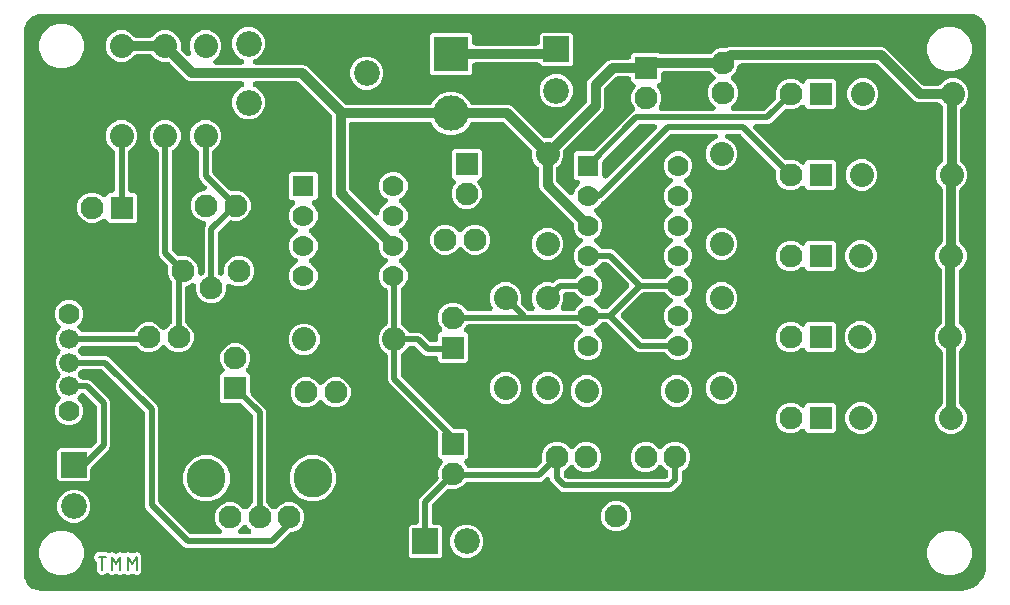
<source format=gbr>
G04 EAGLE Gerber RS-274X export*
G75*
%MOMM*%
%FSLAX34Y34*%
%LPD*%
%INTop Copper*%
%IPPOS*%
%AMOC8*
5,1,8,0,0,1.08239X$1,22.5*%
G01*
%ADD10C,0.203200*%
%ADD11R,1.778000X1.778000*%
%ADD12C,1.778000*%
%ADD13C,1.930400*%
%ADD14R,1.930400X1.930400*%
%ADD15C,2.032000*%
%ADD16C,1.676400*%
%ADD17C,3.302000*%
%ADD18R,3.000000X3.000000*%
%ADD19C,3.000000*%
%ADD20C,2.184400*%
%ADD21R,2.184400X2.184400*%
%ADD22C,0.812800*%
%ADD23C,0.508000*%

G36*
X798009Y3816D02*
X798009Y3816D01*
X798147Y3819D01*
X800947Y4039D01*
X801088Y4063D01*
X801230Y4077D01*
X801336Y4105D01*
X801391Y4114D01*
X801440Y4132D01*
X801533Y4155D01*
X806860Y5886D01*
X806875Y5893D01*
X806892Y5897D01*
X807083Y5981D01*
X807274Y6063D01*
X807288Y6072D01*
X807304Y6079D01*
X807568Y6247D01*
X812099Y9539D01*
X812112Y9550D01*
X812127Y9559D01*
X812282Y9699D01*
X812438Y9835D01*
X812449Y9849D01*
X812462Y9860D01*
X812661Y10101D01*
X815953Y14632D01*
X815962Y14647D01*
X815973Y14660D01*
X816077Y14840D01*
X816184Y15019D01*
X816190Y15035D01*
X816199Y15050D01*
X816314Y15340D01*
X818045Y20667D01*
X818076Y20806D01*
X818117Y20943D01*
X818133Y21051D01*
X818145Y21106D01*
X818148Y21158D01*
X818161Y21253D01*
X818381Y24053D01*
X818381Y24115D01*
X818389Y24252D01*
X818389Y478950D01*
X818384Y479012D01*
X818381Y479150D01*
X818252Y480794D01*
X818228Y480935D01*
X818214Y481077D01*
X818186Y481182D01*
X818177Y481238D01*
X818159Y481287D01*
X818136Y481379D01*
X817120Y484506D01*
X817113Y484522D01*
X817109Y484539D01*
X817071Y484624D01*
X817055Y484676D01*
X817006Y484774D01*
X816943Y484921D01*
X816934Y484935D01*
X816927Y484951D01*
X816871Y485038D01*
X816851Y485077D01*
X816820Y485118D01*
X816759Y485214D01*
X814826Y487874D01*
X814815Y487887D01*
X814806Y487902D01*
X814667Y488057D01*
X814530Y488214D01*
X814517Y488224D01*
X814505Y488237D01*
X814264Y488436D01*
X811604Y490369D01*
X811590Y490378D01*
X811576Y490389D01*
X811397Y490493D01*
X811218Y490600D01*
X811202Y490606D01*
X811187Y490615D01*
X810896Y490730D01*
X807769Y491746D01*
X807630Y491778D01*
X807493Y491818D01*
X807385Y491834D01*
X807330Y491846D01*
X807278Y491849D01*
X807184Y491862D01*
X805540Y491991D01*
X805478Y491991D01*
X805340Y491999D01*
X18206Y491999D01*
X18145Y491994D01*
X18007Y491991D01*
X16152Y491845D01*
X16012Y491822D01*
X15870Y491807D01*
X15764Y491780D01*
X15708Y491770D01*
X15659Y491753D01*
X15567Y491729D01*
X12039Y490583D01*
X12023Y490576D01*
X12007Y490572D01*
X11817Y490488D01*
X11625Y490406D01*
X11611Y490397D01*
X11595Y490390D01*
X11331Y490222D01*
X8330Y488042D01*
X8317Y488030D01*
X8303Y488021D01*
X8147Y487882D01*
X7991Y487746D01*
X7980Y487732D01*
X7967Y487721D01*
X7768Y487480D01*
X5588Y484479D01*
X5579Y484464D01*
X5568Y484451D01*
X5463Y484271D01*
X5357Y484092D01*
X5351Y484077D01*
X5342Y484062D01*
X5227Y483771D01*
X4081Y480243D01*
X4049Y480104D01*
X4008Y479967D01*
X3993Y479859D01*
X3980Y479804D01*
X3978Y479752D01*
X3965Y479658D01*
X3819Y477803D01*
X3819Y477741D01*
X3811Y477604D01*
X3811Y17344D01*
X3816Y17282D01*
X3819Y17145D01*
X3954Y15425D01*
X3978Y15284D01*
X3992Y15142D01*
X4020Y15037D01*
X4029Y14981D01*
X4046Y14932D01*
X4070Y14840D01*
X5133Y11568D01*
X5140Y11552D01*
X5144Y11536D01*
X5228Y11346D01*
X5310Y11154D01*
X5319Y11140D01*
X5326Y11124D01*
X5494Y10860D01*
X7516Y8078D01*
X7527Y8065D01*
X7536Y8050D01*
X7675Y7895D01*
X7812Y7738D01*
X7825Y7727D01*
X7837Y7715D01*
X8078Y7516D01*
X10860Y5494D01*
X10875Y5485D01*
X10888Y5474D01*
X11067Y5370D01*
X11247Y5263D01*
X11263Y5257D01*
X11278Y5248D01*
X11568Y5133D01*
X14840Y4070D01*
X14979Y4038D01*
X15116Y3998D01*
X15224Y3982D01*
X15278Y3970D01*
X15330Y3967D01*
X15425Y3954D01*
X17145Y3819D01*
X17207Y3819D01*
X17344Y3811D01*
X797948Y3811D01*
X798009Y3816D01*
G37*
%LPC*%
G36*
X331235Y31449D02*
X331235Y31449D01*
X329449Y33235D01*
X329449Y57605D01*
X331235Y59391D01*
X335292Y59391D01*
X335327Y59394D01*
X335361Y59392D01*
X335550Y59414D01*
X335741Y59431D01*
X335774Y59440D01*
X335808Y59444D01*
X335991Y59499D01*
X336175Y59549D01*
X336206Y59564D01*
X336239Y59574D01*
X336410Y59661D01*
X336582Y59743D01*
X336610Y59763D01*
X336641Y59778D01*
X336793Y59894D01*
X336948Y60005D01*
X336972Y60030D01*
X336999Y60050D01*
X337128Y60190D01*
X337262Y60327D01*
X337281Y60356D01*
X337305Y60382D01*
X337407Y60543D01*
X337514Y60700D01*
X337528Y60732D01*
X337546Y60761D01*
X337619Y60938D01*
X337696Y61112D01*
X337704Y61146D01*
X337717Y61178D01*
X337757Y61365D01*
X337803Y61550D01*
X337805Y61584D01*
X337812Y61618D01*
X337831Y61930D01*
X337831Y79962D01*
X338682Y82016D01*
X354135Y97468D01*
X354271Y97632D01*
X354408Y97792D01*
X354415Y97804D01*
X354424Y97814D01*
X354528Y97997D01*
X354636Y98181D01*
X354640Y98193D01*
X354647Y98205D01*
X354718Y98404D01*
X354791Y98603D01*
X354793Y98616D01*
X354798Y98629D01*
X354833Y98840D01*
X354869Y99047D01*
X354869Y99060D01*
X354871Y99073D01*
X354868Y99287D01*
X354868Y99497D01*
X354865Y99510D01*
X354865Y99523D01*
X354825Y99732D01*
X354787Y99940D01*
X354782Y99955D01*
X354780Y99965D01*
X354765Y100002D01*
X354685Y100236D01*
X354669Y100274D01*
X354669Y105326D01*
X356603Y109994D01*
X357573Y110964D01*
X357656Y111064D01*
X357747Y111157D01*
X357801Y111237D01*
X357862Y111310D01*
X357926Y111423D01*
X357999Y111530D01*
X358038Y111618D01*
X358085Y111701D01*
X358129Y111823D01*
X358181Y111942D01*
X358204Y112035D01*
X358236Y112125D01*
X358257Y112253D01*
X358288Y112380D01*
X358294Y112475D01*
X358310Y112569D01*
X358308Y112699D01*
X358316Y112829D01*
X358305Y112924D01*
X358303Y113020D01*
X358279Y113147D01*
X358264Y113276D01*
X358236Y113368D01*
X358218Y113462D01*
X358171Y113583D01*
X358133Y113707D01*
X358090Y113793D01*
X358056Y113882D01*
X357988Y113993D01*
X357929Y114109D01*
X357871Y114185D01*
X357822Y114266D01*
X357736Y114364D01*
X357657Y114467D01*
X357587Y114532D01*
X357523Y114604D01*
X357422Y114684D01*
X357326Y114773D01*
X357245Y114824D01*
X357170Y114883D01*
X357056Y114945D01*
X356946Y115014D01*
X356858Y115051D01*
X356774Y115096D01*
X356650Y115136D01*
X356597Y115158D01*
X354669Y117085D01*
X354669Y136825D01*
X354655Y136989D01*
X354648Y137153D01*
X354635Y137213D01*
X354629Y137274D01*
X354586Y137433D01*
X354550Y137593D01*
X354527Y137649D01*
X354511Y137708D01*
X354440Y137856D01*
X354377Y138008D01*
X354344Y138060D01*
X354317Y138115D01*
X354222Y138248D01*
X354132Y138387D01*
X354081Y138444D01*
X354055Y138481D01*
X354012Y138523D01*
X353926Y138621D01*
X314381Y178165D01*
X312452Y180094D01*
X311601Y182148D01*
X311601Y202793D01*
X311582Y203005D01*
X311566Y203216D01*
X311563Y203228D01*
X311561Y203242D01*
X311506Y203446D01*
X311452Y203651D01*
X311446Y203664D01*
X311443Y203676D01*
X311353Y203866D01*
X311263Y204060D01*
X311255Y204071D01*
X311249Y204083D01*
X311128Y204253D01*
X311004Y204429D01*
X310995Y204438D01*
X310987Y204449D01*
X310835Y204597D01*
X310685Y204746D01*
X310674Y204754D01*
X310665Y204763D01*
X310489Y204882D01*
X310315Y205002D01*
X310300Y205009D01*
X310292Y205015D01*
X310256Y205031D01*
X310034Y205139D01*
X309708Y205274D01*
X305992Y208990D01*
X303981Y213845D01*
X303981Y219099D01*
X305992Y223954D01*
X309708Y227670D01*
X310034Y227805D01*
X310222Y227903D01*
X310411Y227999D01*
X310421Y228007D01*
X310433Y228013D01*
X310600Y228143D01*
X310769Y228271D01*
X310778Y228281D01*
X310789Y228289D01*
X310931Y228447D01*
X311075Y228602D01*
X311082Y228613D01*
X311090Y228623D01*
X311203Y228804D01*
X311316Y228982D01*
X311321Y228994D01*
X311328Y229006D01*
X311407Y229203D01*
X311487Y229399D01*
X311490Y229412D01*
X311495Y229424D01*
X311537Y229632D01*
X311582Y229839D01*
X311583Y229855D01*
X311585Y229865D01*
X311586Y229904D01*
X311601Y230151D01*
X311601Y257802D01*
X311582Y258014D01*
X311566Y258225D01*
X311563Y258238D01*
X311561Y258251D01*
X311505Y258456D01*
X311452Y258661D01*
X311446Y258673D01*
X311443Y258685D01*
X311352Y258876D01*
X311263Y259069D01*
X311255Y259080D01*
X311249Y259092D01*
X311126Y259264D01*
X311004Y259438D01*
X310995Y259447D01*
X310987Y259458D01*
X310835Y259606D01*
X310685Y259755D01*
X310674Y259763D01*
X310665Y259772D01*
X310489Y259891D01*
X310315Y260011D01*
X310300Y260018D01*
X310292Y260024D01*
X310256Y260040D01*
X310034Y260148D01*
X309767Y260259D01*
X306409Y263617D01*
X304591Y268005D01*
X304591Y272755D01*
X306409Y277143D01*
X309767Y280501D01*
X310329Y280734D01*
X310445Y280794D01*
X310564Y280846D01*
X310644Y280898D01*
X310728Y280943D01*
X310831Y281022D01*
X310940Y281094D01*
X311009Y281160D01*
X311084Y281218D01*
X311172Y281315D01*
X311266Y281404D01*
X311322Y281482D01*
X311386Y281552D01*
X311455Y281663D01*
X311532Y281768D01*
X311573Y281854D01*
X311624Y281935D01*
X311672Y282056D01*
X311729Y282172D01*
X311755Y282264D01*
X311791Y282353D01*
X311817Y282480D01*
X311852Y282606D01*
X311862Y282701D01*
X311881Y282794D01*
X311884Y282924D01*
X311897Y283054D01*
X311889Y283149D01*
X311892Y283244D01*
X311872Y283373D01*
X311862Y283502D01*
X311837Y283595D01*
X311823Y283689D01*
X311780Y283812D01*
X311748Y283938D01*
X311707Y284025D01*
X311676Y284115D01*
X311613Y284229D01*
X311558Y284347D01*
X311504Y284425D01*
X311457Y284508D01*
X311375Y284609D01*
X311300Y284715D01*
X311232Y284783D01*
X311172Y284857D01*
X311073Y284941D01*
X310981Y285033D01*
X310902Y285087D01*
X310829Y285149D01*
X310717Y285215D01*
X310610Y285289D01*
X310494Y285346D01*
X310441Y285377D01*
X310399Y285392D01*
X310329Y285426D01*
X309767Y285659D01*
X306409Y289017D01*
X304591Y293405D01*
X304591Y296608D01*
X304577Y296772D01*
X304570Y296936D01*
X304557Y296996D01*
X304551Y297057D01*
X304508Y297215D01*
X304472Y297376D01*
X304449Y297432D01*
X304433Y297491D01*
X304362Y297639D01*
X304299Y297791D01*
X304266Y297843D01*
X304239Y297898D01*
X304144Y298031D01*
X304054Y298169D01*
X304003Y298227D01*
X303977Y298264D01*
X303934Y298306D01*
X303848Y298404D01*
X268108Y334143D01*
X265750Y336501D01*
X264667Y339115D01*
X264667Y404942D01*
X264653Y405106D01*
X264646Y405270D01*
X264633Y405330D01*
X264627Y405391D01*
X264584Y405549D01*
X264548Y405710D01*
X264525Y405766D01*
X264509Y405825D01*
X264438Y405973D01*
X264375Y406125D01*
X264342Y406177D01*
X264315Y406232D01*
X264220Y406365D01*
X264130Y406503D01*
X264079Y406561D01*
X264053Y406598D01*
X264010Y406640D01*
X263924Y406738D01*
X236558Y434104D01*
X236431Y434209D01*
X236310Y434321D01*
X236259Y434353D01*
X236212Y434392D01*
X236069Y434474D01*
X235931Y434562D01*
X235874Y434586D01*
X235821Y434616D01*
X235666Y434671D01*
X235514Y434733D01*
X235454Y434746D01*
X235397Y434767D01*
X235235Y434793D01*
X235074Y434828D01*
X234997Y434833D01*
X234953Y434840D01*
X234892Y434839D01*
X234762Y434847D01*
X199929Y434847D01*
X199752Y434832D01*
X199575Y434822D01*
X199529Y434812D01*
X199481Y434807D01*
X199309Y434761D01*
X199136Y434720D01*
X199092Y434701D01*
X199046Y434689D01*
X198886Y434613D01*
X198723Y434542D01*
X198683Y434516D01*
X198640Y434495D01*
X198496Y434392D01*
X198347Y434294D01*
X198312Y434261D01*
X198274Y434233D01*
X198150Y434106D01*
X198021Y433984D01*
X197993Y433945D01*
X197960Y433911D01*
X197860Y433764D01*
X197755Y433620D01*
X197734Y433577D01*
X197708Y433538D01*
X197636Y433375D01*
X197558Y433216D01*
X197545Y433170D01*
X197525Y433126D01*
X197483Y432953D01*
X197435Y432782D01*
X197430Y432735D01*
X197419Y432688D01*
X197408Y432511D01*
X197390Y432334D01*
X197394Y432287D01*
X197391Y432239D01*
X197411Y432062D01*
X197425Y431885D01*
X197437Y431839D01*
X197443Y431792D01*
X197495Y431621D01*
X197539Y431450D01*
X197559Y431407D01*
X197573Y431361D01*
X197654Y431202D01*
X197729Y431041D01*
X197756Y431002D01*
X197778Y430959D01*
X197885Y430818D01*
X197987Y430672D01*
X198021Y430639D01*
X198050Y430601D01*
X198180Y430480D01*
X198306Y430355D01*
X198346Y430328D01*
X198381Y430296D01*
X198530Y430200D01*
X198677Y430099D01*
X198730Y430073D01*
X198761Y430054D01*
X198819Y430030D01*
X198958Y429962D01*
X201754Y428804D01*
X205684Y424874D01*
X207811Y419739D01*
X207811Y414181D01*
X205684Y409046D01*
X201754Y405116D01*
X196619Y402989D01*
X191061Y402989D01*
X185926Y405116D01*
X181996Y409046D01*
X179869Y414181D01*
X179869Y419739D01*
X181996Y424874D01*
X185926Y428804D01*
X188722Y429962D01*
X188880Y430045D01*
X189040Y430121D01*
X189079Y430148D01*
X189122Y430171D01*
X189262Y430280D01*
X189406Y430383D01*
X189440Y430417D01*
X189478Y430446D01*
X189597Y430578D01*
X189720Y430705D01*
X189747Y430745D01*
X189779Y430781D01*
X189873Y430931D01*
X189972Y431078D01*
X189992Y431122D01*
X190017Y431163D01*
X190083Y431328D01*
X190155Y431490D01*
X190166Y431537D01*
X190184Y431581D01*
X190219Y431755D01*
X190261Y431928D01*
X190264Y431975D01*
X190274Y432022D01*
X190278Y432200D01*
X190289Y432377D01*
X190284Y432425D01*
X190285Y432472D01*
X190258Y432648D01*
X190237Y432824D01*
X190223Y432870D01*
X190216Y432917D01*
X190158Y433085D01*
X190107Y433255D01*
X190085Y433298D01*
X190069Y433343D01*
X189983Y433498D01*
X189902Y433657D01*
X189873Y433695D01*
X189850Y433736D01*
X189738Y433874D01*
X189630Y434015D01*
X189595Y434048D01*
X189565Y434085D01*
X189430Y434200D01*
X189299Y434321D01*
X189259Y434346D01*
X189222Y434377D01*
X189069Y434467D01*
X188919Y434562D01*
X188875Y434581D01*
X188834Y434605D01*
X188667Y434666D01*
X188503Y434733D01*
X188456Y434743D01*
X188411Y434760D01*
X188237Y434791D01*
X188063Y434828D01*
X188003Y434832D01*
X187968Y434838D01*
X187905Y434838D01*
X187751Y434847D01*
X144709Y434847D01*
X142095Y435930D01*
X127158Y450868D01*
X127031Y450973D01*
X126910Y451085D01*
X126859Y451117D01*
X126812Y451156D01*
X126669Y451238D01*
X126531Y451326D01*
X126474Y451350D01*
X126421Y451380D01*
X126266Y451435D01*
X126114Y451497D01*
X126054Y451510D01*
X125997Y451531D01*
X125835Y451557D01*
X125674Y451592D01*
X125597Y451597D01*
X125553Y451604D01*
X125492Y451603D01*
X125362Y451611D01*
X120637Y451611D01*
X115782Y453622D01*
X112441Y456964D01*
X112315Y457069D01*
X112193Y457181D01*
X112142Y457213D01*
X112095Y457252D01*
X111953Y457334D01*
X111814Y457422D01*
X111757Y457446D01*
X111704Y457476D01*
X111549Y457531D01*
X111397Y457593D01*
X111337Y457606D01*
X111280Y457627D01*
X111118Y457653D01*
X110957Y457688D01*
X110880Y457693D01*
X110836Y457700D01*
X110775Y457699D01*
X110645Y457707D01*
X98979Y457707D01*
X98815Y457693D01*
X98651Y457686D01*
X98591Y457673D01*
X98530Y457667D01*
X98372Y457624D01*
X98211Y457588D01*
X98155Y457565D01*
X98096Y457549D01*
X97948Y457478D01*
X97796Y457415D01*
X97745Y457382D01*
X97689Y457355D01*
X97556Y457260D01*
X97418Y457170D01*
X97360Y457119D01*
X97323Y457093D01*
X97281Y457050D01*
X97183Y456964D01*
X93842Y453622D01*
X88987Y451611D01*
X83733Y451611D01*
X78878Y453622D01*
X75162Y457338D01*
X73151Y462193D01*
X73151Y467447D01*
X75162Y472302D01*
X78878Y476018D01*
X83733Y478029D01*
X88987Y478029D01*
X93842Y476018D01*
X97183Y472676D01*
X97309Y472571D01*
X97431Y472459D01*
X97482Y472427D01*
X97529Y472388D01*
X97671Y472306D01*
X97810Y472218D01*
X97867Y472194D01*
X97920Y472164D01*
X98075Y472109D01*
X98227Y472047D01*
X98287Y472034D01*
X98344Y472013D01*
X98506Y471987D01*
X98667Y471952D01*
X98744Y471947D01*
X98788Y471940D01*
X98849Y471941D01*
X98979Y471933D01*
X110645Y471933D01*
X110809Y471947D01*
X110973Y471954D01*
X111033Y471967D01*
X111094Y471973D01*
X111252Y472016D01*
X111413Y472052D01*
X111469Y472075D01*
X111528Y472091D01*
X111676Y472162D01*
X111828Y472225D01*
X111879Y472258D01*
X111935Y472285D01*
X112068Y472380D01*
X112206Y472470D01*
X112264Y472521D01*
X112301Y472547D01*
X112343Y472590D01*
X112441Y472676D01*
X115782Y476018D01*
X120637Y478029D01*
X125891Y478029D01*
X130746Y476018D01*
X134462Y472302D01*
X136473Y467447D01*
X136473Y462722D01*
X136487Y462558D01*
X136494Y462394D01*
X136507Y462334D01*
X136513Y462273D01*
X136556Y462115D01*
X136592Y461954D01*
X136615Y461898D01*
X136631Y461839D01*
X136702Y461691D01*
X136765Y461539D01*
X136798Y461487D01*
X136825Y461432D01*
X136920Y461299D01*
X137010Y461161D01*
X137061Y461103D01*
X137087Y461066D01*
X137130Y461024D01*
X137216Y460926D01*
X141128Y457014D01*
X141265Y456900D01*
X141397Y456782D01*
X141437Y456756D01*
X141474Y456726D01*
X141628Y456638D01*
X141779Y456544D01*
X141823Y456526D01*
X141865Y456502D01*
X142032Y456443D01*
X142197Y456377D01*
X142244Y456367D01*
X142289Y456351D01*
X142465Y456322D01*
X142638Y456287D01*
X142686Y456286D01*
X142733Y456278D01*
X142911Y456280D01*
X143088Y456276D01*
X143135Y456283D01*
X143183Y456284D01*
X143358Y456318D01*
X143533Y456345D01*
X143579Y456361D01*
X143626Y456370D01*
X143791Y456434D01*
X143959Y456491D01*
X144001Y456515D01*
X144046Y456532D01*
X144197Y456624D01*
X144352Y456711D01*
X144389Y456741D01*
X144430Y456766D01*
X144563Y456883D01*
X144701Y456996D01*
X144732Y457032D01*
X144768Y457064D01*
X144878Y457203D01*
X144993Y457338D01*
X145017Y457380D01*
X145047Y457417D01*
X145131Y457573D01*
X145221Y457727D01*
X145237Y457772D01*
X145260Y457814D01*
X145315Y457983D01*
X145376Y458150D01*
X145384Y458197D01*
X145399Y458242D01*
X145423Y458418D01*
X145454Y458593D01*
X145454Y458641D01*
X145460Y458688D01*
X145453Y458866D01*
X145452Y459043D01*
X145444Y459090D01*
X145442Y459138D01*
X145403Y459311D01*
X145372Y459486D01*
X145352Y459542D01*
X145344Y459578D01*
X145320Y459636D01*
X145270Y459782D01*
X144271Y462193D01*
X144271Y467447D01*
X146282Y472302D01*
X149998Y476018D01*
X154853Y478029D01*
X160107Y478029D01*
X164962Y476018D01*
X168678Y472302D01*
X170689Y467447D01*
X170689Y462193D01*
X168678Y457338D01*
X164747Y453408D01*
X164664Y453308D01*
X164573Y453215D01*
X164520Y453135D01*
X164459Y453062D01*
X164394Y452949D01*
X164321Y452842D01*
X164283Y452754D01*
X164235Y452671D01*
X164192Y452549D01*
X164139Y452430D01*
X164116Y452337D01*
X164084Y452247D01*
X164063Y452119D01*
X164032Y451992D01*
X164026Y451897D01*
X164011Y451803D01*
X164013Y451673D01*
X164005Y451543D01*
X164016Y451448D01*
X164017Y451352D01*
X164042Y451225D01*
X164057Y451096D01*
X164084Y451004D01*
X164103Y450910D01*
X164149Y450789D01*
X164187Y450665D01*
X164230Y450579D01*
X164265Y450490D01*
X164332Y450379D01*
X164391Y450263D01*
X164449Y450187D01*
X164499Y450106D01*
X164585Y450008D01*
X164663Y449905D01*
X164734Y449840D01*
X164797Y449768D01*
X164899Y449688D01*
X164995Y449599D01*
X165075Y449548D01*
X165150Y449489D01*
X165265Y449428D01*
X165374Y449358D01*
X165463Y449321D01*
X165547Y449276D01*
X165671Y449236D01*
X165791Y449187D01*
X165884Y449167D01*
X165975Y449137D01*
X166104Y449119D01*
X166231Y449092D01*
X166361Y449084D01*
X166421Y449076D01*
X166466Y449077D01*
X166543Y449073D01*
X187751Y449073D01*
X187928Y449088D01*
X188105Y449098D01*
X188151Y449108D01*
X188199Y449113D01*
X188371Y449159D01*
X188544Y449200D01*
X188588Y449219D01*
X188634Y449231D01*
X188794Y449307D01*
X188957Y449378D01*
X188997Y449404D01*
X189040Y449425D01*
X189184Y449528D01*
X189333Y449626D01*
X189368Y449659D01*
X189406Y449687D01*
X189530Y449814D01*
X189659Y449936D01*
X189687Y449975D01*
X189720Y450009D01*
X189820Y450156D01*
X189925Y450300D01*
X189946Y450343D01*
X189972Y450382D01*
X190044Y450545D01*
X190122Y450704D01*
X190135Y450750D01*
X190155Y450794D01*
X190197Y450967D01*
X190245Y451138D01*
X190250Y451185D01*
X190261Y451232D01*
X190272Y451409D01*
X190290Y451586D01*
X190286Y451633D01*
X190289Y451681D01*
X190269Y451858D01*
X190255Y452035D01*
X190243Y452081D01*
X190237Y452128D01*
X190185Y452299D01*
X190141Y452470D01*
X190121Y452513D01*
X190107Y452559D01*
X190026Y452718D01*
X189951Y452879D01*
X189924Y452918D01*
X189902Y452961D01*
X189795Y453102D01*
X189693Y453248D01*
X189659Y453281D01*
X189630Y453319D01*
X189500Y453440D01*
X189374Y453565D01*
X189334Y453592D01*
X189299Y453624D01*
X189150Y453720D01*
X189003Y453821D01*
X188950Y453847D01*
X188919Y453866D01*
X188861Y453890D01*
X188722Y453958D01*
X185926Y455116D01*
X181996Y459046D01*
X179869Y464181D01*
X179869Y469739D01*
X181996Y474874D01*
X185926Y478804D01*
X191061Y480931D01*
X196619Y480931D01*
X201754Y478804D01*
X205684Y474874D01*
X207811Y469739D01*
X207811Y464181D01*
X205684Y459046D01*
X201754Y455116D01*
X198958Y453958D01*
X198800Y453875D01*
X198640Y453799D01*
X198601Y453772D01*
X198558Y453749D01*
X198418Y453640D01*
X198274Y453537D01*
X198240Y453503D01*
X198202Y453474D01*
X198083Y453342D01*
X197960Y453215D01*
X197933Y453175D01*
X197901Y453139D01*
X197807Y452989D01*
X197708Y452842D01*
X197688Y452798D01*
X197663Y452757D01*
X197597Y452592D01*
X197525Y452430D01*
X197514Y452383D01*
X197496Y452339D01*
X197461Y452165D01*
X197419Y451992D01*
X197416Y451945D01*
X197406Y451898D01*
X197402Y451720D01*
X197391Y451543D01*
X197396Y451495D01*
X197395Y451448D01*
X197422Y451272D01*
X197443Y451096D01*
X197457Y451050D01*
X197464Y451003D01*
X197522Y450835D01*
X197573Y450665D01*
X197595Y450622D01*
X197611Y450577D01*
X197697Y450422D01*
X197778Y450263D01*
X197807Y450225D01*
X197830Y450184D01*
X197942Y450046D01*
X198050Y449905D01*
X198085Y449872D01*
X198115Y449835D01*
X198250Y449720D01*
X198381Y449599D01*
X198421Y449574D01*
X198458Y449543D01*
X198611Y449453D01*
X198761Y449358D01*
X198805Y449339D01*
X198846Y449315D01*
X199013Y449254D01*
X199177Y449187D01*
X199224Y449177D01*
X199269Y449160D01*
X199443Y449129D01*
X199617Y449092D01*
X199677Y449088D01*
X199712Y449082D01*
X199775Y449082D01*
X199929Y449073D01*
X240175Y449073D01*
X242789Y447990D01*
X275142Y415636D01*
X275269Y415531D01*
X275390Y415419D01*
X275441Y415387D01*
X275488Y415348D01*
X275631Y415266D01*
X275769Y415178D01*
X275826Y415154D01*
X275879Y415124D01*
X276034Y415069D01*
X276186Y415007D01*
X276246Y414994D01*
X276303Y414973D01*
X276465Y414947D01*
X276626Y414912D01*
X276703Y414907D01*
X276747Y414900D01*
X276808Y414901D01*
X276938Y414893D01*
X347034Y414893D01*
X347245Y414912D01*
X347456Y414928D01*
X347469Y414931D01*
X347482Y414933D01*
X347687Y414989D01*
X347892Y415042D01*
X347904Y415048D01*
X347917Y415051D01*
X348106Y415141D01*
X348300Y415231D01*
X348311Y415239D01*
X348323Y415245D01*
X348495Y415367D01*
X348669Y415490D01*
X348679Y415499D01*
X348689Y415507D01*
X348837Y415659D01*
X348987Y415809D01*
X348994Y415820D01*
X349003Y415829D01*
X349122Y416005D01*
X349243Y416179D01*
X349249Y416194D01*
X349255Y416202D01*
X349271Y416239D01*
X349380Y416460D01*
X350019Y418004D01*
X355096Y423081D01*
X361730Y425829D01*
X368910Y425829D01*
X375544Y423081D01*
X380621Y418004D01*
X381260Y416460D01*
X381359Y416272D01*
X381455Y416083D01*
X381463Y416073D01*
X381469Y416061D01*
X381599Y415893D01*
X381727Y415725D01*
X381736Y415716D01*
X381745Y415705D01*
X381901Y415564D01*
X382058Y415419D01*
X382069Y415412D01*
X382079Y415404D01*
X382257Y415292D01*
X382438Y415178D01*
X382450Y415173D01*
X382461Y415166D01*
X382657Y415088D01*
X382854Y415007D01*
X382867Y415004D01*
X382879Y414999D01*
X383086Y414957D01*
X383294Y414912D01*
X383310Y414911D01*
X383321Y414909D01*
X383360Y414908D01*
X383606Y414893D01*
X414055Y414893D01*
X416669Y413810D01*
X443146Y387332D01*
X443273Y387227D01*
X443394Y387115D01*
X443445Y387083D01*
X443492Y387044D01*
X443635Y386962D01*
X443773Y386874D01*
X443830Y386850D01*
X443883Y386820D01*
X444038Y386765D01*
X444190Y386703D01*
X444250Y386690D01*
X444307Y386669D01*
X444469Y386643D01*
X444630Y386608D01*
X444707Y386603D01*
X444751Y386596D01*
X444812Y386597D01*
X444942Y386589D01*
X449138Y386589D01*
X449302Y386603D01*
X449466Y386610D01*
X449526Y386623D01*
X449587Y386629D01*
X449745Y386672D01*
X449906Y386708D01*
X449962Y386731D01*
X450021Y386747D01*
X450169Y386818D01*
X450321Y386881D01*
X450373Y386914D01*
X450428Y386941D01*
X450561Y387036D01*
X450699Y387126D01*
X450757Y387177D01*
X450794Y387203D01*
X450836Y387246D01*
X450934Y387332D01*
X479824Y416222D01*
X479929Y416349D01*
X480041Y416470D01*
X480073Y416521D01*
X480112Y416568D01*
X480194Y416711D01*
X480282Y416849D01*
X480306Y416906D01*
X480336Y416959D01*
X480391Y417114D01*
X480453Y417266D01*
X480466Y417326D01*
X480487Y417383D01*
X480513Y417545D01*
X480548Y417706D01*
X480553Y417783D01*
X480560Y417827D01*
X480559Y417888D01*
X480567Y418018D01*
X480567Y433215D01*
X481650Y435829D01*
X498135Y452314D01*
X500749Y453397D01*
X515422Y453397D01*
X515457Y453400D01*
X515491Y453398D01*
X515680Y453420D01*
X515871Y453437D01*
X515904Y453446D01*
X515938Y453450D01*
X516121Y453505D01*
X516305Y453555D01*
X516336Y453570D01*
X516369Y453580D01*
X516540Y453667D01*
X516712Y453749D01*
X516740Y453769D01*
X516771Y453784D01*
X516923Y453900D01*
X517078Y454011D01*
X517102Y454036D01*
X517129Y454056D01*
X517258Y454196D01*
X517392Y454333D01*
X517411Y454362D01*
X517435Y454388D01*
X517537Y454549D01*
X517644Y454706D01*
X517658Y454738D01*
X517676Y454767D01*
X517749Y454944D01*
X517826Y455118D01*
X517834Y455152D01*
X517847Y455184D01*
X517887Y455371D01*
X517933Y455556D01*
X517935Y455590D01*
X517942Y455624D01*
X517961Y455936D01*
X517961Y457199D01*
X519747Y458985D01*
X541577Y458985D01*
X542029Y458532D01*
X542155Y458427D01*
X542276Y458315D01*
X542328Y458283D01*
X542374Y458244D01*
X542517Y458162D01*
X542656Y458074D01*
X542712Y458050D01*
X542765Y458020D01*
X542920Y457965D01*
X543073Y457903D01*
X543132Y457890D01*
X543190Y457869D01*
X543351Y457843D01*
X543513Y457808D01*
X543590Y457803D01*
X543634Y457796D01*
X543695Y457797D01*
X543825Y457789D01*
X583795Y457789D01*
X583959Y457803D01*
X584124Y457810D01*
X584183Y457823D01*
X584244Y457829D01*
X584403Y457872D01*
X584563Y457908D01*
X584619Y457931D01*
X584678Y457947D01*
X584827Y458018D01*
X584979Y458081D01*
X585030Y458114D01*
X585085Y458141D01*
X585219Y458236D01*
X585357Y458326D01*
X585415Y458377D01*
X585451Y458403D01*
X585494Y458446D01*
X585591Y458532D01*
X588502Y461443D01*
X593170Y463377D01*
X598040Y463377D01*
X598157Y463387D01*
X598274Y463387D01*
X598380Y463407D01*
X598489Y463417D01*
X598602Y463447D01*
X598717Y463468D01*
X598863Y463519D01*
X598923Y463535D01*
X598956Y463551D01*
X599012Y463570D01*
X600805Y464313D01*
X730395Y464313D01*
X733009Y463230D01*
X764202Y432036D01*
X764329Y431931D01*
X764450Y431819D01*
X764501Y431787D01*
X764548Y431748D01*
X764691Y431666D01*
X764829Y431578D01*
X764886Y431554D01*
X764939Y431524D01*
X765094Y431469D01*
X765246Y431407D01*
X765306Y431394D01*
X765363Y431373D01*
X765525Y431347D01*
X765686Y431312D01*
X765763Y431307D01*
X765807Y431300D01*
X765868Y431301D01*
X765998Y431293D01*
X777531Y431293D01*
X777695Y431307D01*
X777859Y431314D01*
X777919Y431327D01*
X777979Y431333D01*
X778138Y431376D01*
X778299Y431412D01*
X778355Y431435D01*
X778414Y431451D01*
X778562Y431522D01*
X778714Y431585D01*
X778766Y431618D01*
X778820Y431645D01*
X778954Y431740D01*
X779092Y431830D01*
X779150Y431881D01*
X779187Y431907D01*
X779229Y431950D01*
X779327Y432036D01*
X782668Y435378D01*
X787523Y437389D01*
X792777Y437389D01*
X797632Y435378D01*
X801348Y431662D01*
X803359Y426807D01*
X803359Y421553D01*
X801348Y416698D01*
X797585Y412935D01*
X797473Y412878D01*
X797463Y412870D01*
X797451Y412864D01*
X797284Y412734D01*
X797115Y412606D01*
X797106Y412596D01*
X797095Y412588D01*
X796953Y412431D01*
X796809Y412275D01*
X796802Y412264D01*
X796794Y412254D01*
X796682Y412075D01*
X796568Y411895D01*
X796563Y411883D01*
X796556Y411872D01*
X796478Y411676D01*
X796397Y411479D01*
X796394Y411466D01*
X796389Y411454D01*
X796347Y411246D01*
X796302Y411038D01*
X796301Y411023D01*
X796299Y411012D01*
X796298Y410973D01*
X796283Y410727D01*
X796283Y368219D01*
X796297Y368055D01*
X796304Y367891D01*
X796317Y367831D01*
X796323Y367771D01*
X796366Y367612D01*
X796402Y367451D01*
X796425Y367395D01*
X796441Y367336D01*
X796512Y367188D01*
X796575Y367036D01*
X796608Y366984D01*
X796635Y366930D01*
X796730Y366796D01*
X796820Y366658D01*
X796871Y366600D01*
X796897Y366563D01*
X796940Y366521D01*
X797026Y366423D01*
X800368Y363082D01*
X802379Y358227D01*
X802379Y352973D01*
X800368Y348118D01*
X796506Y344257D01*
X796401Y344130D01*
X796289Y344009D01*
X796257Y343958D01*
X796218Y343911D01*
X796136Y343768D01*
X796048Y343630D01*
X796024Y343573D01*
X795994Y343520D01*
X795939Y343365D01*
X795877Y343213D01*
X795864Y343153D01*
X795843Y343096D01*
X795816Y342933D01*
X795782Y342773D01*
X795777Y342696D01*
X795770Y342652D01*
X795771Y342591D01*
X795763Y342461D01*
X795763Y299639D01*
X795777Y299475D01*
X795784Y299311D01*
X795797Y299251D01*
X795803Y299191D01*
X795846Y299032D01*
X795882Y298871D01*
X795905Y298815D01*
X795921Y298756D01*
X795992Y298608D01*
X796055Y298456D01*
X796088Y298404D01*
X796115Y298350D01*
X796210Y298216D01*
X796300Y298078D01*
X796351Y298020D01*
X796377Y297983D01*
X796420Y297941D01*
X796506Y297843D01*
X799848Y294502D01*
X801859Y289647D01*
X801859Y284393D01*
X799848Y279538D01*
X795986Y275677D01*
X795881Y275550D01*
X795769Y275429D01*
X795737Y275378D01*
X795698Y275331D01*
X795616Y275188D01*
X795528Y275050D01*
X795504Y274993D01*
X795474Y274940D01*
X795419Y274785D01*
X795357Y274633D01*
X795344Y274573D01*
X795323Y274516D01*
X795296Y274353D01*
X795262Y274193D01*
X795257Y274116D01*
X795250Y274072D01*
X795251Y274011D01*
X795243Y273881D01*
X795243Y231059D01*
X795257Y230895D01*
X795264Y230731D01*
X795277Y230671D01*
X795283Y230611D01*
X795326Y230452D01*
X795362Y230291D01*
X795385Y230235D01*
X795401Y230176D01*
X795472Y230028D01*
X795535Y229876D01*
X795568Y229824D01*
X795595Y229770D01*
X795690Y229636D01*
X795780Y229498D01*
X795831Y229440D01*
X795857Y229403D01*
X795900Y229361D01*
X795986Y229263D01*
X799328Y225922D01*
X801339Y221067D01*
X801339Y215813D01*
X799328Y210958D01*
X796506Y208137D01*
X796401Y208010D01*
X796289Y207889D01*
X796257Y207838D01*
X796218Y207791D01*
X796136Y207648D01*
X796048Y207510D01*
X796024Y207453D01*
X795994Y207400D01*
X795939Y207245D01*
X795877Y207093D01*
X795864Y207033D01*
X795843Y206976D01*
X795817Y206814D01*
X795782Y206653D01*
X795777Y206576D01*
X795770Y206532D01*
X795771Y206471D01*
X795763Y206341D01*
X795763Y162479D01*
X795777Y162315D01*
X795784Y162151D01*
X795797Y162091D01*
X795803Y162031D01*
X795846Y161872D01*
X795882Y161711D01*
X795905Y161655D01*
X795921Y161596D01*
X795992Y161448D01*
X796055Y161296D01*
X796088Y161244D01*
X796115Y161190D01*
X796210Y161056D01*
X796300Y160918D01*
X796351Y160860D01*
X796377Y160823D01*
X796420Y160781D01*
X796506Y160683D01*
X799848Y157342D01*
X801859Y152487D01*
X801859Y147233D01*
X799848Y142378D01*
X796132Y138662D01*
X791277Y136651D01*
X786023Y136651D01*
X781168Y138662D01*
X777452Y142378D01*
X775441Y147233D01*
X775441Y152487D01*
X777452Y157342D01*
X780794Y160683D01*
X780899Y160810D01*
X781011Y160931D01*
X781043Y160982D01*
X781082Y161029D01*
X781164Y161172D01*
X781252Y161310D01*
X781276Y161367D01*
X781306Y161420D01*
X781361Y161575D01*
X781423Y161727D01*
X781436Y161787D01*
X781457Y161844D01*
X781483Y162006D01*
X781518Y162167D01*
X781523Y162244D01*
X781530Y162288D01*
X781529Y162349D01*
X781537Y162479D01*
X781537Y205301D01*
X781523Y205465D01*
X781516Y205629D01*
X781503Y205689D01*
X781497Y205749D01*
X781454Y205908D01*
X781418Y206069D01*
X781395Y206125D01*
X781379Y206184D01*
X781308Y206332D01*
X781245Y206484D01*
X781212Y206536D01*
X781185Y206590D01*
X781090Y206724D01*
X781000Y206862D01*
X780949Y206920D01*
X780923Y206957D01*
X780880Y206999D01*
X780794Y207097D01*
X776932Y210958D01*
X774921Y215813D01*
X774921Y221067D01*
X776932Y225922D01*
X780274Y229263D01*
X780379Y229390D01*
X780491Y229511D01*
X780523Y229562D01*
X780562Y229609D01*
X780644Y229752D01*
X780732Y229890D01*
X780756Y229947D01*
X780786Y230000D01*
X780841Y230155D01*
X780903Y230307D01*
X780916Y230367D01*
X780937Y230424D01*
X780963Y230586D01*
X780998Y230747D01*
X781003Y230824D01*
X781010Y230868D01*
X781009Y230929D01*
X781017Y231059D01*
X781017Y274921D01*
X781003Y275085D01*
X780996Y275249D01*
X780983Y275309D01*
X780977Y275369D01*
X780934Y275528D01*
X780898Y275689D01*
X780875Y275745D01*
X780859Y275804D01*
X780788Y275952D01*
X780725Y276104D01*
X780692Y276156D01*
X780665Y276210D01*
X780570Y276344D01*
X780480Y276482D01*
X780429Y276540D01*
X780403Y276577D01*
X780360Y276619D01*
X780274Y276717D01*
X777452Y279538D01*
X775441Y284393D01*
X775441Y289647D01*
X777452Y294502D01*
X780794Y297843D01*
X780899Y297970D01*
X781011Y298091D01*
X781043Y298142D01*
X781082Y298189D01*
X781164Y298332D01*
X781252Y298470D01*
X781276Y298527D01*
X781306Y298580D01*
X781361Y298735D01*
X781423Y298887D01*
X781436Y298947D01*
X781457Y299004D01*
X781483Y299166D01*
X781518Y299327D01*
X781523Y299404D01*
X781530Y299448D01*
X781529Y299509D01*
X781537Y299639D01*
X781537Y343501D01*
X781523Y343665D01*
X781516Y343829D01*
X781503Y343889D01*
X781497Y343949D01*
X781454Y344108D01*
X781418Y344269D01*
X781395Y344325D01*
X781379Y344384D01*
X781308Y344532D01*
X781245Y344684D01*
X781212Y344736D01*
X781185Y344790D01*
X781090Y344924D01*
X781000Y345062D01*
X780949Y345120D01*
X780923Y345157D01*
X780880Y345199D01*
X780794Y345297D01*
X777972Y348118D01*
X775961Y352973D01*
X775961Y358227D01*
X777972Y363082D01*
X781314Y366423D01*
X781419Y366550D01*
X781531Y366671D01*
X781563Y366722D01*
X781602Y366769D01*
X781684Y366912D01*
X781772Y367050D01*
X781796Y367107D01*
X781826Y367160D01*
X781881Y367315D01*
X781943Y367467D01*
X781956Y367527D01*
X781977Y367584D01*
X782003Y367746D01*
X782038Y367907D01*
X782043Y367984D01*
X782050Y368028D01*
X782049Y368089D01*
X782057Y368219D01*
X782057Y412541D01*
X782043Y412705D01*
X782036Y412869D01*
X782023Y412929D01*
X782017Y412989D01*
X781974Y413148D01*
X781938Y413309D01*
X781915Y413365D01*
X781899Y413424D01*
X781828Y413572D01*
X781765Y413724D01*
X781732Y413776D01*
X781705Y413830D01*
X781610Y413964D01*
X781520Y414102D01*
X781469Y414160D01*
X781443Y414197D01*
X781400Y414239D01*
X781314Y414337D01*
X779327Y416324D01*
X779200Y416429D01*
X779079Y416541D01*
X779028Y416573D01*
X778981Y416612D01*
X778838Y416694D01*
X778700Y416782D01*
X778643Y416806D01*
X778590Y416836D01*
X778435Y416891D01*
X778283Y416953D01*
X778223Y416966D01*
X778166Y416987D01*
X778004Y417013D01*
X777843Y417048D01*
X777766Y417053D01*
X777722Y417060D01*
X777661Y417059D01*
X777531Y417067D01*
X760585Y417067D01*
X757971Y418150D01*
X726778Y449344D01*
X726651Y449449D01*
X726530Y449561D01*
X726479Y449593D01*
X726432Y449632D01*
X726289Y449714D01*
X726151Y449802D01*
X726094Y449826D01*
X726041Y449856D01*
X725886Y449911D01*
X725734Y449973D01*
X725674Y449986D01*
X725617Y450007D01*
X725455Y450033D01*
X725294Y450068D01*
X725217Y450073D01*
X725173Y450080D01*
X725112Y450079D01*
X724982Y450087D01*
X610896Y450087D01*
X610684Y450068D01*
X610473Y450052D01*
X610461Y450049D01*
X610447Y450047D01*
X610242Y449991D01*
X610038Y449938D01*
X610026Y449932D01*
X610013Y449929D01*
X609823Y449838D01*
X609629Y449749D01*
X609618Y449741D01*
X609606Y449735D01*
X609435Y449613D01*
X609260Y449490D01*
X609251Y449481D01*
X609240Y449473D01*
X609092Y449321D01*
X608943Y449171D01*
X608936Y449160D01*
X608926Y449151D01*
X608807Y448975D01*
X608687Y448801D01*
X608680Y448786D01*
X608674Y448778D01*
X608658Y448742D01*
X608550Y448520D01*
X606463Y443482D01*
X602753Y439772D01*
X602731Y439745D01*
X602705Y439722D01*
X602640Y439640D01*
X602625Y439625D01*
X602609Y439601D01*
X602587Y439573D01*
X602464Y439426D01*
X602447Y439396D01*
X602425Y439369D01*
X602335Y439201D01*
X602241Y439035D01*
X602229Y439003D01*
X602213Y438972D01*
X602154Y438791D01*
X602090Y438611D01*
X602084Y438577D01*
X602074Y438544D01*
X602048Y438355D01*
X602017Y438167D01*
X602017Y438132D01*
X602012Y438098D01*
X602020Y437907D01*
X602023Y437717D01*
X602029Y437682D01*
X602031Y437648D01*
X602072Y437462D01*
X602108Y437274D01*
X602121Y437242D01*
X602128Y437208D01*
X602202Y437032D01*
X602270Y436854D01*
X602288Y436825D01*
X602302Y436793D01*
X602405Y436632D01*
X602504Y436470D01*
X602527Y436444D01*
X602546Y436415D01*
X602753Y436180D01*
X606463Y432470D01*
X608397Y427802D01*
X608397Y422750D01*
X606463Y418082D01*
X602673Y414292D01*
X602590Y414192D01*
X602499Y414099D01*
X602445Y414019D01*
X602384Y413946D01*
X602320Y413833D01*
X602247Y413726D01*
X602208Y413638D01*
X602161Y413555D01*
X602117Y413433D01*
X602065Y413314D01*
X602042Y413221D01*
X602010Y413131D01*
X601989Y413003D01*
X601958Y412876D01*
X601952Y412781D01*
X601936Y412687D01*
X601938Y412557D01*
X601930Y412427D01*
X601941Y412332D01*
X601943Y412236D01*
X601967Y412109D01*
X601982Y411980D01*
X602010Y411888D01*
X602028Y411794D01*
X602075Y411673D01*
X602113Y411549D01*
X602156Y411463D01*
X602190Y411374D01*
X602258Y411263D01*
X602317Y411147D01*
X602375Y411071D01*
X602424Y410990D01*
X602510Y410892D01*
X602589Y410789D01*
X602659Y410724D01*
X602723Y410652D01*
X602824Y410572D01*
X602920Y410483D01*
X603001Y410432D01*
X603076Y410373D01*
X603190Y410312D01*
X603300Y410242D01*
X603388Y410205D01*
X603473Y410160D01*
X603596Y410120D01*
X603716Y410071D01*
X603810Y410051D01*
X603901Y410021D01*
X604029Y410003D01*
X604157Y409976D01*
X604286Y409968D01*
X604347Y409960D01*
X604392Y409961D01*
X604469Y409957D01*
X629601Y409957D01*
X629765Y409971D01*
X629929Y409978D01*
X629989Y409991D01*
X630050Y409997D01*
X630209Y410040D01*
X630369Y410076D01*
X630425Y410099D01*
X630484Y410115D01*
X630632Y410186D01*
X630784Y410249D01*
X630836Y410282D01*
X630891Y410309D01*
X631024Y410404D01*
X631163Y410494D01*
X631220Y410545D01*
X631257Y410571D01*
X631299Y410614D01*
X631397Y410700D01*
X639545Y418848D01*
X639681Y419012D01*
X639818Y419172D01*
X639825Y419183D01*
X639834Y419194D01*
X639939Y419378D01*
X640046Y419561D01*
X640050Y419573D01*
X640057Y419585D01*
X640128Y419784D01*
X640201Y419983D01*
X640203Y419996D01*
X640208Y420009D01*
X640242Y420217D01*
X640279Y420427D01*
X640279Y420440D01*
X640281Y420453D01*
X640278Y420665D01*
X640278Y420877D01*
X640275Y420890D01*
X640275Y420903D01*
X640235Y421112D01*
X640197Y421320D01*
X640192Y421335D01*
X640190Y421345D01*
X640175Y421382D01*
X640095Y421616D01*
X640079Y421654D01*
X640079Y426706D01*
X642013Y431374D01*
X645586Y434947D01*
X650254Y436881D01*
X655306Y436881D01*
X659974Y434947D01*
X661144Y433777D01*
X661244Y433694D01*
X661337Y433603D01*
X661417Y433549D01*
X661490Y433488D01*
X661603Y433424D01*
X661710Y433351D01*
X661798Y433312D01*
X661881Y433265D01*
X662003Y433221D01*
X662122Y433169D01*
X662215Y433146D01*
X662305Y433114D01*
X662433Y433093D01*
X662560Y433062D01*
X662655Y433056D01*
X662749Y433040D01*
X662879Y433042D01*
X663009Y433034D01*
X663104Y433045D01*
X663200Y433047D01*
X663327Y433071D01*
X663456Y433086D01*
X663548Y433114D01*
X663642Y433132D01*
X663763Y433179D01*
X663887Y433217D01*
X663973Y433260D01*
X664062Y433294D01*
X664173Y433362D01*
X664289Y433421D01*
X664365Y433479D01*
X664446Y433528D01*
X664544Y433614D01*
X664647Y433693D01*
X664712Y433763D01*
X664784Y433827D01*
X664864Y433928D01*
X664953Y434024D01*
X665004Y434105D01*
X665063Y434180D01*
X665124Y434294D01*
X665194Y434404D01*
X665231Y434492D01*
X665276Y434576D01*
X665316Y434700D01*
X665365Y434820D01*
X665385Y434914D01*
X665415Y435005D01*
X665419Y435035D01*
X667265Y436881D01*
X689095Y436881D01*
X690881Y435095D01*
X690881Y413265D01*
X689095Y411479D01*
X667265Y411479D01*
X665413Y413331D01*
X665405Y413362D01*
X665380Y413489D01*
X665346Y413578D01*
X665321Y413670D01*
X665265Y413788D01*
X665218Y413909D01*
X665168Y413991D01*
X665127Y414077D01*
X665052Y414183D01*
X664984Y414294D01*
X664921Y414365D01*
X664865Y414443D01*
X664772Y414534D01*
X664686Y414631D01*
X664611Y414690D01*
X664543Y414757D01*
X664435Y414830D01*
X664333Y414911D01*
X664249Y414956D01*
X664170Y415009D01*
X664051Y415062D01*
X663936Y415123D01*
X663845Y415153D01*
X663758Y415191D01*
X663631Y415222D01*
X663508Y415262D01*
X663413Y415275D01*
X663320Y415298D01*
X663191Y415306D01*
X663062Y415324D01*
X662966Y415320D01*
X662871Y415326D01*
X662742Y415311D01*
X662612Y415305D01*
X662519Y415285D01*
X662424Y415274D01*
X662299Y415236D01*
X662172Y415208D01*
X662084Y415171D01*
X661993Y415143D01*
X661877Y415084D01*
X661757Y415034D01*
X661677Y414982D01*
X661591Y414939D01*
X661488Y414861D01*
X661379Y414790D01*
X661281Y414704D01*
X661233Y414667D01*
X661202Y414634D01*
X661144Y414583D01*
X659974Y413413D01*
X655306Y411479D01*
X650254Y411479D01*
X650216Y411495D01*
X650013Y411559D01*
X649812Y411624D01*
X649799Y411626D01*
X649786Y411630D01*
X649574Y411657D01*
X649366Y411685D01*
X649352Y411685D01*
X649339Y411687D01*
X649129Y411676D01*
X648916Y411667D01*
X648903Y411664D01*
X648890Y411664D01*
X648684Y411616D01*
X648476Y411570D01*
X648464Y411564D01*
X648451Y411561D01*
X648257Y411478D01*
X648061Y411396D01*
X648049Y411389D01*
X648037Y411383D01*
X647860Y411266D01*
X647682Y411152D01*
X647671Y411141D01*
X647662Y411135D01*
X647633Y411108D01*
X647448Y410945D01*
X638063Y401559D01*
X636134Y399630D01*
X634080Y398779D01*
X623635Y398779D01*
X623505Y398768D01*
X623375Y398766D01*
X623281Y398748D01*
X623186Y398739D01*
X623061Y398705D01*
X622933Y398680D01*
X622844Y398646D01*
X622752Y398621D01*
X622635Y398565D01*
X622513Y398518D01*
X622431Y398468D01*
X622345Y398427D01*
X622240Y398352D01*
X622128Y398284D01*
X622057Y398221D01*
X621979Y398165D01*
X621888Y398072D01*
X621791Y397986D01*
X621732Y397911D01*
X621665Y397843D01*
X621592Y397735D01*
X621512Y397633D01*
X621467Y397549D01*
X621413Y397470D01*
X621360Y397351D01*
X621299Y397236D01*
X621269Y397145D01*
X621231Y397058D01*
X621200Y396931D01*
X621160Y396808D01*
X621147Y396713D01*
X621124Y396620D01*
X621116Y396491D01*
X621098Y396362D01*
X621102Y396266D01*
X621096Y396171D01*
X621111Y396042D01*
X621117Y395912D01*
X621137Y395819D01*
X621148Y395724D01*
X621186Y395599D01*
X621214Y395472D01*
X621251Y395384D01*
X621279Y395293D01*
X621338Y395177D01*
X621388Y395057D01*
X621440Y394976D01*
X621483Y394891D01*
X621562Y394788D01*
X621632Y394679D01*
X621718Y394581D01*
X621755Y394533D01*
X621788Y394502D01*
X621839Y394444D01*
X647448Y368835D01*
X647612Y368699D01*
X647772Y368562D01*
X647783Y368555D01*
X647794Y368546D01*
X647978Y368441D01*
X648161Y368334D01*
X648173Y368330D01*
X648185Y368323D01*
X648384Y368252D01*
X648583Y368179D01*
X648596Y368177D01*
X648609Y368172D01*
X648819Y368138D01*
X649027Y368101D01*
X649040Y368101D01*
X649053Y368099D01*
X649267Y368102D01*
X649477Y368102D01*
X649490Y368105D01*
X649503Y368105D01*
X649712Y368145D01*
X649920Y368183D01*
X649935Y368188D01*
X649945Y368190D01*
X649982Y368205D01*
X650216Y368285D01*
X650254Y368301D01*
X655306Y368301D01*
X659974Y366367D01*
X661144Y365197D01*
X661244Y365114D01*
X661337Y365023D01*
X661417Y364969D01*
X661490Y364908D01*
X661603Y364844D01*
X661710Y364771D01*
X661798Y364732D01*
X661881Y364685D01*
X662003Y364641D01*
X662122Y364589D01*
X662215Y364566D01*
X662305Y364534D01*
X662433Y364513D01*
X662560Y364482D01*
X662655Y364476D01*
X662749Y364460D01*
X662879Y364462D01*
X663009Y364454D01*
X663104Y364465D01*
X663200Y364467D01*
X663327Y364491D01*
X663456Y364506D01*
X663548Y364534D01*
X663642Y364552D01*
X663763Y364599D01*
X663887Y364637D01*
X663973Y364680D01*
X664062Y364714D01*
X664173Y364782D01*
X664289Y364841D01*
X664365Y364899D01*
X664446Y364948D01*
X664544Y365034D01*
X664647Y365113D01*
X664712Y365183D01*
X664784Y365247D01*
X664864Y365348D01*
X664953Y365444D01*
X665004Y365525D01*
X665063Y365600D01*
X665125Y365714D01*
X665194Y365824D01*
X665231Y365912D01*
X665276Y365996D01*
X665316Y366120D01*
X665365Y366240D01*
X665385Y366334D01*
X665415Y366425D01*
X665419Y366455D01*
X667265Y368301D01*
X689095Y368301D01*
X690881Y366515D01*
X690881Y344685D01*
X689095Y342899D01*
X667265Y342899D01*
X665413Y344751D01*
X665405Y344782D01*
X665380Y344909D01*
X665346Y344998D01*
X665321Y345090D01*
X665265Y345208D01*
X665218Y345329D01*
X665168Y345411D01*
X665127Y345497D01*
X665052Y345603D01*
X664984Y345714D01*
X664921Y345785D01*
X664865Y345863D01*
X664772Y345954D01*
X664686Y346051D01*
X664611Y346110D01*
X664543Y346177D01*
X664435Y346250D01*
X664333Y346331D01*
X664249Y346376D01*
X664170Y346429D01*
X664051Y346482D01*
X663936Y346543D01*
X663845Y346573D01*
X663758Y346611D01*
X663631Y346642D01*
X663508Y346682D01*
X663413Y346695D01*
X663320Y346718D01*
X663191Y346726D01*
X663062Y346744D01*
X662966Y346740D01*
X662871Y346746D01*
X662742Y346731D01*
X662612Y346725D01*
X662519Y346705D01*
X662424Y346694D01*
X662299Y346656D01*
X662172Y346628D01*
X662084Y346591D01*
X661993Y346563D01*
X661877Y346504D01*
X661757Y346454D01*
X661677Y346402D01*
X661591Y346359D01*
X661488Y346281D01*
X661379Y346210D01*
X661281Y346124D01*
X661233Y346087D01*
X661202Y346054D01*
X661144Y346003D01*
X659974Y344833D01*
X655306Y342899D01*
X650254Y342899D01*
X645586Y344833D01*
X642013Y348406D01*
X640079Y353074D01*
X640079Y358126D01*
X640095Y358164D01*
X640159Y358367D01*
X640224Y358568D01*
X640226Y358581D01*
X640230Y358594D01*
X640257Y358806D01*
X640285Y359014D01*
X640285Y359028D01*
X640287Y359041D01*
X640276Y359251D01*
X640267Y359464D01*
X640264Y359477D01*
X640264Y359490D01*
X640216Y359696D01*
X640170Y359904D01*
X640164Y359916D01*
X640161Y359929D01*
X640078Y360123D01*
X639996Y360319D01*
X639989Y360331D01*
X639983Y360343D01*
X639867Y360519D01*
X639752Y360698D01*
X639741Y360709D01*
X639735Y360718D01*
X639708Y360747D01*
X639545Y360932D01*
X610569Y389908D01*
X610442Y390013D01*
X610322Y390125D01*
X610270Y390157D01*
X610223Y390196D01*
X610081Y390278D01*
X609942Y390366D01*
X609885Y390390D01*
X609832Y390420D01*
X609678Y390475D01*
X609525Y390537D01*
X609466Y390550D01*
X609408Y390571D01*
X609246Y390597D01*
X609085Y390632D01*
X609008Y390637D01*
X608964Y390644D01*
X608903Y390643D01*
X608773Y390651D01*
X599945Y390651D01*
X599768Y390636D01*
X599591Y390626D01*
X599544Y390616D01*
X599497Y390611D01*
X599325Y390565D01*
X599152Y390524D01*
X599108Y390505D01*
X599062Y390493D01*
X598902Y390417D01*
X598739Y390346D01*
X598699Y390320D01*
X598656Y390299D01*
X598512Y390196D01*
X598363Y390098D01*
X598328Y390065D01*
X598290Y390037D01*
X598166Y389910D01*
X598037Y389788D01*
X598009Y389749D01*
X597976Y389715D01*
X597876Y389567D01*
X597771Y389424D01*
X597750Y389381D01*
X597723Y389342D01*
X597651Y389179D01*
X597574Y389020D01*
X597561Y388974D01*
X597541Y388930D01*
X597499Y388757D01*
X597451Y388586D01*
X597446Y388539D01*
X597435Y388492D01*
X597424Y388315D01*
X597406Y388138D01*
X597410Y388091D01*
X597407Y388043D01*
X597427Y387866D01*
X597441Y387689D01*
X597453Y387643D01*
X597459Y387596D01*
X597511Y387425D01*
X597555Y387254D01*
X597575Y387211D01*
X597589Y387165D01*
X597670Y387006D01*
X597744Y386845D01*
X597772Y386806D01*
X597794Y386763D01*
X597901Y386622D01*
X598003Y386476D01*
X598037Y386443D01*
X598066Y386405D01*
X598196Y386284D01*
X598322Y386159D01*
X598361Y386132D01*
X598397Y386100D01*
X598547Y386004D01*
X598693Y385903D01*
X598746Y385877D01*
X598777Y385858D01*
X598835Y385834D01*
X598973Y385766D01*
X601842Y384578D01*
X605558Y380862D01*
X607569Y376007D01*
X607569Y370753D01*
X605558Y365898D01*
X601842Y362182D01*
X596987Y360171D01*
X591733Y360171D01*
X586878Y362182D01*
X583162Y365898D01*
X581151Y370753D01*
X581151Y376007D01*
X583162Y380862D01*
X586878Y384578D01*
X589747Y385766D01*
X589904Y385848D01*
X590064Y385925D01*
X590103Y385952D01*
X590146Y385975D01*
X590286Y386083D01*
X590430Y386187D01*
X590464Y386221D01*
X590502Y386250D01*
X590620Y386382D01*
X590744Y386509D01*
X590771Y386549D01*
X590803Y386585D01*
X590897Y386735D01*
X590997Y386882D01*
X591016Y386926D01*
X591041Y386967D01*
X591107Y387132D01*
X591179Y387294D01*
X591190Y387341D01*
X591208Y387385D01*
X591243Y387559D01*
X591285Y387732D01*
X591288Y387779D01*
X591298Y387826D01*
X591302Y388004D01*
X591313Y388181D01*
X591308Y388229D01*
X591309Y388276D01*
X591282Y388452D01*
X591261Y388628D01*
X591247Y388674D01*
X591240Y388721D01*
X591182Y388889D01*
X591131Y389059D01*
X591109Y389102D01*
X591093Y389147D01*
X591007Y389302D01*
X590926Y389461D01*
X590898Y389499D01*
X590874Y389540D01*
X590762Y389678D01*
X590654Y389819D01*
X590619Y389852D01*
X590589Y389889D01*
X590454Y390004D01*
X590323Y390125D01*
X590283Y390150D01*
X590247Y390181D01*
X590094Y390271D01*
X589943Y390366D01*
X589899Y390385D01*
X589858Y390409D01*
X589691Y390470D01*
X589527Y390537D01*
X589480Y390547D01*
X589435Y390564D01*
X589260Y390595D01*
X589087Y390632D01*
X589028Y390636D01*
X588992Y390642D01*
X588929Y390642D01*
X588775Y390651D01*
X552007Y390651D01*
X551843Y390637D01*
X551679Y390630D01*
X551619Y390617D01*
X551558Y390611D01*
X551399Y390568D01*
X551239Y390532D01*
X551183Y390509D01*
X551124Y390493D01*
X550976Y390422D01*
X550824Y390359D01*
X550772Y390326D01*
X550717Y390299D01*
X550584Y390204D01*
X550445Y390114D01*
X550388Y390063D01*
X550351Y390037D01*
X550309Y389994D01*
X550211Y389908D01*
X493826Y333522D01*
X493282Y333297D01*
X493136Y333220D01*
X492986Y333151D01*
X492937Y333116D01*
X492883Y333088D01*
X492752Y332987D01*
X492618Y332893D01*
X492575Y332850D01*
X492527Y332813D01*
X492416Y332690D01*
X492300Y332574D01*
X492266Y332524D01*
X492225Y332478D01*
X492138Y332339D01*
X492044Y332203D01*
X492011Y332134D01*
X491987Y332096D01*
X491964Y332039D01*
X491907Y331922D01*
X491731Y331497D01*
X488373Y328139D01*
X487811Y327906D01*
X487695Y327846D01*
X487576Y327794D01*
X487496Y327742D01*
X487412Y327698D01*
X487309Y327618D01*
X487200Y327546D01*
X487131Y327480D01*
X487056Y327422D01*
X486969Y327325D01*
X486874Y327236D01*
X486818Y327158D01*
X486754Y327088D01*
X486685Y326977D01*
X486608Y326872D01*
X486566Y326786D01*
X486516Y326705D01*
X486468Y326584D01*
X486411Y326468D01*
X486385Y326376D01*
X486349Y326287D01*
X486323Y326159D01*
X486288Y326034D01*
X486278Y325939D01*
X486259Y325846D01*
X486256Y325716D01*
X486243Y325586D01*
X486251Y325491D01*
X486248Y325396D01*
X486268Y325267D01*
X486278Y325137D01*
X486303Y325045D01*
X486317Y324951D01*
X486360Y324828D01*
X486392Y324702D01*
X486433Y324615D01*
X486464Y324525D01*
X486527Y324411D01*
X486582Y324293D01*
X486636Y324215D01*
X486683Y324132D01*
X486765Y324031D01*
X486840Y323924D01*
X486908Y323857D01*
X486968Y323783D01*
X487067Y323699D01*
X487159Y323607D01*
X487238Y323553D01*
X487311Y323491D01*
X487423Y323425D01*
X487530Y323351D01*
X487647Y323294D01*
X487699Y323263D01*
X487741Y323248D01*
X487811Y323214D01*
X488373Y322981D01*
X491731Y319623D01*
X493549Y315235D01*
X493549Y310485D01*
X491731Y306097D01*
X488373Y302739D01*
X487811Y302506D01*
X487695Y302446D01*
X487576Y302394D01*
X487496Y302342D01*
X487412Y302298D01*
X487309Y302218D01*
X487200Y302146D01*
X487131Y302080D01*
X487056Y302022D01*
X486969Y301925D01*
X486874Y301836D01*
X486818Y301758D01*
X486754Y301688D01*
X486685Y301577D01*
X486608Y301472D01*
X486566Y301386D01*
X486516Y301305D01*
X486468Y301184D01*
X486411Y301068D01*
X486385Y300976D01*
X486349Y300887D01*
X486323Y300759D01*
X486288Y300634D01*
X486278Y300539D01*
X486259Y300446D01*
X486256Y300316D01*
X486243Y300186D01*
X486251Y300091D01*
X486248Y299996D01*
X486268Y299867D01*
X486278Y299737D01*
X486303Y299645D01*
X486317Y299551D01*
X486360Y299428D01*
X486392Y299302D01*
X486433Y299215D01*
X486464Y299125D01*
X486527Y299011D01*
X486582Y298893D01*
X486636Y298815D01*
X486683Y298732D01*
X486765Y298631D01*
X486840Y298524D01*
X486908Y298457D01*
X486968Y298383D01*
X487067Y298299D01*
X487159Y298207D01*
X487238Y298153D01*
X487311Y298091D01*
X487423Y298025D01*
X487530Y297951D01*
X487647Y297894D01*
X487699Y297863D01*
X487741Y297848D01*
X487811Y297814D01*
X488373Y297581D01*
X491913Y294041D01*
X492035Y293881D01*
X492044Y293872D01*
X492052Y293862D01*
X492210Y293719D01*
X492366Y293575D01*
X492377Y293569D01*
X492386Y293560D01*
X492566Y293448D01*
X492745Y293334D01*
X492758Y293329D01*
X492768Y293322D01*
X492965Y293244D01*
X493162Y293163D01*
X493175Y293160D01*
X493187Y293155D01*
X493395Y293113D01*
X493602Y293068D01*
X493618Y293067D01*
X493628Y293065D01*
X493667Y293064D01*
X493914Y293049D01*
X501052Y293049D01*
X503106Y292198D01*
X526911Y268392D01*
X527038Y268287D01*
X527158Y268175D01*
X527210Y268143D01*
X527257Y268104D01*
X527399Y268022D01*
X527538Y267934D01*
X527595Y267910D01*
X527648Y267880D01*
X527802Y267825D01*
X527955Y267763D01*
X528014Y267750D01*
X528072Y267729D01*
X528234Y267703D01*
X528395Y267668D01*
X528472Y267663D01*
X528516Y267656D01*
X528577Y267657D01*
X528707Y267649D01*
X545506Y267649D01*
X545718Y267668D01*
X545929Y267684D01*
X545941Y267687D01*
X545954Y267689D01*
X546159Y267744D01*
X546365Y267798D01*
X546376Y267804D01*
X546389Y267807D01*
X546579Y267897D01*
X546773Y267988D01*
X546784Y267995D01*
X546795Y268001D01*
X546968Y268124D01*
X547142Y268246D01*
X547151Y268255D01*
X547161Y268263D01*
X547310Y268415D01*
X547459Y268565D01*
X547466Y268576D01*
X547475Y268585D01*
X547526Y268660D01*
X551047Y272181D01*
X551609Y272414D01*
X551725Y272474D01*
X551844Y272526D01*
X551924Y272578D01*
X552008Y272622D01*
X552111Y272702D01*
X552220Y272774D01*
X552289Y272840D01*
X552364Y272898D01*
X552451Y272995D01*
X552546Y273084D01*
X552602Y273162D01*
X552666Y273232D01*
X552735Y273343D01*
X552812Y273448D01*
X552854Y273534D01*
X552904Y273615D01*
X552952Y273736D01*
X553009Y273852D01*
X553035Y273944D01*
X553071Y274033D01*
X553097Y274161D01*
X553132Y274286D01*
X553142Y274380D01*
X553161Y274474D01*
X553164Y274604D01*
X553177Y274734D01*
X553169Y274829D01*
X553172Y274924D01*
X553152Y275053D01*
X553142Y275183D01*
X553117Y275275D01*
X553103Y275369D01*
X553060Y275492D01*
X553028Y275618D01*
X552987Y275705D01*
X552956Y275795D01*
X552893Y275909D01*
X552838Y276027D01*
X552784Y276105D01*
X552737Y276188D01*
X552655Y276289D01*
X552580Y276396D01*
X552512Y276463D01*
X552452Y276537D01*
X552353Y276621D01*
X552261Y276713D01*
X552182Y276767D01*
X552109Y276829D01*
X551997Y276895D01*
X551890Y276969D01*
X551773Y277026D01*
X551721Y277057D01*
X551679Y277072D01*
X551609Y277106D01*
X551047Y277339D01*
X547689Y280697D01*
X545871Y285085D01*
X545871Y289835D01*
X547689Y294223D01*
X551047Y297581D01*
X551609Y297814D01*
X551725Y297874D01*
X551844Y297926D01*
X551924Y297978D01*
X552008Y298022D01*
X552111Y298102D01*
X552220Y298174D01*
X552289Y298240D01*
X552364Y298298D01*
X552451Y298395D01*
X552546Y298484D01*
X552602Y298562D01*
X552666Y298632D01*
X552735Y298743D01*
X552812Y298848D01*
X552854Y298934D01*
X552904Y299015D01*
X552952Y299136D01*
X553009Y299252D01*
X553035Y299344D01*
X553071Y299433D01*
X553097Y299561D01*
X553132Y299686D01*
X553142Y299780D01*
X553161Y299874D01*
X553164Y300004D01*
X553177Y300134D01*
X553169Y300229D01*
X553172Y300324D01*
X553152Y300453D01*
X553142Y300583D01*
X553117Y300675D01*
X553103Y300769D01*
X553060Y300892D01*
X553028Y301018D01*
X552987Y301105D01*
X552956Y301195D01*
X552893Y301309D01*
X552838Y301427D01*
X552784Y301505D01*
X552737Y301588D01*
X552655Y301689D01*
X552580Y301796D01*
X552512Y301863D01*
X552452Y301937D01*
X552353Y302021D01*
X552261Y302113D01*
X552182Y302167D01*
X552109Y302229D01*
X551997Y302295D01*
X551890Y302369D01*
X551773Y302426D01*
X551721Y302457D01*
X551679Y302472D01*
X551609Y302506D01*
X551047Y302739D01*
X547689Y306097D01*
X545871Y310485D01*
X545871Y315235D01*
X547689Y319623D01*
X551047Y322981D01*
X551609Y323214D01*
X551725Y323274D01*
X551844Y323326D01*
X551924Y323378D01*
X552008Y323422D01*
X552111Y323502D01*
X552220Y323574D01*
X552289Y323640D01*
X552364Y323698D01*
X552451Y323795D01*
X552546Y323884D01*
X552602Y323962D01*
X552666Y324032D01*
X552735Y324143D01*
X552812Y324248D01*
X552854Y324334D01*
X552904Y324415D01*
X552952Y324536D01*
X553009Y324652D01*
X553035Y324744D01*
X553071Y324833D01*
X553097Y324961D01*
X553132Y325086D01*
X553142Y325180D01*
X553161Y325274D01*
X553164Y325404D01*
X553177Y325534D01*
X553169Y325629D01*
X553172Y325724D01*
X553152Y325853D01*
X553142Y325983D01*
X553117Y326075D01*
X553103Y326169D01*
X553060Y326292D01*
X553028Y326418D01*
X552987Y326505D01*
X552956Y326595D01*
X552893Y326709D01*
X552838Y326827D01*
X552784Y326905D01*
X552737Y326988D01*
X552655Y327089D01*
X552580Y327196D01*
X552512Y327263D01*
X552452Y327337D01*
X552353Y327421D01*
X552261Y327513D01*
X552182Y327567D01*
X552109Y327629D01*
X551997Y327695D01*
X551890Y327769D01*
X551773Y327826D01*
X551721Y327857D01*
X551679Y327872D01*
X551609Y327906D01*
X551047Y328139D01*
X547689Y331497D01*
X545871Y335885D01*
X545871Y340635D01*
X547689Y345023D01*
X551047Y348381D01*
X551609Y348614D01*
X551725Y348674D01*
X551844Y348726D01*
X551924Y348778D01*
X552008Y348822D01*
X552111Y348902D01*
X552220Y348974D01*
X552289Y349040D01*
X552364Y349098D01*
X552451Y349195D01*
X552546Y349284D01*
X552602Y349362D01*
X552666Y349432D01*
X552735Y349543D01*
X552812Y349648D01*
X552854Y349734D01*
X552904Y349815D01*
X552952Y349936D01*
X553009Y350052D01*
X553035Y350144D01*
X553071Y350233D01*
X553097Y350361D01*
X553132Y350486D01*
X553142Y350580D01*
X553161Y350674D01*
X553164Y350804D01*
X553177Y350934D01*
X553169Y351029D01*
X553172Y351124D01*
X553152Y351253D01*
X553142Y351383D01*
X553117Y351475D01*
X553103Y351569D01*
X553060Y351692D01*
X553028Y351818D01*
X552987Y351905D01*
X552956Y351995D01*
X552893Y352109D01*
X552838Y352227D01*
X552784Y352305D01*
X552737Y352388D01*
X552655Y352489D01*
X552580Y352596D01*
X552512Y352663D01*
X552452Y352737D01*
X552353Y352821D01*
X552261Y352913D01*
X552182Y352967D01*
X552109Y353029D01*
X551997Y353095D01*
X551890Y353169D01*
X551773Y353226D01*
X551721Y353257D01*
X551679Y353272D01*
X551609Y353306D01*
X551047Y353539D01*
X547689Y356897D01*
X545871Y361285D01*
X545871Y366035D01*
X547689Y370423D01*
X551047Y373781D01*
X555435Y375599D01*
X560185Y375599D01*
X564573Y373781D01*
X567931Y370423D01*
X569749Y366035D01*
X569749Y361285D01*
X567931Y356897D01*
X564573Y353539D01*
X564011Y353306D01*
X563895Y353246D01*
X563776Y353194D01*
X563696Y353142D01*
X563611Y353097D01*
X563508Y353018D01*
X563400Y352946D01*
X563331Y352880D01*
X563256Y352822D01*
X563168Y352725D01*
X563074Y352635D01*
X563018Y352558D01*
X562954Y352487D01*
X562885Y352377D01*
X562808Y352272D01*
X562766Y352186D01*
X562716Y352105D01*
X562668Y351984D01*
X562611Y351867D01*
X562585Y351776D01*
X562549Y351687D01*
X562523Y351559D01*
X562488Y351434D01*
X562478Y351339D01*
X562459Y351246D01*
X562456Y351116D01*
X562443Y350986D01*
X562451Y350891D01*
X562448Y350796D01*
X562468Y350667D01*
X562478Y350537D01*
X562503Y350445D01*
X562517Y350351D01*
X562560Y350228D01*
X562592Y350102D01*
X562633Y350015D01*
X562664Y349925D01*
X562727Y349811D01*
X562782Y349693D01*
X562836Y349615D01*
X562883Y349532D01*
X562965Y349431D01*
X563040Y349324D01*
X563108Y349257D01*
X563168Y349183D01*
X563267Y349099D01*
X563359Y349007D01*
X563438Y348953D01*
X563511Y348891D01*
X563623Y348825D01*
X563730Y348751D01*
X563847Y348694D01*
X563899Y348663D01*
X563941Y348648D01*
X564011Y348614D01*
X564573Y348381D01*
X567931Y345023D01*
X569749Y340635D01*
X569749Y335885D01*
X567931Y331497D01*
X564573Y328139D01*
X564011Y327906D01*
X563895Y327846D01*
X563776Y327794D01*
X563696Y327742D01*
X563611Y327697D01*
X563508Y327618D01*
X563400Y327546D01*
X563331Y327480D01*
X563256Y327422D01*
X563168Y327325D01*
X563074Y327235D01*
X563018Y327158D01*
X562954Y327087D01*
X562885Y326977D01*
X562808Y326872D01*
X562766Y326786D01*
X562716Y326705D01*
X562668Y326584D01*
X562611Y326467D01*
X562585Y326376D01*
X562549Y326287D01*
X562523Y326159D01*
X562488Y326034D01*
X562478Y325939D01*
X562459Y325846D01*
X562456Y325716D01*
X562443Y325586D01*
X562451Y325491D01*
X562448Y325396D01*
X562468Y325267D01*
X562478Y325137D01*
X562503Y325045D01*
X562517Y324951D01*
X562560Y324828D01*
X562592Y324702D01*
X562633Y324615D01*
X562664Y324525D01*
X562727Y324411D01*
X562782Y324293D01*
X562836Y324215D01*
X562883Y324132D01*
X562965Y324031D01*
X563040Y323924D01*
X563108Y323857D01*
X563168Y323783D01*
X563267Y323699D01*
X563359Y323607D01*
X563438Y323553D01*
X563511Y323491D01*
X563623Y323425D01*
X563730Y323351D01*
X563847Y323294D01*
X563899Y323263D01*
X563941Y323248D01*
X564011Y323214D01*
X564573Y322981D01*
X567931Y319623D01*
X569749Y315235D01*
X569749Y310485D01*
X567931Y306097D01*
X564573Y302739D01*
X564011Y302506D01*
X563895Y302446D01*
X563776Y302394D01*
X563696Y302342D01*
X563611Y302297D01*
X563508Y302218D01*
X563400Y302146D01*
X563331Y302080D01*
X563256Y302022D01*
X563168Y301925D01*
X563074Y301835D01*
X563018Y301758D01*
X562954Y301687D01*
X562885Y301577D01*
X562808Y301472D01*
X562766Y301386D01*
X562716Y301305D01*
X562668Y301184D01*
X562611Y301067D01*
X562585Y300976D01*
X562549Y300887D01*
X562523Y300759D01*
X562488Y300634D01*
X562478Y300539D01*
X562459Y300446D01*
X562456Y300316D01*
X562443Y300186D01*
X562451Y300091D01*
X562448Y299996D01*
X562468Y299867D01*
X562478Y299737D01*
X562503Y299645D01*
X562517Y299551D01*
X562560Y299428D01*
X562592Y299302D01*
X562633Y299215D01*
X562664Y299125D01*
X562727Y299011D01*
X562782Y298893D01*
X562836Y298815D01*
X562883Y298732D01*
X562965Y298631D01*
X563040Y298524D01*
X563108Y298457D01*
X563168Y298383D01*
X563267Y298299D01*
X563359Y298207D01*
X563438Y298153D01*
X563511Y298091D01*
X563623Y298025D01*
X563730Y297951D01*
X563847Y297894D01*
X563899Y297863D01*
X563941Y297848D01*
X564011Y297814D01*
X564573Y297581D01*
X567931Y294223D01*
X569749Y289835D01*
X569749Y285085D01*
X567931Y280697D01*
X564573Y277339D01*
X564011Y277106D01*
X563895Y277046D01*
X563776Y276994D01*
X563696Y276942D01*
X563611Y276897D01*
X563508Y276818D01*
X563400Y276746D01*
X563331Y276680D01*
X563256Y276622D01*
X563168Y276525D01*
X563074Y276435D01*
X563018Y276358D01*
X562954Y276287D01*
X562885Y276177D01*
X562808Y276072D01*
X562766Y275986D01*
X562716Y275905D01*
X562668Y275784D01*
X562611Y275667D01*
X562585Y275576D01*
X562549Y275487D01*
X562523Y275359D01*
X562488Y275234D01*
X562478Y275139D01*
X562459Y275046D01*
X562456Y274916D01*
X562443Y274786D01*
X562451Y274691D01*
X562448Y274596D01*
X562468Y274467D01*
X562478Y274337D01*
X562503Y274245D01*
X562517Y274151D01*
X562560Y274028D01*
X562592Y273902D01*
X562633Y273815D01*
X562664Y273725D01*
X562727Y273611D01*
X562782Y273493D01*
X562836Y273415D01*
X562883Y273332D01*
X562965Y273231D01*
X563040Y273124D01*
X563108Y273057D01*
X563168Y272983D01*
X563267Y272899D01*
X563359Y272807D01*
X563438Y272753D01*
X563511Y272691D01*
X563623Y272625D01*
X563730Y272551D01*
X563847Y272494D01*
X563899Y272463D01*
X563941Y272448D01*
X564011Y272414D01*
X564573Y272181D01*
X567931Y268823D01*
X569749Y264435D01*
X569749Y259685D01*
X567931Y255297D01*
X564573Y251939D01*
X564011Y251706D01*
X563895Y251646D01*
X563776Y251594D01*
X563696Y251542D01*
X563611Y251497D01*
X563508Y251418D01*
X563400Y251346D01*
X563331Y251280D01*
X563256Y251222D01*
X563168Y251125D01*
X563074Y251035D01*
X563018Y250958D01*
X562954Y250887D01*
X562885Y250777D01*
X562808Y250672D01*
X562766Y250586D01*
X562716Y250505D01*
X562668Y250384D01*
X562611Y250267D01*
X562585Y250176D01*
X562549Y250087D01*
X562523Y249959D01*
X562488Y249834D01*
X562478Y249739D01*
X562459Y249646D01*
X562456Y249516D01*
X562443Y249386D01*
X562451Y249291D01*
X562448Y249196D01*
X562468Y249067D01*
X562478Y248937D01*
X562503Y248845D01*
X562517Y248751D01*
X562560Y248628D01*
X562592Y248502D01*
X562633Y248415D01*
X562664Y248325D01*
X562727Y248211D01*
X562782Y248093D01*
X562836Y248015D01*
X562883Y247932D01*
X562965Y247831D01*
X563040Y247724D01*
X563108Y247657D01*
X563168Y247583D01*
X563267Y247499D01*
X563359Y247407D01*
X563438Y247353D01*
X563511Y247291D01*
X563623Y247225D01*
X563730Y247151D01*
X563847Y247094D01*
X563899Y247063D01*
X563941Y247048D01*
X564011Y247014D01*
X564573Y246781D01*
X567931Y243423D01*
X569749Y239035D01*
X569749Y234285D01*
X567931Y229897D01*
X564573Y226539D01*
X564011Y226306D01*
X563895Y226246D01*
X563776Y226194D01*
X563696Y226142D01*
X563611Y226097D01*
X563508Y226018D01*
X563400Y225946D01*
X563331Y225880D01*
X563256Y225822D01*
X563168Y225725D01*
X563074Y225635D01*
X563018Y225558D01*
X562954Y225487D01*
X562885Y225377D01*
X562808Y225272D01*
X562766Y225186D01*
X562716Y225105D01*
X562668Y224984D01*
X562611Y224867D01*
X562585Y224776D01*
X562549Y224687D01*
X562523Y224559D01*
X562488Y224434D01*
X562478Y224339D01*
X562459Y224246D01*
X562456Y224116D01*
X562443Y223986D01*
X562451Y223891D01*
X562448Y223796D01*
X562468Y223667D01*
X562478Y223537D01*
X562503Y223445D01*
X562517Y223351D01*
X562560Y223228D01*
X562592Y223102D01*
X562633Y223015D01*
X562664Y222925D01*
X562727Y222811D01*
X562782Y222693D01*
X562836Y222615D01*
X562883Y222532D01*
X562965Y222431D01*
X563040Y222324D01*
X563108Y222257D01*
X563168Y222183D01*
X563267Y222099D01*
X563359Y222007D01*
X563438Y221953D01*
X563511Y221891D01*
X563623Y221825D01*
X563730Y221751D01*
X563847Y221694D01*
X563899Y221663D01*
X563941Y221648D01*
X564011Y221614D01*
X564573Y221381D01*
X567931Y218023D01*
X569749Y213635D01*
X569749Y208885D01*
X567931Y204497D01*
X564573Y201139D01*
X560185Y199321D01*
X555435Y199321D01*
X551047Y201139D01*
X547507Y204679D01*
X547385Y204839D01*
X547376Y204848D01*
X547368Y204858D01*
X547210Y205001D01*
X547054Y205145D01*
X547043Y205151D01*
X547034Y205160D01*
X546854Y205272D01*
X546675Y205386D01*
X546662Y205391D01*
X546652Y205398D01*
X546455Y205476D01*
X546258Y205557D01*
X546245Y205560D01*
X546233Y205565D01*
X546025Y205607D01*
X545818Y205652D01*
X545802Y205653D01*
X545792Y205655D01*
X545753Y205656D01*
X545506Y205671D01*
X524228Y205671D01*
X522174Y206522D01*
X498369Y230328D01*
X498242Y230433D01*
X498122Y230545D01*
X498070Y230577D01*
X498023Y230616D01*
X497881Y230698D01*
X497742Y230786D01*
X497685Y230810D01*
X497632Y230840D01*
X497478Y230895D01*
X497325Y230957D01*
X497266Y230970D01*
X497208Y230991D01*
X497046Y231017D01*
X496885Y231052D01*
X496808Y231057D01*
X496764Y231064D01*
X496703Y231063D01*
X496573Y231071D01*
X493914Y231071D01*
X493702Y231052D01*
X493491Y231036D01*
X493479Y231033D01*
X493466Y231031D01*
X493261Y230976D01*
X493055Y230922D01*
X493044Y230916D01*
X493031Y230913D01*
X492841Y230823D01*
X492647Y230732D01*
X492636Y230725D01*
X492625Y230719D01*
X492452Y230596D01*
X492278Y230474D01*
X492269Y230465D01*
X492259Y230457D01*
X492110Y230305D01*
X491961Y230155D01*
X491954Y230144D01*
X491945Y230135D01*
X491894Y230060D01*
X488373Y226539D01*
X487811Y226306D01*
X487695Y226246D01*
X487576Y226194D01*
X487496Y226142D01*
X487412Y226098D01*
X487309Y226018D01*
X487200Y225946D01*
X487131Y225880D01*
X487056Y225822D01*
X486969Y225725D01*
X486874Y225636D01*
X486818Y225558D01*
X486754Y225488D01*
X486685Y225377D01*
X486608Y225272D01*
X486566Y225186D01*
X486516Y225105D01*
X486468Y224984D01*
X486411Y224868D01*
X486385Y224776D01*
X486349Y224687D01*
X486323Y224559D01*
X486288Y224434D01*
X486278Y224340D01*
X486259Y224246D01*
X486256Y224116D01*
X486243Y223986D01*
X486251Y223891D01*
X486248Y223796D01*
X486268Y223667D01*
X486278Y223537D01*
X486303Y223445D01*
X486317Y223351D01*
X486360Y223228D01*
X486392Y223102D01*
X486433Y223015D01*
X486464Y222925D01*
X486527Y222811D01*
X486582Y222693D01*
X486636Y222615D01*
X486683Y222532D01*
X486765Y222431D01*
X486840Y222324D01*
X486908Y222257D01*
X486968Y222183D01*
X487067Y222099D01*
X487159Y222007D01*
X487238Y221953D01*
X487311Y221891D01*
X487423Y221825D01*
X487530Y221751D01*
X487647Y221694D01*
X487699Y221663D01*
X487741Y221648D01*
X487811Y221614D01*
X488373Y221381D01*
X491731Y218023D01*
X493549Y213635D01*
X493549Y208885D01*
X491731Y204497D01*
X488373Y201139D01*
X483985Y199321D01*
X479235Y199321D01*
X474847Y201139D01*
X471489Y204497D01*
X469671Y208885D01*
X469671Y213635D01*
X471489Y218023D01*
X474847Y221381D01*
X475409Y221614D01*
X475525Y221674D01*
X475644Y221726D01*
X475724Y221778D01*
X475809Y221823D01*
X475912Y221902D01*
X476020Y221974D01*
X476089Y222040D01*
X476164Y222098D01*
X476252Y222195D01*
X476346Y222285D01*
X476402Y222362D01*
X476466Y222433D01*
X476535Y222543D01*
X476612Y222648D01*
X476654Y222734D01*
X476704Y222815D01*
X476752Y222936D01*
X476809Y223053D01*
X476835Y223144D01*
X476871Y223233D01*
X476897Y223361D01*
X476932Y223486D01*
X476942Y223581D01*
X476961Y223674D01*
X476964Y223804D01*
X476977Y223934D01*
X476969Y224029D01*
X476972Y224124D01*
X476952Y224253D01*
X476942Y224383D01*
X476917Y224475D01*
X476903Y224569D01*
X476860Y224692D01*
X476828Y224818D01*
X476787Y224905D01*
X476756Y224995D01*
X476693Y225109D01*
X476638Y225227D01*
X476584Y225305D01*
X476537Y225388D01*
X476455Y225489D01*
X476380Y225596D01*
X476312Y225663D01*
X476252Y225737D01*
X476153Y225821D01*
X476061Y225913D01*
X475982Y225967D01*
X475909Y226029D01*
X475797Y226095D01*
X475690Y226169D01*
X475573Y226226D01*
X475521Y226257D01*
X475479Y226272D01*
X475409Y226306D01*
X474847Y226539D01*
X472919Y228468D01*
X472792Y228573D01*
X472671Y228685D01*
X472620Y228717D01*
X472573Y228756D01*
X472430Y228838D01*
X472292Y228926D01*
X472235Y228950D01*
X472182Y228980D01*
X472027Y229035D01*
X471875Y229097D01*
X471815Y229110D01*
X471758Y229131D01*
X471596Y229157D01*
X471435Y229192D01*
X471358Y229197D01*
X471314Y229204D01*
X471253Y229203D01*
X471123Y229211D01*
X380199Y229211D01*
X379988Y229193D01*
X379776Y229176D01*
X379764Y229173D01*
X379750Y229171D01*
X379545Y229115D01*
X379341Y229062D01*
X379329Y229056D01*
X379316Y229053D01*
X379125Y228962D01*
X378932Y228873D01*
X378921Y228865D01*
X378909Y228859D01*
X378737Y228736D01*
X378563Y228614D01*
X378554Y228605D01*
X378543Y228597D01*
X378395Y228445D01*
X378246Y228295D01*
X378238Y228284D01*
X378229Y228275D01*
X378110Y228098D01*
X377990Y227924D01*
X377983Y227910D01*
X377977Y227902D01*
X377961Y227865D01*
X377853Y227644D01*
X377837Y227606D01*
X376867Y226636D01*
X376784Y226536D01*
X376693Y226443D01*
X376639Y226363D01*
X376578Y226290D01*
X376514Y226177D01*
X376441Y226070D01*
X376402Y225982D01*
X376355Y225899D01*
X376311Y225777D01*
X376259Y225658D01*
X376236Y225565D01*
X376204Y225475D01*
X376183Y225347D01*
X376152Y225220D01*
X376146Y225125D01*
X376130Y225031D01*
X376132Y224901D01*
X376124Y224771D01*
X376135Y224676D01*
X376137Y224580D01*
X376161Y224453D01*
X376176Y224324D01*
X376204Y224232D01*
X376222Y224138D01*
X376269Y224017D01*
X376307Y223893D01*
X376350Y223807D01*
X376384Y223718D01*
X376452Y223607D01*
X376511Y223491D01*
X376569Y223415D01*
X376618Y223334D01*
X376704Y223236D01*
X376783Y223133D01*
X376853Y223068D01*
X376917Y222996D01*
X377018Y222916D01*
X377114Y222827D01*
X377195Y222776D01*
X377270Y222717D01*
X377384Y222655D01*
X377494Y222586D01*
X377582Y222549D01*
X377666Y222504D01*
X377790Y222464D01*
X377843Y222442D01*
X379771Y220515D01*
X379771Y198685D01*
X377985Y196899D01*
X356155Y196899D01*
X354369Y198685D01*
X354369Y200152D01*
X354366Y200187D01*
X354368Y200221D01*
X354346Y200410D01*
X354329Y200601D01*
X354320Y200634D01*
X354316Y200668D01*
X354261Y200851D01*
X354211Y201035D01*
X354196Y201066D01*
X354186Y201099D01*
X354099Y201270D01*
X354017Y201442D01*
X353997Y201470D01*
X353982Y201501D01*
X353866Y201653D01*
X353755Y201808D01*
X353730Y201832D01*
X353710Y201859D01*
X353570Y201988D01*
X353433Y202122D01*
X353404Y202141D01*
X353378Y202165D01*
X353217Y202267D01*
X353060Y202374D01*
X353028Y202388D01*
X352999Y202406D01*
X352823Y202479D01*
X352648Y202556D01*
X352614Y202564D01*
X352582Y202577D01*
X352395Y202617D01*
X352210Y202663D01*
X352176Y202665D01*
X352142Y202672D01*
X351830Y202691D01*
X344328Y202691D01*
X342274Y203542D01*
X335677Y210140D01*
X335550Y210245D01*
X335430Y210357D01*
X335378Y210389D01*
X335331Y210428D01*
X335189Y210510D01*
X335050Y210598D01*
X334993Y210622D01*
X334940Y210652D01*
X334786Y210707D01*
X334633Y210769D01*
X334574Y210782D01*
X334516Y210803D01*
X334354Y210829D01*
X334193Y210864D01*
X334116Y210869D01*
X334072Y210876D01*
X334011Y210875D01*
X333881Y210883D01*
X330869Y210883D01*
X330657Y210864D01*
X330446Y210848D01*
X330434Y210845D01*
X330420Y210843D01*
X330216Y210788D01*
X330011Y210734D01*
X329998Y210728D01*
X329986Y210725D01*
X329796Y210635D01*
X329602Y210545D01*
X329591Y210537D01*
X329579Y210531D01*
X329407Y210408D01*
X329233Y210286D01*
X329224Y210277D01*
X329213Y210269D01*
X329065Y210117D01*
X328916Y209967D01*
X328908Y209956D01*
X328899Y209947D01*
X328780Y209771D01*
X328660Y209597D01*
X328653Y209582D01*
X328647Y209574D01*
X328631Y209538D01*
X328523Y209316D01*
X328388Y208990D01*
X324672Y205274D01*
X324346Y205139D01*
X324158Y205041D01*
X323969Y204945D01*
X323959Y204937D01*
X323947Y204931D01*
X323780Y204801D01*
X323611Y204673D01*
X323602Y204663D01*
X323591Y204655D01*
X323449Y204497D01*
X323305Y204342D01*
X323298Y204331D01*
X323290Y204321D01*
X323177Y204140D01*
X323064Y203962D01*
X323059Y203950D01*
X323052Y203938D01*
X322973Y203741D01*
X322893Y203545D01*
X322890Y203532D01*
X322885Y203520D01*
X322842Y203311D01*
X322798Y203105D01*
X322797Y203089D01*
X322795Y203079D01*
X322794Y203040D01*
X322779Y202793D01*
X322779Y186627D01*
X322781Y186596D01*
X322780Y186568D01*
X322794Y186444D01*
X322800Y186299D01*
X322813Y186239D01*
X322819Y186178D01*
X322830Y186137D01*
X322832Y186120D01*
X322859Y186030D01*
X322862Y186019D01*
X322898Y185859D01*
X322921Y185803D01*
X322937Y185744D01*
X322960Y185695D01*
X322962Y185689D01*
X322978Y185659D01*
X323008Y185596D01*
X323071Y185444D01*
X323104Y185392D01*
X323131Y185337D01*
X323226Y185204D01*
X323316Y185065D01*
X323367Y185008D01*
X323393Y184971D01*
X323436Y184929D01*
X323522Y184831D01*
X366909Y141444D01*
X367035Y141339D01*
X367156Y141227D01*
X367208Y141195D01*
X367255Y141156D01*
X367397Y141074D01*
X367536Y140986D01*
X367593Y140962D01*
X367646Y140932D01*
X367800Y140877D01*
X367953Y140815D01*
X368012Y140802D01*
X368070Y140781D01*
X368232Y140755D01*
X368393Y140720D01*
X368470Y140715D01*
X368514Y140708D01*
X368575Y140709D01*
X368705Y140701D01*
X378285Y140701D01*
X380071Y138915D01*
X380071Y117085D01*
X378144Y115158D01*
X378080Y115141D01*
X377962Y115085D01*
X377841Y115038D01*
X377759Y114988D01*
X377673Y114947D01*
X377567Y114872D01*
X377456Y114804D01*
X377385Y114741D01*
X377307Y114685D01*
X377216Y114592D01*
X377119Y114506D01*
X377060Y114431D01*
X376993Y114363D01*
X376920Y114255D01*
X376839Y114153D01*
X376794Y114069D01*
X376741Y113990D01*
X376688Y113871D01*
X376627Y113756D01*
X376597Y113665D01*
X376559Y113578D01*
X376528Y113451D01*
X376488Y113328D01*
X376475Y113233D01*
X376452Y113140D01*
X376444Y113011D01*
X376426Y112882D01*
X376430Y112786D01*
X376424Y112691D01*
X376439Y112562D01*
X376445Y112432D01*
X376465Y112339D01*
X376476Y112244D01*
X376514Y112119D01*
X376542Y111992D01*
X376579Y111904D01*
X376607Y111813D01*
X376666Y111697D01*
X376716Y111577D01*
X376768Y111497D01*
X376811Y111411D01*
X376889Y111308D01*
X376960Y111199D01*
X377046Y111101D01*
X377083Y111053D01*
X377116Y111022D01*
X377167Y110964D01*
X378137Y109994D01*
X378633Y108796D01*
X378732Y108608D01*
X378828Y108419D01*
X378836Y108409D01*
X378842Y108397D01*
X378973Y108228D01*
X379100Y108061D01*
X379109Y108052D01*
X379118Y108041D01*
X379275Y107899D01*
X379431Y107755D01*
X379442Y107748D01*
X379452Y107740D01*
X379631Y107628D01*
X379811Y107514D01*
X379823Y107509D01*
X379834Y107502D01*
X380032Y107423D01*
X380227Y107343D01*
X380240Y107340D01*
X380252Y107335D01*
X380461Y107292D01*
X380667Y107248D01*
X380683Y107247D01*
X380694Y107245D01*
X380733Y107244D01*
X380979Y107229D01*
X436383Y107229D01*
X436547Y107243D01*
X436711Y107250D01*
X436771Y107263D01*
X436832Y107269D01*
X436991Y107312D01*
X437151Y107348D01*
X437207Y107371D01*
X437266Y107387D01*
X437414Y107458D01*
X437566Y107521D01*
X437618Y107554D01*
X437673Y107581D01*
X437806Y107676D01*
X437945Y107766D01*
X438002Y107817D01*
X438039Y107843D01*
X438081Y107886D01*
X438179Y107972D01*
X441755Y111548D01*
X441890Y111710D01*
X442028Y111872D01*
X442035Y111884D01*
X442044Y111894D01*
X442148Y112077D01*
X442256Y112261D01*
X442260Y112273D01*
X442267Y112285D01*
X442338Y112484D01*
X442411Y112683D01*
X442413Y112696D01*
X442418Y112709D01*
X442452Y112917D01*
X442489Y113127D01*
X442489Y113140D01*
X442491Y113153D01*
X442488Y113365D01*
X442488Y113577D01*
X442485Y113590D01*
X442485Y113603D01*
X442445Y113812D01*
X442407Y114020D01*
X442402Y114035D01*
X442400Y114045D01*
X442385Y114082D01*
X442305Y114316D01*
X442289Y114354D01*
X442289Y119406D01*
X444223Y124074D01*
X447796Y127647D01*
X452464Y129581D01*
X457516Y129581D01*
X462184Y127647D01*
X465694Y124137D01*
X465721Y124115D01*
X465744Y124089D01*
X465893Y123971D01*
X466040Y123848D01*
X466070Y123831D01*
X466097Y123809D01*
X466265Y123719D01*
X466431Y123625D01*
X466463Y123613D01*
X466494Y123597D01*
X466675Y123538D01*
X466855Y123474D01*
X466889Y123468D01*
X466922Y123458D01*
X467111Y123432D01*
X467299Y123401D01*
X467334Y123401D01*
X467368Y123396D01*
X467559Y123404D01*
X467749Y123407D01*
X467784Y123413D01*
X467818Y123415D01*
X468004Y123456D01*
X468192Y123492D01*
X468224Y123505D01*
X468258Y123512D01*
X468434Y123586D01*
X468612Y123654D01*
X468641Y123672D01*
X468673Y123686D01*
X468834Y123789D01*
X468996Y123888D01*
X469022Y123911D01*
X469051Y123930D01*
X469286Y124137D01*
X472796Y127647D01*
X477464Y129581D01*
X482516Y129581D01*
X487184Y127647D01*
X490757Y124074D01*
X492691Y119406D01*
X492691Y114354D01*
X490757Y109686D01*
X487184Y106113D01*
X482516Y104179D01*
X477464Y104179D01*
X472796Y106113D01*
X469286Y109623D01*
X469259Y109645D01*
X469236Y109671D01*
X469087Y109789D01*
X468940Y109912D01*
X468910Y109929D01*
X468883Y109951D01*
X468715Y110041D01*
X468549Y110135D01*
X468517Y110147D01*
X468486Y110163D01*
X468305Y110222D01*
X468125Y110286D01*
X468091Y110292D01*
X468058Y110302D01*
X467869Y110328D01*
X467681Y110360D01*
X467646Y110359D01*
X467612Y110364D01*
X467421Y110356D01*
X467230Y110353D01*
X467196Y110347D01*
X467162Y110345D01*
X466976Y110304D01*
X466788Y110268D01*
X466756Y110255D01*
X466722Y110248D01*
X466547Y110174D01*
X466368Y110106D01*
X466339Y110087D01*
X466307Y110074D01*
X466147Y109971D01*
X465984Y109872D01*
X465958Y109849D01*
X465929Y109830D01*
X465694Y109623D01*
X462184Y106113D01*
X462146Y106097D01*
X461959Y105999D01*
X461769Y105903D01*
X461759Y105895D01*
X461747Y105889D01*
X461578Y105758D01*
X461411Y105631D01*
X461402Y105621D01*
X461391Y105613D01*
X461249Y105455D01*
X461105Y105300D01*
X461098Y105288D01*
X461090Y105279D01*
X460978Y105099D01*
X460864Y104920D01*
X460859Y104907D01*
X460852Y104896D01*
X460773Y104699D01*
X460693Y104503D01*
X460690Y104490D01*
X460685Y104478D01*
X460643Y104271D01*
X460598Y104063D01*
X460597Y104047D01*
X460595Y104037D01*
X460594Y103998D01*
X460579Y103751D01*
X460579Y102097D01*
X460593Y101933D01*
X460600Y101769D01*
X460613Y101709D01*
X460619Y101648D01*
X460662Y101490D01*
X460698Y101329D01*
X460721Y101273D01*
X460737Y101214D01*
X460808Y101066D01*
X460871Y100914D01*
X460904Y100862D01*
X460931Y100807D01*
X461026Y100674D01*
X461115Y100535D01*
X461167Y100478D01*
X461193Y100441D01*
X461236Y100399D01*
X461322Y100301D01*
X462221Y99402D01*
X462347Y99297D01*
X462468Y99185D01*
X462520Y99153D01*
X462567Y99114D01*
X462709Y99032D01*
X462848Y98944D01*
X462904Y98920D01*
X462957Y98890D01*
X463112Y98835D01*
X463265Y98773D01*
X463324Y98760D01*
X463382Y98739D01*
X463544Y98713D01*
X463705Y98678D01*
X463782Y98673D01*
X463826Y98666D01*
X463887Y98667D01*
X464017Y98659D01*
X546862Y98659D01*
X546897Y98662D01*
X546931Y98660D01*
X547120Y98682D01*
X547311Y98699D01*
X547344Y98708D01*
X547378Y98712D01*
X547561Y98767D01*
X547745Y98817D01*
X547776Y98832D01*
X547809Y98842D01*
X547980Y98929D01*
X548152Y99011D01*
X548180Y99031D01*
X548211Y99046D01*
X548363Y99162D01*
X548518Y99273D01*
X548542Y99298D01*
X548569Y99318D01*
X548698Y99458D01*
X548832Y99595D01*
X548851Y99624D01*
X548875Y99650D01*
X548977Y99811D01*
X549084Y99968D01*
X549098Y100000D01*
X549116Y100029D01*
X549189Y100206D01*
X549266Y100380D01*
X549274Y100414D01*
X549287Y100446D01*
X549327Y100633D01*
X549373Y100818D01*
X549375Y100852D01*
X549382Y100886D01*
X549401Y101198D01*
X549401Y103751D01*
X549382Y103963D01*
X549366Y104174D01*
X549363Y104186D01*
X549361Y104200D01*
X549305Y104404D01*
X549252Y104609D01*
X549246Y104621D01*
X549243Y104634D01*
X549152Y104824D01*
X549063Y105018D01*
X549055Y105029D01*
X549049Y105041D01*
X548926Y105213D01*
X548804Y105387D01*
X548795Y105396D01*
X548787Y105407D01*
X548635Y105554D01*
X548485Y105704D01*
X548474Y105711D01*
X548465Y105721D01*
X548289Y105839D01*
X548115Y105960D01*
X548100Y105967D01*
X548092Y105973D01*
X548055Y105989D01*
X547834Y106097D01*
X547796Y106113D01*
X544286Y109623D01*
X544259Y109645D01*
X544236Y109671D01*
X544087Y109789D01*
X543940Y109912D01*
X543910Y109929D01*
X543883Y109951D01*
X543715Y110041D01*
X543549Y110135D01*
X543517Y110147D01*
X543486Y110163D01*
X543305Y110222D01*
X543125Y110286D01*
X543091Y110292D01*
X543058Y110302D01*
X542869Y110328D01*
X542681Y110360D01*
X542646Y110359D01*
X542612Y110364D01*
X542421Y110356D01*
X542230Y110353D01*
X542196Y110347D01*
X542162Y110345D01*
X541976Y110304D01*
X541788Y110268D01*
X541756Y110255D01*
X541722Y110248D01*
X541547Y110174D01*
X541368Y110106D01*
X541339Y110087D01*
X541307Y110074D01*
X541147Y109971D01*
X540984Y109872D01*
X540958Y109849D01*
X540929Y109830D01*
X540694Y109623D01*
X537184Y106113D01*
X532516Y104179D01*
X527464Y104179D01*
X522796Y106113D01*
X519223Y109686D01*
X517289Y114354D01*
X517289Y119406D01*
X519223Y124074D01*
X522796Y127647D01*
X527464Y129581D01*
X532516Y129581D01*
X537184Y127647D01*
X540694Y124137D01*
X540721Y124115D01*
X540744Y124089D01*
X540893Y123971D01*
X541040Y123848D01*
X541070Y123831D01*
X541097Y123809D01*
X541265Y123719D01*
X541431Y123625D01*
X541463Y123613D01*
X541494Y123597D01*
X541675Y123538D01*
X541855Y123474D01*
X541889Y123468D01*
X541922Y123458D01*
X542111Y123432D01*
X542299Y123401D01*
X542334Y123401D01*
X542368Y123396D01*
X542559Y123404D01*
X542749Y123407D01*
X542784Y123413D01*
X542818Y123415D01*
X543004Y123456D01*
X543192Y123492D01*
X543224Y123505D01*
X543258Y123512D01*
X543434Y123586D01*
X543612Y123654D01*
X543641Y123672D01*
X543673Y123686D01*
X543834Y123789D01*
X543996Y123888D01*
X544022Y123911D01*
X544051Y123930D01*
X544286Y124137D01*
X547796Y127647D01*
X552464Y129581D01*
X557516Y129581D01*
X562184Y127647D01*
X565757Y124074D01*
X567691Y119406D01*
X567691Y114354D01*
X565757Y109686D01*
X562184Y106113D01*
X562146Y106097D01*
X561959Y105999D01*
X561769Y105903D01*
X561759Y105895D01*
X561747Y105889D01*
X561578Y105758D01*
X561411Y105631D01*
X561402Y105621D01*
X561391Y105613D01*
X561249Y105455D01*
X561105Y105300D01*
X561098Y105288D01*
X561090Y105279D01*
X560978Y105099D01*
X560864Y104920D01*
X560859Y104907D01*
X560852Y104896D01*
X560773Y104699D01*
X560693Y104503D01*
X560690Y104490D01*
X560685Y104478D01*
X560643Y104271D01*
X560598Y104063D01*
X560597Y104047D01*
X560595Y104037D01*
X560594Y103998D01*
X560579Y103751D01*
X560579Y96678D01*
X559728Y94624D01*
X553436Y88332D01*
X551382Y87481D01*
X459538Y87481D01*
X457484Y88332D01*
X455555Y90261D01*
X450252Y95564D01*
X449354Y97732D01*
X449327Y97832D01*
X449302Y97959D01*
X449268Y98048D01*
X449243Y98140D01*
X449187Y98258D01*
X449140Y98379D01*
X449090Y98461D01*
X449049Y98547D01*
X448974Y98653D01*
X448906Y98764D01*
X448843Y98835D01*
X448787Y98913D01*
X448694Y99004D01*
X448608Y99101D01*
X448533Y99160D01*
X448465Y99227D01*
X448357Y99300D01*
X448255Y99381D01*
X448171Y99426D01*
X448092Y99479D01*
X447973Y99532D01*
X447858Y99593D01*
X447767Y99623D01*
X447680Y99661D01*
X447553Y99692D01*
X447430Y99732D01*
X447335Y99745D01*
X447242Y99768D01*
X447113Y99776D01*
X446984Y99794D01*
X446888Y99790D01*
X446793Y99796D01*
X446664Y99781D01*
X446534Y99775D01*
X446441Y99755D01*
X446346Y99744D01*
X446221Y99706D01*
X446094Y99678D01*
X446006Y99641D01*
X445915Y99613D01*
X445799Y99554D01*
X445679Y99504D01*
X445598Y99452D01*
X445513Y99409D01*
X445410Y99330D01*
X445300Y99260D01*
X445203Y99174D01*
X445155Y99137D01*
X445124Y99104D01*
X445066Y99053D01*
X444845Y98831D01*
X442916Y96902D01*
X440862Y96051D01*
X379635Y96051D01*
X379471Y96037D01*
X379306Y96030D01*
X379247Y96017D01*
X379186Y96011D01*
X379027Y95968D01*
X378867Y95932D01*
X378811Y95909D01*
X378752Y95893D01*
X378603Y95822D01*
X378451Y95759D01*
X378400Y95726D01*
X378345Y95699D01*
X378211Y95604D01*
X378073Y95514D01*
X378015Y95463D01*
X377979Y95437D01*
X377936Y95394D01*
X377839Y95308D01*
X374564Y92033D01*
X369896Y90099D01*
X364844Y90099D01*
X364806Y90115D01*
X364602Y90179D01*
X364402Y90244D01*
X364389Y90246D01*
X364376Y90250D01*
X364165Y90277D01*
X363956Y90305D01*
X363942Y90305D01*
X363929Y90307D01*
X363717Y90296D01*
X363506Y90287D01*
X363493Y90284D01*
X363480Y90284D01*
X363272Y90235D01*
X363066Y90190D01*
X363054Y90184D01*
X363041Y90181D01*
X362846Y90098D01*
X362651Y90016D01*
X362640Y90009D01*
X362627Y90004D01*
X362451Y89887D01*
X362272Y89772D01*
X362261Y89761D01*
X362252Y89755D01*
X362223Y89728D01*
X362038Y89565D01*
X349752Y77279D01*
X349647Y77152D01*
X349535Y77032D01*
X349503Y76980D01*
X349464Y76933D01*
X349382Y76791D01*
X349294Y76652D01*
X349270Y76595D01*
X349240Y76542D01*
X349185Y76388D01*
X349123Y76235D01*
X349110Y76176D01*
X349089Y76118D01*
X349063Y75956D01*
X349028Y75795D01*
X349023Y75718D01*
X349016Y75674D01*
X349017Y75613D01*
X349009Y75483D01*
X349009Y61930D01*
X349012Y61895D01*
X349010Y61861D01*
X349032Y61672D01*
X349049Y61481D01*
X349058Y61448D01*
X349062Y61414D01*
X349117Y61231D01*
X349167Y61047D01*
X349182Y61016D01*
X349192Y60983D01*
X349279Y60812D01*
X349361Y60640D01*
X349381Y60612D01*
X349396Y60581D01*
X349512Y60429D01*
X349623Y60274D01*
X349648Y60250D01*
X349668Y60223D01*
X349808Y60094D01*
X349945Y59960D01*
X349974Y59941D01*
X350000Y59917D01*
X350161Y59815D01*
X350318Y59708D01*
X350350Y59694D01*
X350379Y59676D01*
X350556Y59603D01*
X350730Y59526D01*
X350764Y59518D01*
X350796Y59505D01*
X350983Y59465D01*
X351168Y59419D01*
X351202Y59417D01*
X351236Y59410D01*
X351548Y59391D01*
X355605Y59391D01*
X357391Y57605D01*
X357391Y33235D01*
X355605Y31449D01*
X331235Y31449D01*
G37*
%LPD*%
G36*
X351865Y213872D02*
X351865Y213872D01*
X351899Y213870D01*
X352088Y213892D01*
X352279Y213909D01*
X352312Y213918D01*
X352346Y213922D01*
X352529Y213977D01*
X352713Y214027D01*
X352744Y214042D01*
X352777Y214052D01*
X352948Y214139D01*
X353120Y214221D01*
X353148Y214241D01*
X353179Y214256D01*
X353331Y214372D01*
X353486Y214483D01*
X353510Y214508D01*
X353537Y214528D01*
X353666Y214668D01*
X353800Y214805D01*
X353819Y214834D01*
X353843Y214860D01*
X353945Y215021D01*
X354052Y215178D01*
X354066Y215210D01*
X354084Y215239D01*
X354157Y215416D01*
X354234Y215590D01*
X354242Y215624D01*
X354255Y215656D01*
X354295Y215843D01*
X354341Y216028D01*
X354343Y216062D01*
X354350Y216096D01*
X354369Y216408D01*
X354369Y220515D01*
X356296Y222442D01*
X356360Y222459D01*
X356478Y222515D01*
X356599Y222562D01*
X356681Y222612D01*
X356767Y222653D01*
X356873Y222728D01*
X356984Y222796D01*
X357055Y222859D01*
X357133Y222915D01*
X357224Y223008D01*
X357321Y223094D01*
X357380Y223169D01*
X357447Y223237D01*
X357520Y223345D01*
X357601Y223447D01*
X357646Y223531D01*
X357699Y223610D01*
X357752Y223729D01*
X357813Y223844D01*
X357843Y223935D01*
X357881Y224022D01*
X357912Y224149D01*
X357952Y224272D01*
X357965Y224367D01*
X357988Y224460D01*
X357996Y224589D01*
X358014Y224718D01*
X358010Y224814D01*
X358016Y224909D01*
X358001Y225038D01*
X357995Y225168D01*
X357975Y225261D01*
X357964Y225356D01*
X357926Y225481D01*
X357898Y225608D01*
X357861Y225696D01*
X357833Y225787D01*
X357774Y225903D01*
X357724Y226023D01*
X357672Y226103D01*
X357629Y226189D01*
X357551Y226292D01*
X357480Y226401D01*
X357394Y226499D01*
X357357Y226547D01*
X357324Y226578D01*
X357273Y226636D01*
X356303Y227606D01*
X354369Y232274D01*
X354369Y237326D01*
X356303Y241994D01*
X359876Y245567D01*
X364544Y247501D01*
X369596Y247501D01*
X374264Y245567D01*
X377837Y241994D01*
X377853Y241956D01*
X377951Y241769D01*
X378047Y241579D01*
X378055Y241569D01*
X378061Y241557D01*
X378192Y241389D01*
X378319Y241221D01*
X378329Y241212D01*
X378337Y241201D01*
X378495Y241059D01*
X378650Y240915D01*
X378661Y240908D01*
X378671Y240900D01*
X378852Y240787D01*
X379030Y240674D01*
X379042Y240669D01*
X379054Y240662D01*
X379251Y240583D01*
X379447Y240503D01*
X379460Y240500D01*
X379472Y240495D01*
X379680Y240452D01*
X379887Y240408D01*
X379903Y240407D01*
X379913Y240405D01*
X379953Y240404D01*
X380199Y240389D01*
X397969Y240389D01*
X398051Y240396D01*
X398133Y240394D01*
X398274Y240416D01*
X398417Y240429D01*
X398497Y240450D01*
X398578Y240463D01*
X398713Y240509D01*
X398851Y240547D01*
X398926Y240583D01*
X399004Y240609D01*
X399129Y240679D01*
X399258Y240741D01*
X399325Y240788D01*
X399397Y240829D01*
X399508Y240919D01*
X399624Y241003D01*
X399682Y241062D01*
X399745Y241114D01*
X399838Y241223D01*
X399938Y241325D01*
X399984Y241394D01*
X400038Y241456D01*
X400110Y241580D01*
X400190Y241698D01*
X400224Y241774D01*
X400265Y241845D01*
X400315Y241979D01*
X400373Y242110D01*
X400392Y242190D01*
X400420Y242268D01*
X400445Y242409D01*
X400479Y242548D01*
X400484Y242630D01*
X400499Y242711D01*
X400498Y242854D01*
X400507Y242997D01*
X400497Y243079D01*
X400497Y243161D01*
X400471Y243302D01*
X400455Y243444D01*
X400431Y243523D01*
X400416Y243604D01*
X400336Y243838D01*
X400325Y243875D01*
X400320Y243885D01*
X400315Y243900D01*
X398271Y248833D01*
X398271Y254087D01*
X400282Y258942D01*
X403998Y262658D01*
X408853Y264669D01*
X414107Y264669D01*
X418962Y262658D01*
X422678Y258942D01*
X424689Y254087D01*
X424689Y248833D01*
X424554Y248507D01*
X424532Y248438D01*
X424514Y248396D01*
X424495Y248320D01*
X424490Y248304D01*
X424425Y248103D01*
X424423Y248090D01*
X424419Y248077D01*
X424392Y247867D01*
X424363Y247657D01*
X424364Y247644D01*
X424362Y247630D01*
X424373Y247419D01*
X424382Y247207D01*
X424385Y247194D01*
X424385Y247181D01*
X424434Y246973D01*
X424479Y246767D01*
X424484Y246755D01*
X424487Y246742D01*
X424571Y246548D01*
X424653Y246352D01*
X424660Y246341D01*
X424665Y246329D01*
X424782Y246153D01*
X424897Y245974D01*
X424908Y245962D01*
X424914Y245953D01*
X424941Y245925D01*
X425104Y245739D01*
X429711Y241132D01*
X429838Y241027D01*
X429958Y240915D01*
X430010Y240883D01*
X430057Y240844D01*
X430199Y240762D01*
X430338Y240674D01*
X430395Y240650D01*
X430448Y240620D01*
X430602Y240565D01*
X430755Y240503D01*
X430814Y240490D01*
X430872Y240469D01*
X431034Y240443D01*
X431195Y240408D01*
X431272Y240403D01*
X431316Y240396D01*
X431377Y240397D01*
X431507Y240389D01*
X433529Y240389D01*
X433611Y240396D01*
X433693Y240394D01*
X433834Y240416D01*
X433977Y240429D01*
X434057Y240450D01*
X434138Y240463D01*
X434273Y240509D01*
X434411Y240547D01*
X434486Y240583D01*
X434564Y240609D01*
X434689Y240679D01*
X434818Y240741D01*
X434885Y240788D01*
X434957Y240829D01*
X435068Y240919D01*
X435184Y241003D01*
X435242Y241062D01*
X435305Y241114D01*
X435398Y241223D01*
X435498Y241325D01*
X435544Y241394D01*
X435598Y241456D01*
X435670Y241580D01*
X435750Y241698D01*
X435784Y241774D01*
X435825Y241845D01*
X435875Y241979D01*
X435933Y242110D01*
X435952Y242190D01*
X435980Y242268D01*
X436005Y242409D01*
X436039Y242548D01*
X436044Y242630D01*
X436059Y242711D01*
X436058Y242854D01*
X436067Y242997D01*
X436057Y243079D01*
X436057Y243161D01*
X436031Y243302D01*
X436015Y243444D01*
X435991Y243523D01*
X435976Y243604D01*
X435896Y243838D01*
X435885Y243875D01*
X435880Y243885D01*
X435875Y243900D01*
X433831Y248833D01*
X433831Y254087D01*
X435842Y258942D01*
X439558Y262658D01*
X444413Y264669D01*
X449667Y264669D01*
X449993Y264534D01*
X450197Y264470D01*
X450397Y264405D01*
X450410Y264403D01*
X450423Y264399D01*
X450634Y264372D01*
X450843Y264343D01*
X450856Y264344D01*
X450870Y264342D01*
X451080Y264353D01*
X451293Y264362D01*
X451306Y264365D01*
X451319Y264365D01*
X451525Y264413D01*
X451733Y264459D01*
X451745Y264464D01*
X451758Y264467D01*
X451953Y264552D01*
X452148Y264633D01*
X452159Y264640D01*
X452171Y264645D01*
X452349Y264763D01*
X452526Y264877D01*
X452538Y264888D01*
X452547Y264894D01*
X452576Y264921D01*
X452761Y265084D01*
X454474Y266798D01*
X456528Y267649D01*
X469306Y267649D01*
X469518Y267668D01*
X469729Y267684D01*
X469741Y267687D01*
X469754Y267689D01*
X469959Y267744D01*
X470165Y267798D01*
X470176Y267804D01*
X470189Y267807D01*
X470379Y267897D01*
X470573Y267988D01*
X470584Y267995D01*
X470595Y268001D01*
X470768Y268124D01*
X470942Y268246D01*
X470951Y268255D01*
X470961Y268263D01*
X471110Y268415D01*
X471259Y268565D01*
X471266Y268576D01*
X471275Y268585D01*
X471326Y268660D01*
X474847Y272181D01*
X475409Y272414D01*
X475525Y272474D01*
X475644Y272526D01*
X475724Y272578D01*
X475809Y272623D01*
X475912Y272702D01*
X476020Y272774D01*
X476089Y272840D01*
X476164Y272898D01*
X476252Y272995D01*
X476346Y273085D01*
X476402Y273162D01*
X476466Y273233D01*
X476535Y273343D01*
X476612Y273448D01*
X476654Y273534D01*
X476704Y273615D01*
X476752Y273736D01*
X476809Y273853D01*
X476835Y273944D01*
X476871Y274033D01*
X476897Y274161D01*
X476932Y274286D01*
X476942Y274381D01*
X476961Y274474D01*
X476964Y274604D01*
X476977Y274734D01*
X476969Y274829D01*
X476972Y274924D01*
X476952Y275053D01*
X476942Y275183D01*
X476917Y275275D01*
X476903Y275369D01*
X476860Y275492D01*
X476828Y275618D01*
X476787Y275705D01*
X476756Y275795D01*
X476693Y275909D01*
X476638Y276027D01*
X476584Y276105D01*
X476537Y276188D01*
X476455Y276289D01*
X476380Y276396D01*
X476312Y276463D01*
X476252Y276537D01*
X476153Y276621D01*
X476061Y276713D01*
X475982Y276767D01*
X475909Y276829D01*
X475797Y276895D01*
X475690Y276969D01*
X475573Y277026D01*
X475521Y277057D01*
X475479Y277072D01*
X475409Y277106D01*
X474847Y277339D01*
X471489Y280697D01*
X469671Y285085D01*
X469671Y289835D01*
X471489Y294223D01*
X474847Y297581D01*
X475409Y297814D01*
X475525Y297874D01*
X475644Y297926D01*
X475724Y297978D01*
X475809Y298023D01*
X475912Y298102D01*
X476020Y298174D01*
X476089Y298240D01*
X476164Y298298D01*
X476252Y298395D01*
X476346Y298485D01*
X476402Y298562D01*
X476466Y298633D01*
X476535Y298743D01*
X476612Y298848D01*
X476654Y298934D01*
X476704Y299015D01*
X476752Y299136D01*
X476809Y299253D01*
X476835Y299344D01*
X476871Y299433D01*
X476897Y299561D01*
X476932Y299686D01*
X476942Y299781D01*
X476961Y299874D01*
X476964Y300004D01*
X476977Y300134D01*
X476969Y300229D01*
X476972Y300324D01*
X476952Y300453D01*
X476942Y300583D01*
X476917Y300675D01*
X476903Y300769D01*
X476860Y300892D01*
X476828Y301018D01*
X476787Y301105D01*
X476756Y301195D01*
X476693Y301309D01*
X476638Y301427D01*
X476584Y301505D01*
X476537Y301588D01*
X476455Y301689D01*
X476380Y301796D01*
X476312Y301863D01*
X476252Y301937D01*
X476153Y302021D01*
X476061Y302113D01*
X475982Y302167D01*
X475909Y302229D01*
X475797Y302295D01*
X475690Y302369D01*
X475573Y302426D01*
X475521Y302457D01*
X475479Y302472D01*
X475409Y302506D01*
X474847Y302739D01*
X471489Y306097D01*
X469671Y310485D01*
X469671Y313688D01*
X469657Y313852D01*
X469650Y314016D01*
X469637Y314076D01*
X469631Y314137D01*
X469588Y314295D01*
X469552Y314456D01*
X469529Y314512D01*
X469513Y314571D01*
X469442Y314719D01*
X469379Y314871D01*
X469346Y314923D01*
X469319Y314978D01*
X469224Y315111D01*
X469134Y315249D01*
X469083Y315307D01*
X469057Y315344D01*
X469014Y315386D01*
X468928Y315484D01*
X443368Y341043D01*
X441010Y343401D01*
X439927Y346015D01*
X439927Y360761D01*
X439913Y360925D01*
X439906Y361089D01*
X439893Y361149D01*
X439887Y361210D01*
X439844Y361368D01*
X439808Y361529D01*
X439785Y361585D01*
X439769Y361644D01*
X439698Y361792D01*
X439635Y361944D01*
X439602Y361995D01*
X439575Y362051D01*
X439480Y362184D01*
X439390Y362322D01*
X439339Y362380D01*
X439313Y362417D01*
X439270Y362459D01*
X439184Y362557D01*
X435842Y365898D01*
X433831Y370753D01*
X433831Y375478D01*
X433817Y375642D01*
X433810Y375806D01*
X433797Y375866D01*
X433791Y375927D01*
X433748Y376085D01*
X433712Y376246D01*
X433689Y376302D01*
X433673Y376361D01*
X433602Y376509D01*
X433539Y376661D01*
X433506Y376713D01*
X433479Y376768D01*
X433384Y376901D01*
X433294Y377039D01*
X433243Y377097D01*
X433217Y377134D01*
X433174Y377176D01*
X433088Y377274D01*
X410438Y399924D01*
X410311Y400029D01*
X410190Y400141D01*
X410139Y400173D01*
X410092Y400212D01*
X409949Y400294D01*
X409811Y400382D01*
X409754Y400406D01*
X409701Y400436D01*
X409546Y400491D01*
X409394Y400553D01*
X409334Y400566D01*
X409277Y400587D01*
X409115Y400613D01*
X408954Y400648D01*
X408877Y400653D01*
X408833Y400660D01*
X408772Y400659D01*
X408642Y400667D01*
X383606Y400667D01*
X383395Y400648D01*
X383184Y400632D01*
X383171Y400629D01*
X383158Y400627D01*
X382953Y400571D01*
X382748Y400518D01*
X382736Y400512D01*
X382723Y400509D01*
X382534Y400419D01*
X382340Y400329D01*
X382329Y400321D01*
X382317Y400315D01*
X382145Y400193D01*
X381971Y400070D01*
X381961Y400061D01*
X381951Y400053D01*
X381803Y399901D01*
X381653Y399751D01*
X381646Y399740D01*
X381637Y399731D01*
X381518Y399555D01*
X381397Y399381D01*
X381391Y399366D01*
X381385Y399358D01*
X381369Y399321D01*
X381260Y399100D01*
X380621Y397556D01*
X375544Y392479D01*
X368910Y389731D01*
X361730Y389731D01*
X355096Y392479D01*
X350019Y397556D01*
X349380Y399100D01*
X349281Y399288D01*
X349185Y399477D01*
X349177Y399487D01*
X349171Y399499D01*
X349041Y399667D01*
X348913Y399835D01*
X348904Y399844D01*
X348895Y399855D01*
X348739Y399996D01*
X348582Y400141D01*
X348571Y400148D01*
X348561Y400156D01*
X348383Y400268D01*
X348202Y400382D01*
X348190Y400387D01*
X348179Y400394D01*
X347983Y400472D01*
X347786Y400553D01*
X347773Y400556D01*
X347761Y400561D01*
X347554Y400603D01*
X347346Y400648D01*
X347330Y400649D01*
X347319Y400651D01*
X347280Y400652D01*
X347034Y400667D01*
X281432Y400667D01*
X281397Y400664D01*
X281363Y400666D01*
X281174Y400644D01*
X280983Y400627D01*
X280950Y400618D01*
X280916Y400614D01*
X280733Y400559D01*
X280549Y400509D01*
X280518Y400494D01*
X280485Y400484D01*
X280314Y400397D01*
X280142Y400315D01*
X280114Y400295D01*
X280083Y400280D01*
X279931Y400164D01*
X279776Y400053D01*
X279752Y400028D01*
X279725Y400008D01*
X279596Y399868D01*
X279462Y399731D01*
X279443Y399702D01*
X279419Y399676D01*
X279317Y399515D01*
X279210Y399358D01*
X279196Y399326D01*
X279178Y399297D01*
X279105Y399120D01*
X279028Y398946D01*
X279020Y398912D01*
X279007Y398880D01*
X278967Y398693D01*
X278921Y398508D01*
X278919Y398474D01*
X278912Y398440D01*
X278893Y398128D01*
X278893Y344528D01*
X278907Y344364D01*
X278914Y344200D01*
X278927Y344140D01*
X278933Y344079D01*
X278976Y343921D01*
X279012Y343760D01*
X279035Y343704D01*
X279051Y343645D01*
X279122Y343497D01*
X279185Y343345D01*
X279218Y343293D01*
X279245Y343238D01*
X279340Y343105D01*
X279430Y342967D01*
X279481Y342909D01*
X279507Y342872D01*
X279550Y342830D01*
X279636Y342732D01*
X300256Y322112D01*
X300356Y322029D01*
X300449Y321938D01*
X300529Y321885D01*
X300602Y321823D01*
X300715Y321759D01*
X300822Y321686D01*
X300910Y321648D01*
X300993Y321600D01*
X301115Y321557D01*
X301234Y321504D01*
X301327Y321481D01*
X301417Y321449D01*
X301546Y321428D01*
X301672Y321397D01*
X301767Y321391D01*
X301861Y321376D01*
X301992Y321378D01*
X302121Y321370D01*
X302216Y321381D01*
X302312Y321382D01*
X302439Y321407D01*
X302568Y321422D01*
X302660Y321449D01*
X302754Y321468D01*
X302875Y321514D01*
X302999Y321552D01*
X303084Y321595D01*
X303174Y321630D01*
X303285Y321697D01*
X303401Y321756D01*
X303477Y321814D01*
X303558Y321864D01*
X303656Y321950D01*
X303759Y322028D01*
X303824Y322099D01*
X303896Y322162D01*
X303976Y322264D01*
X304065Y322359D01*
X304116Y322440D01*
X304175Y322515D01*
X304236Y322629D01*
X304306Y322739D01*
X304343Y322828D01*
X304388Y322912D01*
X304428Y323036D01*
X304477Y323156D01*
X304497Y323249D01*
X304527Y323340D01*
X304539Y323429D01*
X306409Y327943D01*
X309767Y331301D01*
X310329Y331534D01*
X310445Y331594D01*
X310564Y331646D01*
X310644Y331698D01*
X310728Y331742D01*
X310831Y331822D01*
X310940Y331894D01*
X311009Y331960D01*
X311084Y332018D01*
X311171Y332115D01*
X311266Y332204D01*
X311322Y332282D01*
X311386Y332352D01*
X311455Y332463D01*
X311532Y332568D01*
X311574Y332654D01*
X311624Y332735D01*
X311672Y332856D01*
X311729Y332972D01*
X311755Y333064D01*
X311791Y333153D01*
X311817Y333281D01*
X311852Y333406D01*
X311862Y333500D01*
X311881Y333594D01*
X311884Y333724D01*
X311897Y333854D01*
X311889Y333949D01*
X311892Y334044D01*
X311872Y334173D01*
X311862Y334303D01*
X311837Y334395D01*
X311823Y334489D01*
X311780Y334612D01*
X311748Y334738D01*
X311707Y334825D01*
X311676Y334915D01*
X311613Y335029D01*
X311558Y335147D01*
X311504Y335225D01*
X311457Y335308D01*
X311375Y335409D01*
X311300Y335516D01*
X311232Y335583D01*
X311172Y335657D01*
X311073Y335741D01*
X310981Y335833D01*
X310902Y335887D01*
X310829Y335949D01*
X310717Y336015D01*
X310610Y336089D01*
X310493Y336146D01*
X310441Y336177D01*
X310399Y336192D01*
X310329Y336226D01*
X309767Y336459D01*
X306409Y339817D01*
X304591Y344205D01*
X304591Y348955D01*
X306409Y353343D01*
X309767Y356701D01*
X314155Y358519D01*
X318905Y358519D01*
X323293Y356701D01*
X326651Y353343D01*
X328469Y348955D01*
X328469Y344205D01*
X326651Y339817D01*
X323293Y336459D01*
X322731Y336226D01*
X322615Y336166D01*
X322496Y336114D01*
X322416Y336062D01*
X322331Y336017D01*
X322228Y335938D01*
X322120Y335866D01*
X322051Y335800D01*
X321976Y335742D01*
X321888Y335645D01*
X321794Y335555D01*
X321738Y335478D01*
X321674Y335407D01*
X321605Y335297D01*
X321528Y335192D01*
X321486Y335106D01*
X321436Y335025D01*
X321388Y334904D01*
X321331Y334787D01*
X321305Y334696D01*
X321269Y334607D01*
X321243Y334479D01*
X321208Y334354D01*
X321198Y334259D01*
X321179Y334166D01*
X321176Y334036D01*
X321163Y333906D01*
X321171Y333811D01*
X321168Y333716D01*
X321188Y333587D01*
X321198Y333457D01*
X321223Y333365D01*
X321237Y333271D01*
X321280Y333148D01*
X321312Y333022D01*
X321353Y332935D01*
X321384Y332845D01*
X321447Y332731D01*
X321502Y332613D01*
X321556Y332535D01*
X321603Y332452D01*
X321685Y332351D01*
X321760Y332244D01*
X321828Y332177D01*
X321888Y332103D01*
X321987Y332019D01*
X322079Y331927D01*
X322158Y331873D01*
X322231Y331811D01*
X322343Y331745D01*
X322450Y331671D01*
X322567Y331614D01*
X322619Y331583D01*
X322661Y331568D01*
X322731Y331534D01*
X323293Y331301D01*
X326651Y327943D01*
X328469Y323555D01*
X328469Y318805D01*
X326651Y314417D01*
X323293Y311059D01*
X322731Y310826D01*
X322615Y310766D01*
X322496Y310714D01*
X322416Y310662D01*
X322332Y310618D01*
X322229Y310538D01*
X322120Y310466D01*
X322051Y310400D01*
X321976Y310342D01*
X321889Y310245D01*
X321794Y310156D01*
X321738Y310078D01*
X321674Y310008D01*
X321605Y309897D01*
X321528Y309792D01*
X321486Y309706D01*
X321436Y309625D01*
X321388Y309504D01*
X321331Y309388D01*
X321305Y309296D01*
X321269Y309207D01*
X321243Y309079D01*
X321208Y308954D01*
X321198Y308860D01*
X321179Y308766D01*
X321176Y308636D01*
X321163Y308506D01*
X321171Y308411D01*
X321168Y308316D01*
X321188Y308187D01*
X321198Y308057D01*
X321223Y307965D01*
X321237Y307871D01*
X321280Y307748D01*
X321312Y307622D01*
X321353Y307535D01*
X321384Y307445D01*
X321447Y307331D01*
X321502Y307213D01*
X321556Y307135D01*
X321603Y307052D01*
X321685Y306951D01*
X321760Y306844D01*
X321828Y306777D01*
X321888Y306703D01*
X321987Y306619D01*
X322079Y306527D01*
X322158Y306473D01*
X322231Y306411D01*
X322343Y306345D01*
X322450Y306271D01*
X322567Y306214D01*
X322619Y306183D01*
X322661Y306168D01*
X322731Y306134D01*
X323293Y305901D01*
X326651Y302543D01*
X328469Y298155D01*
X328469Y293405D01*
X326651Y289017D01*
X323293Y285659D01*
X322731Y285426D01*
X322615Y285366D01*
X322496Y285314D01*
X322416Y285262D01*
X322332Y285217D01*
X322229Y285138D01*
X322120Y285066D01*
X322051Y285000D01*
X321976Y284942D01*
X321888Y284845D01*
X321794Y284755D01*
X321738Y284678D01*
X321674Y284607D01*
X321605Y284497D01*
X321528Y284392D01*
X321486Y284306D01*
X321436Y284225D01*
X321388Y284104D01*
X321331Y283987D01*
X321305Y283896D01*
X321269Y283807D01*
X321243Y283679D01*
X321208Y283554D01*
X321198Y283459D01*
X321179Y283366D01*
X321176Y283236D01*
X321163Y283106D01*
X321171Y283011D01*
X321168Y282916D01*
X321188Y282787D01*
X321198Y282657D01*
X321223Y282565D01*
X321237Y282471D01*
X321280Y282348D01*
X321312Y282222D01*
X321353Y282135D01*
X321384Y282045D01*
X321447Y281931D01*
X321502Y281813D01*
X321556Y281735D01*
X321603Y281652D01*
X321685Y281551D01*
X321760Y281444D01*
X321828Y281377D01*
X321888Y281303D01*
X321987Y281219D01*
X322079Y281127D01*
X322158Y281073D01*
X322231Y281011D01*
X322343Y280945D01*
X322450Y280871D01*
X322567Y280814D01*
X322619Y280783D01*
X322661Y280768D01*
X322731Y280734D01*
X323293Y280501D01*
X326651Y277143D01*
X328469Y272755D01*
X328469Y268005D01*
X326651Y263617D01*
X323522Y260489D01*
X323417Y260362D01*
X323305Y260241D01*
X323273Y260190D01*
X323234Y260143D01*
X323152Y260000D01*
X323064Y259862D01*
X323040Y259805D01*
X323010Y259752D01*
X322955Y259597D01*
X322893Y259445D01*
X322880Y259385D01*
X322859Y259328D01*
X322832Y259165D01*
X322798Y259005D01*
X322793Y258928D01*
X322786Y258884D01*
X322787Y258823D01*
X322779Y258693D01*
X322779Y230151D01*
X322798Y229939D01*
X322814Y229728D01*
X322817Y229716D01*
X322819Y229702D01*
X322874Y229498D01*
X322928Y229293D01*
X322934Y229280D01*
X322937Y229268D01*
X323027Y229078D01*
X323117Y228884D01*
X323125Y228873D01*
X323131Y228861D01*
X323254Y228689D01*
X323376Y228515D01*
X323385Y228506D01*
X323393Y228495D01*
X323545Y228347D01*
X323695Y228198D01*
X323706Y228190D01*
X323715Y228181D01*
X323891Y228062D01*
X324065Y227942D01*
X324080Y227935D01*
X324088Y227929D01*
X324124Y227913D01*
X324346Y227805D01*
X324672Y227670D01*
X328388Y223954D01*
X328523Y223628D01*
X328621Y223440D01*
X328717Y223251D01*
X328725Y223241D01*
X328731Y223229D01*
X328861Y223062D01*
X328989Y222893D01*
X328999Y222884D01*
X329007Y222873D01*
X329165Y222731D01*
X329320Y222587D01*
X329331Y222580D01*
X329341Y222572D01*
X329522Y222459D01*
X329700Y222346D01*
X329712Y222341D01*
X329724Y222334D01*
X329921Y222255D01*
X330117Y222175D01*
X330130Y222172D01*
X330142Y222167D01*
X330350Y222125D01*
X330557Y222080D01*
X330573Y222079D01*
X330583Y222077D01*
X330622Y222076D01*
X330869Y222061D01*
X338360Y222061D01*
X340414Y221210D01*
X347011Y214612D01*
X347138Y214507D01*
X347258Y214395D01*
X347310Y214363D01*
X347357Y214324D01*
X347499Y214242D01*
X347638Y214154D01*
X347695Y214130D01*
X347748Y214100D01*
X347902Y214045D01*
X348055Y213983D01*
X348114Y213970D01*
X348172Y213949D01*
X348334Y213923D01*
X348495Y213888D01*
X348572Y213883D01*
X348616Y213876D01*
X348677Y213877D01*
X348807Y213869D01*
X351830Y213869D01*
X351865Y213872D01*
G37*
%LPC*%
G36*
X141128Y40131D02*
X141128Y40131D01*
X139074Y40982D01*
X108951Y71105D01*
X107022Y73034D01*
X106171Y75088D01*
X106171Y154113D01*
X106157Y154277D01*
X106150Y154441D01*
X106137Y154501D01*
X106131Y154562D01*
X106088Y154721D01*
X106052Y154881D01*
X106029Y154937D01*
X106013Y154996D01*
X105942Y155144D01*
X105879Y155296D01*
X105846Y155348D01*
X105819Y155403D01*
X105724Y155536D01*
X105634Y155675D01*
X105583Y155732D01*
X105557Y155769D01*
X105514Y155811D01*
X105428Y155909D01*
X70819Y190518D01*
X70692Y190623D01*
X70572Y190735D01*
X70520Y190767D01*
X70473Y190806D01*
X70331Y190888D01*
X70192Y190976D01*
X70135Y191000D01*
X70082Y191030D01*
X69928Y191085D01*
X69775Y191147D01*
X69716Y191160D01*
X69658Y191181D01*
X69496Y191207D01*
X69335Y191242D01*
X69258Y191247D01*
X69214Y191254D01*
X69153Y191253D01*
X69023Y191261D01*
X53539Y191261D01*
X53375Y191247D01*
X53210Y191240D01*
X53151Y191227D01*
X53090Y191221D01*
X52931Y191178D01*
X52771Y191142D01*
X52715Y191119D01*
X52656Y191103D01*
X52507Y191032D01*
X52355Y190969D01*
X52304Y190936D01*
X52249Y190909D01*
X52116Y190814D01*
X51977Y190724D01*
X51919Y190673D01*
X51883Y190647D01*
X51840Y190604D01*
X51743Y190518D01*
X49871Y188645D01*
X49849Y188619D01*
X49823Y188596D01*
X49704Y188446D01*
X49582Y188300D01*
X49565Y188270D01*
X49543Y188243D01*
X49453Y188075D01*
X49359Y187909D01*
X49347Y187877D01*
X49331Y187846D01*
X49272Y187665D01*
X49208Y187485D01*
X49202Y187451D01*
X49192Y187418D01*
X49166Y187229D01*
X49134Y187041D01*
X49135Y187006D01*
X49130Y186972D01*
X49138Y186781D01*
X49141Y186590D01*
X49147Y186557D01*
X49149Y186522D01*
X49190Y186335D01*
X49226Y186148D01*
X49239Y186116D01*
X49246Y186082D01*
X49319Y185907D01*
X49388Y185728D01*
X49406Y185699D01*
X49420Y185667D01*
X49523Y185507D01*
X49622Y185344D01*
X49645Y185318D01*
X49664Y185289D01*
X49871Y185054D01*
X51743Y183182D01*
X51869Y183077D01*
X51990Y182965D01*
X52042Y182933D01*
X52088Y182894D01*
X52231Y182812D01*
X52370Y182724D01*
X52426Y182700D01*
X52479Y182670D01*
X52634Y182615D01*
X52786Y182553D01*
X52846Y182540D01*
X52904Y182519D01*
X53066Y182493D01*
X53227Y182458D01*
X53304Y182453D01*
X53348Y182446D01*
X53409Y182447D01*
X53539Y182439D01*
X57942Y182439D01*
X59996Y181588D01*
X75858Y165726D01*
X76709Y163672D01*
X76709Y125888D01*
X75858Y123834D01*
X60794Y108771D01*
X60689Y108644D01*
X60577Y108524D01*
X60545Y108472D01*
X60506Y108425D01*
X60424Y108283D01*
X60336Y108144D01*
X60312Y108087D01*
X60282Y108034D01*
X60227Y107880D01*
X60165Y107727D01*
X60152Y107668D01*
X60131Y107610D01*
X60105Y107448D01*
X60070Y107287D01*
X60065Y107210D01*
X60058Y107166D01*
X60059Y107105D01*
X60051Y106975D01*
X60051Y97975D01*
X58265Y96189D01*
X33895Y96189D01*
X32109Y97975D01*
X32109Y122345D01*
X33895Y124131D01*
X59295Y124131D01*
X59459Y124145D01*
X59623Y124152D01*
X59683Y124165D01*
X59744Y124171D01*
X59903Y124214D01*
X60063Y124250D01*
X60119Y124273D01*
X60178Y124289D01*
X60326Y124360D01*
X60478Y124423D01*
X60530Y124456D01*
X60585Y124483D01*
X60718Y124578D01*
X60857Y124668D01*
X60914Y124719D01*
X60951Y124745D01*
X60993Y124788D01*
X61091Y124874D01*
X64788Y128571D01*
X64893Y128698D01*
X65005Y128818D01*
X65037Y128870D01*
X65076Y128917D01*
X65158Y129059D01*
X65246Y129198D01*
X65270Y129255D01*
X65300Y129308D01*
X65355Y129462D01*
X65417Y129615D01*
X65430Y129674D01*
X65451Y129732D01*
X65477Y129894D01*
X65512Y130055D01*
X65517Y130132D01*
X65524Y130176D01*
X65523Y130237D01*
X65531Y130367D01*
X65531Y159193D01*
X65517Y159357D01*
X65510Y159521D01*
X65497Y159581D01*
X65491Y159642D01*
X65448Y159801D01*
X65412Y159961D01*
X65389Y160017D01*
X65373Y160076D01*
X65302Y160224D01*
X65239Y160376D01*
X65206Y160428D01*
X65179Y160483D01*
X65084Y160616D01*
X64994Y160755D01*
X64943Y160812D01*
X64917Y160849D01*
X64874Y160891D01*
X64788Y160989D01*
X55296Y170480D01*
X55270Y170502D01*
X55247Y170528D01*
X55098Y170646D01*
X54951Y170769D01*
X54921Y170786D01*
X54894Y170807D01*
X54726Y170898D01*
X54560Y170992D01*
X54528Y171004D01*
X54497Y171020D01*
X54316Y171079D01*
X54136Y171143D01*
X54102Y171149D01*
X54069Y171159D01*
X53880Y171185D01*
X53692Y171216D01*
X53657Y171216D01*
X53623Y171221D01*
X53432Y171213D01*
X53241Y171210D01*
X53207Y171204D01*
X53173Y171202D01*
X52986Y171161D01*
X52799Y171125D01*
X52767Y171112D01*
X52733Y171105D01*
X52557Y171031D01*
X52379Y170963D01*
X52350Y170945D01*
X52318Y170931D01*
X52158Y170828D01*
X51995Y170729D01*
X51969Y170706D01*
X51940Y170687D01*
X51705Y170480D01*
X49730Y168505D01*
X49708Y168478D01*
X49682Y168455D01*
X49563Y168305D01*
X49441Y168159D01*
X49424Y168129D01*
X49403Y168102D01*
X49312Y167934D01*
X49218Y167768D01*
X49206Y167736D01*
X49190Y167705D01*
X49131Y167524D01*
X49067Y167344D01*
X49061Y167310D01*
X49051Y167277D01*
X49025Y167088D01*
X48994Y166900D01*
X48994Y166865D01*
X48989Y166831D01*
X48997Y166640D01*
X49000Y166450D01*
X49006Y166416D01*
X49008Y166381D01*
X49049Y166195D01*
X49085Y166008D01*
X49098Y165975D01*
X49105Y165942D01*
X49179Y165766D01*
X49248Y165588D01*
X49266Y165558D01*
X49279Y165526D01*
X49382Y165366D01*
X49482Y165203D01*
X49504Y165177D01*
X49523Y165148D01*
X49730Y164914D01*
X52031Y162613D01*
X53849Y158225D01*
X53849Y153475D01*
X52031Y149087D01*
X48673Y145729D01*
X44285Y143911D01*
X39535Y143911D01*
X35147Y145729D01*
X31789Y149087D01*
X29971Y153475D01*
X29971Y158225D01*
X31789Y162613D01*
X34090Y164914D01*
X34112Y164940D01*
X34138Y164963D01*
X34257Y165113D01*
X34379Y165259D01*
X34396Y165289D01*
X34417Y165316D01*
X34508Y165485D01*
X34602Y165650D01*
X34614Y165683D01*
X34630Y165713D01*
X34689Y165894D01*
X34753Y166074D01*
X34759Y166109D01*
X34769Y166141D01*
X34795Y166330D01*
X34826Y166519D01*
X34826Y166553D01*
X34831Y166587D01*
X34823Y166778D01*
X34820Y166969D01*
X34814Y167003D01*
X34812Y167037D01*
X34771Y167223D01*
X34735Y167411D01*
X34722Y167443D01*
X34715Y167477D01*
X34641Y167653D01*
X34572Y167831D01*
X34554Y167860D01*
X34541Y167892D01*
X34438Y168052D01*
X34338Y168216D01*
X34316Y168242D01*
X34297Y168271D01*
X34090Y168505D01*
X32220Y170375D01*
X30479Y174576D01*
X30479Y179124D01*
X32220Y183325D01*
X33949Y185054D01*
X33971Y185081D01*
X33997Y185104D01*
X34115Y185253D01*
X34238Y185400D01*
X34255Y185430D01*
X34277Y185457D01*
X34367Y185625D01*
X34461Y185791D01*
X34473Y185823D01*
X34489Y185854D01*
X34548Y186035D01*
X34612Y186215D01*
X34618Y186249D01*
X34628Y186282D01*
X34654Y186471D01*
X34686Y186659D01*
X34685Y186694D01*
X34690Y186728D01*
X34682Y186919D01*
X34679Y187109D01*
X34673Y187144D01*
X34671Y187178D01*
X34630Y187364D01*
X34594Y187552D01*
X34581Y187584D01*
X34574Y187618D01*
X34500Y187794D01*
X34432Y187972D01*
X34414Y188001D01*
X34400Y188033D01*
X34297Y188194D01*
X34198Y188356D01*
X34175Y188382D01*
X34156Y188411D01*
X33949Y188646D01*
X32220Y190375D01*
X30479Y194576D01*
X30479Y199124D01*
X32220Y203325D01*
X33949Y205054D01*
X33971Y205081D01*
X33997Y205104D01*
X34115Y205253D01*
X34238Y205400D01*
X34255Y205430D01*
X34277Y205457D01*
X34367Y205625D01*
X34461Y205791D01*
X34473Y205823D01*
X34489Y205854D01*
X34548Y206035D01*
X34612Y206215D01*
X34618Y206249D01*
X34628Y206282D01*
X34654Y206471D01*
X34686Y206659D01*
X34685Y206694D01*
X34690Y206728D01*
X34682Y206919D01*
X34679Y207109D01*
X34673Y207144D01*
X34671Y207178D01*
X34630Y207364D01*
X34594Y207552D01*
X34581Y207584D01*
X34574Y207618D01*
X34500Y207794D01*
X34432Y207972D01*
X34414Y208001D01*
X34400Y208033D01*
X34297Y208194D01*
X34198Y208356D01*
X34175Y208382D01*
X34156Y208411D01*
X33949Y208646D01*
X32220Y210375D01*
X30479Y214576D01*
X30479Y219124D01*
X32220Y223325D01*
X34090Y225195D01*
X34112Y225222D01*
X34138Y225245D01*
X34257Y225395D01*
X34379Y225541D01*
X34396Y225571D01*
X34417Y225598D01*
X34508Y225766D01*
X34602Y225932D01*
X34614Y225964D01*
X34630Y225995D01*
X34689Y226176D01*
X34753Y226356D01*
X34759Y226390D01*
X34769Y226423D01*
X34795Y226612D01*
X34826Y226800D01*
X34826Y226835D01*
X34831Y226869D01*
X34823Y227060D01*
X34820Y227250D01*
X34814Y227284D01*
X34812Y227319D01*
X34771Y227505D01*
X34735Y227692D01*
X34722Y227725D01*
X34715Y227758D01*
X34641Y227934D01*
X34572Y228112D01*
X34554Y228142D01*
X34541Y228174D01*
X34438Y228334D01*
X34338Y228497D01*
X34316Y228523D01*
X34297Y228552D01*
X34090Y228786D01*
X31789Y231087D01*
X29971Y235475D01*
X29971Y240225D01*
X31789Y244613D01*
X35147Y247971D01*
X39535Y249789D01*
X44285Y249789D01*
X48673Y247971D01*
X52031Y244613D01*
X53849Y240225D01*
X53849Y235475D01*
X52031Y231087D01*
X49730Y228786D01*
X49708Y228760D01*
X49682Y228737D01*
X49563Y228587D01*
X49441Y228441D01*
X49424Y228411D01*
X49403Y228384D01*
X49312Y228215D01*
X49218Y228050D01*
X49206Y228017D01*
X49190Y227987D01*
X49131Y227806D01*
X49067Y227626D01*
X49061Y227591D01*
X49051Y227559D01*
X49025Y227370D01*
X48994Y227181D01*
X48994Y227147D01*
X48989Y227113D01*
X48997Y226922D01*
X49000Y226731D01*
X49006Y226697D01*
X49008Y226663D01*
X49049Y226476D01*
X49085Y226289D01*
X49098Y226257D01*
X49105Y226223D01*
X49179Y226047D01*
X49248Y225869D01*
X49266Y225840D01*
X49279Y225808D01*
X49382Y225647D01*
X49482Y225484D01*
X49504Y225459D01*
X49523Y225429D01*
X49730Y225195D01*
X51743Y223182D01*
X51869Y223077D01*
X51990Y222965D01*
X52042Y222933D01*
X52088Y222894D01*
X52231Y222812D01*
X52370Y222724D01*
X52426Y222700D01*
X52479Y222670D01*
X52634Y222615D01*
X52786Y222553D01*
X52846Y222540D01*
X52904Y222519D01*
X53066Y222493D01*
X53227Y222458D01*
X53304Y222453D01*
X53348Y222446D01*
X53409Y222447D01*
X53539Y222439D01*
X95526Y222439D01*
X95737Y222458D01*
X95948Y222474D01*
X95961Y222477D01*
X95974Y222479D01*
X96179Y222535D01*
X96384Y222588D01*
X96396Y222594D01*
X96408Y222597D01*
X96598Y222687D01*
X96792Y222777D01*
X96803Y222785D01*
X96815Y222791D01*
X96987Y222913D01*
X97161Y223036D01*
X97170Y223045D01*
X97181Y223053D01*
X97329Y223205D01*
X97479Y223355D01*
X97486Y223366D01*
X97495Y223375D01*
X97614Y223551D01*
X97734Y223725D01*
X97741Y223740D01*
X97747Y223748D01*
X97763Y223785D01*
X97872Y224006D01*
X98479Y225472D01*
X102052Y229045D01*
X106720Y230979D01*
X111772Y230979D01*
X116440Y229045D01*
X120150Y225335D01*
X120177Y225313D01*
X120200Y225287D01*
X120349Y225169D01*
X120496Y225046D01*
X120526Y225029D01*
X120553Y225007D01*
X120721Y224917D01*
X120887Y224823D01*
X120919Y224811D01*
X120950Y224795D01*
X121131Y224736D01*
X121311Y224672D01*
X121345Y224666D01*
X121378Y224656D01*
X121567Y224630D01*
X121755Y224598D01*
X121790Y224599D01*
X121824Y224594D01*
X122015Y224602D01*
X122206Y224605D01*
X122240Y224611D01*
X122274Y224613D01*
X122460Y224654D01*
X122648Y224690D01*
X122680Y224703D01*
X122714Y224710D01*
X122889Y224784D01*
X123068Y224852D01*
X123097Y224871D01*
X123129Y224884D01*
X123289Y224987D01*
X123452Y225086D01*
X123478Y225109D01*
X123507Y225128D01*
X123742Y225335D01*
X127452Y229045D01*
X127490Y229061D01*
X127677Y229159D01*
X127867Y229255D01*
X127877Y229263D01*
X127889Y229269D01*
X128057Y229399D01*
X128225Y229527D01*
X128234Y229537D01*
X128245Y229545D01*
X128387Y229702D01*
X128531Y229858D01*
X128538Y229869D01*
X128546Y229879D01*
X128659Y230060D01*
X128772Y230238D01*
X128777Y230250D01*
X128784Y230262D01*
X128862Y230457D01*
X128943Y230655D01*
X128946Y230668D01*
X128951Y230680D01*
X128994Y230888D01*
X129038Y231095D01*
X129039Y231111D01*
X129041Y231121D01*
X129042Y231161D01*
X129057Y231407D01*
X129057Y264671D01*
X129043Y264835D01*
X129036Y265000D01*
X129023Y265059D01*
X129017Y265120D01*
X128974Y265279D01*
X128938Y265439D01*
X128915Y265495D01*
X128899Y265554D01*
X128828Y265702D01*
X128765Y265855D01*
X128732Y265906D01*
X128705Y265961D01*
X128610Y266094D01*
X128520Y266233D01*
X128469Y266291D01*
X128443Y266327D01*
X128400Y266369D01*
X128314Y266467D01*
X127587Y267194D01*
X125653Y271862D01*
X125653Y276914D01*
X125669Y276952D01*
X125733Y277155D01*
X125798Y277356D01*
X125800Y277369D01*
X125804Y277382D01*
X125831Y277594D01*
X125859Y277802D01*
X125859Y277816D01*
X125861Y277829D01*
X125850Y278039D01*
X125841Y278252D01*
X125838Y278265D01*
X125838Y278278D01*
X125790Y278484D01*
X125744Y278692D01*
X125738Y278704D01*
X125735Y278717D01*
X125652Y278912D01*
X125570Y279107D01*
X125563Y279118D01*
X125557Y279131D01*
X125440Y279308D01*
X125326Y279486D01*
X125315Y279497D01*
X125309Y279506D01*
X125282Y279535D01*
X125119Y279720D01*
X118526Y286312D01*
X117675Y288366D01*
X117675Y374941D01*
X117656Y375152D01*
X117640Y375364D01*
X117637Y375377D01*
X117635Y375390D01*
X117580Y375594D01*
X117526Y375799D01*
X117520Y375812D01*
X117517Y375824D01*
X117427Y376014D01*
X117337Y376208D01*
X117329Y376219D01*
X117323Y376231D01*
X117201Y376402D01*
X117078Y376577D01*
X117069Y376586D01*
X117061Y376597D01*
X116910Y376744D01*
X116759Y376894D01*
X116748Y376902D01*
X116739Y376911D01*
X116563Y377030D01*
X116388Y377150D01*
X116374Y377157D01*
X116366Y377163D01*
X116330Y377179D01*
X116108Y377287D01*
X115782Y377422D01*
X112066Y381138D01*
X110055Y385993D01*
X110055Y391247D01*
X112066Y396102D01*
X115782Y399818D01*
X120637Y401829D01*
X125891Y401829D01*
X130746Y399818D01*
X134462Y396102D01*
X136473Y391247D01*
X136473Y385993D01*
X134462Y381138D01*
X130746Y377422D01*
X130420Y377287D01*
X130232Y377189D01*
X130043Y377093D01*
X130033Y377085D01*
X130021Y377079D01*
X129853Y376948D01*
X129685Y376821D01*
X129676Y376811D01*
X129665Y376803D01*
X129523Y376646D01*
X129379Y376490D01*
X129372Y376479D01*
X129364Y376469D01*
X129252Y376290D01*
X129138Y376110D01*
X129133Y376098D01*
X129126Y376087D01*
X129047Y375890D01*
X128967Y375693D01*
X128964Y375680D01*
X128959Y375668D01*
X128917Y375460D01*
X128872Y375253D01*
X128871Y375237D01*
X128869Y375227D01*
X128868Y375188D01*
X128853Y374941D01*
X128853Y292845D01*
X128867Y292681D01*
X128874Y292517D01*
X128887Y292457D01*
X128893Y292396D01*
X128936Y292237D01*
X128972Y292077D01*
X128995Y292021D01*
X129011Y291962D01*
X129082Y291814D01*
X129145Y291662D01*
X129178Y291610D01*
X129205Y291555D01*
X129300Y291422D01*
X129390Y291283D01*
X129441Y291226D01*
X129467Y291189D01*
X129510Y291147D01*
X129596Y291049D01*
X133022Y287623D01*
X133184Y287488D01*
X133346Y287350D01*
X133358Y287343D01*
X133368Y287334D01*
X133551Y287230D01*
X133735Y287122D01*
X133747Y287118D01*
X133759Y287111D01*
X133958Y287040D01*
X134157Y286967D01*
X134170Y286965D01*
X134183Y286960D01*
X134391Y286926D01*
X134601Y286889D01*
X134614Y286889D01*
X134627Y286887D01*
X134839Y286890D01*
X135051Y286890D01*
X135064Y286893D01*
X135077Y286893D01*
X135286Y286933D01*
X135494Y286971D01*
X135509Y286976D01*
X135519Y286978D01*
X135556Y286993D01*
X135790Y287073D01*
X135828Y287089D01*
X140880Y287089D01*
X145548Y285155D01*
X149121Y281582D01*
X151055Y276914D01*
X151055Y272963D01*
X151058Y272932D01*
X151056Y272902D01*
X151061Y272853D01*
X151060Y272799D01*
X151082Y272658D01*
X151095Y272515D01*
X151105Y272476D01*
X151108Y272455D01*
X151119Y272417D01*
X151129Y272354D01*
X151175Y272219D01*
X151213Y272080D01*
X151235Y272036D01*
X151238Y272024D01*
X151252Y271997D01*
X151275Y271928D01*
X151345Y271803D01*
X151407Y271674D01*
X151441Y271626D01*
X151442Y271623D01*
X151455Y271606D01*
X151495Y271535D01*
X151585Y271424D01*
X151669Y271308D01*
X151728Y271250D01*
X151780Y271186D01*
X151889Y271094D01*
X151991Y270994D01*
X152060Y270948D01*
X152122Y270894D01*
X152246Y270822D01*
X152364Y270742D01*
X152440Y270708D01*
X152511Y270667D01*
X152645Y270617D01*
X152776Y270559D01*
X152856Y270540D01*
X152934Y270511D01*
X153075Y270487D01*
X153214Y270453D01*
X153296Y270448D01*
X153377Y270433D01*
X153520Y270434D01*
X153663Y270425D01*
X153745Y270435D01*
X153827Y270435D01*
X153968Y270461D01*
X154110Y270477D01*
X154189Y270501D01*
X154270Y270516D01*
X154454Y270579D01*
X154496Y270590D01*
X154515Y270599D01*
X154541Y270607D01*
X154551Y270612D01*
X154566Y270617D01*
X155055Y270820D01*
X155242Y270918D01*
X155432Y271014D01*
X155442Y271022D01*
X155454Y271029D01*
X155621Y271158D01*
X155790Y271286D01*
X155799Y271296D01*
X155810Y271304D01*
X155951Y271461D01*
X156096Y271617D01*
X156103Y271629D01*
X156112Y271639D01*
X156223Y271817D01*
X156337Y271997D01*
X156342Y272010D01*
X156349Y272021D01*
X156428Y272217D01*
X156508Y272414D01*
X156511Y272427D01*
X156516Y272439D01*
X156558Y272646D01*
X156603Y272854D01*
X156604Y272870D01*
X156606Y272880D01*
X156607Y272919D01*
X156622Y273166D01*
X156622Y310643D01*
X157480Y312712D01*
X157516Y312756D01*
X157607Y312849D01*
X157660Y312929D01*
X157722Y313002D01*
X157786Y313115D01*
X157859Y313222D01*
X157898Y313310D01*
X157945Y313393D01*
X157989Y313515D01*
X158041Y313634D01*
X158064Y313727D01*
X158096Y313817D01*
X158117Y313945D01*
X158148Y314072D01*
X158154Y314167D01*
X158169Y314261D01*
X158168Y314391D01*
X158176Y314521D01*
X158165Y314616D01*
X158163Y314711D01*
X158139Y314839D01*
X158124Y314968D01*
X158096Y315060D01*
X158078Y315153D01*
X158031Y315275D01*
X157993Y315399D01*
X157950Y315484D01*
X157916Y315573D01*
X157848Y315685D01*
X157789Y315801D01*
X157731Y315877D01*
X157682Y315958D01*
X157595Y316056D01*
X157517Y316159D01*
X157447Y316224D01*
X157383Y316296D01*
X157281Y316376D01*
X157186Y316465D01*
X157105Y316516D01*
X157030Y316575D01*
X156916Y316636D01*
X156806Y316706D01*
X156718Y316743D01*
X156633Y316788D01*
X156510Y316828D01*
X156389Y316877D01*
X156296Y316897D01*
X156205Y316927D01*
X156077Y316945D01*
X155949Y316972D01*
X155819Y316980D01*
X155759Y316988D01*
X155715Y316987D01*
X155637Y316991D01*
X154954Y316991D01*
X150286Y318925D01*
X146713Y322498D01*
X144779Y327166D01*
X144779Y332218D01*
X146713Y336886D01*
X150286Y340459D01*
X154954Y342393D01*
X156145Y342393D01*
X156275Y342404D01*
X156405Y342406D01*
X156498Y342424D01*
X156594Y342433D01*
X156719Y342467D01*
X156847Y342492D01*
X156936Y342526D01*
X157028Y342551D01*
X157145Y342607D01*
X157267Y342654D01*
X157349Y342704D01*
X157435Y342745D01*
X157540Y342820D01*
X157652Y342888D01*
X157723Y342951D01*
X157801Y343007D01*
X157892Y343100D01*
X157989Y343186D01*
X158048Y343261D01*
X158115Y343329D01*
X158188Y343437D01*
X158268Y343539D01*
X158313Y343623D01*
X158367Y343702D01*
X158420Y343821D01*
X158481Y343936D01*
X158511Y344027D01*
X158549Y344114D01*
X158580Y344241D01*
X158620Y344364D01*
X158633Y344459D01*
X158656Y344552D01*
X158664Y344681D01*
X158682Y344810D01*
X158678Y344906D01*
X158684Y345001D01*
X158669Y345130D01*
X158663Y345260D01*
X158643Y345353D01*
X158632Y345448D01*
X158594Y345573D01*
X158566Y345700D01*
X158529Y345788D01*
X158501Y345879D01*
X158442Y345995D01*
X158392Y346115D01*
X158340Y346195D01*
X158297Y346281D01*
X158218Y346384D01*
X158148Y346493D01*
X158062Y346591D01*
X158025Y346639D01*
X157992Y346670D01*
X157941Y346728D01*
X154672Y349997D01*
X154671Y349997D01*
X152742Y351926D01*
X151891Y353980D01*
X151891Y374941D01*
X151872Y375152D01*
X151856Y375364D01*
X151853Y375377D01*
X151851Y375390D01*
X151796Y375594D01*
X151742Y375799D01*
X151736Y375812D01*
X151733Y375824D01*
X151643Y376014D01*
X151553Y376208D01*
X151545Y376219D01*
X151539Y376231D01*
X151417Y376402D01*
X151294Y376577D01*
X151285Y376586D01*
X151277Y376597D01*
X151126Y376744D01*
X150975Y376894D01*
X150964Y376902D01*
X150955Y376911D01*
X150779Y377030D01*
X150604Y377150D01*
X150590Y377157D01*
X150582Y377163D01*
X150546Y377179D01*
X150324Y377287D01*
X149998Y377422D01*
X146282Y381138D01*
X144271Y385993D01*
X144271Y391247D01*
X146282Y396102D01*
X149998Y399818D01*
X154853Y401829D01*
X160107Y401829D01*
X164962Y399818D01*
X168678Y396102D01*
X170689Y391247D01*
X170689Y385993D01*
X168678Y381138D01*
X164962Y377422D01*
X164636Y377287D01*
X164448Y377189D01*
X164259Y377093D01*
X164249Y377085D01*
X164237Y377079D01*
X164069Y376948D01*
X163901Y376821D01*
X163892Y376811D01*
X163881Y376803D01*
X163739Y376646D01*
X163595Y376490D01*
X163588Y376479D01*
X163580Y376469D01*
X163468Y376290D01*
X163354Y376110D01*
X163349Y376098D01*
X163342Y376087D01*
X163263Y375890D01*
X163183Y375693D01*
X163180Y375680D01*
X163175Y375668D01*
X163133Y375460D01*
X163088Y375253D01*
X163087Y375237D01*
X163085Y375227D01*
X163084Y375188D01*
X163069Y374941D01*
X163069Y358459D01*
X163083Y358295D01*
X163090Y358131D01*
X163103Y358071D01*
X163109Y358010D01*
X163152Y357851D01*
X163188Y357691D01*
X163211Y357635D01*
X163227Y357576D01*
X163298Y357428D01*
X163361Y357276D01*
X163394Y357224D01*
X163421Y357169D01*
X163516Y357036D01*
X163606Y356897D01*
X163657Y356840D01*
X163683Y356803D01*
X163726Y356761D01*
X163812Y356663D01*
X177548Y342927D01*
X177712Y342791D01*
X177872Y342654D01*
X177883Y342647D01*
X177894Y342638D01*
X178078Y342533D01*
X178261Y342426D01*
X178273Y342422D01*
X178285Y342415D01*
X178484Y342344D01*
X178683Y342271D01*
X178696Y342269D01*
X178709Y342264D01*
X178919Y342230D01*
X179127Y342193D01*
X179140Y342193D01*
X179153Y342191D01*
X179367Y342194D01*
X179577Y342194D01*
X179590Y342197D01*
X179603Y342197D01*
X179812Y342237D01*
X180020Y342275D01*
X180035Y342280D01*
X180045Y342282D01*
X180082Y342297D01*
X180316Y342377D01*
X180354Y342393D01*
X185406Y342393D01*
X190074Y340459D01*
X193647Y336886D01*
X195581Y332218D01*
X195581Y327166D01*
X193647Y322498D01*
X190074Y318925D01*
X185406Y316991D01*
X180354Y316991D01*
X179956Y317156D01*
X179752Y317220D01*
X179552Y317285D01*
X179539Y317287D01*
X179527Y317291D01*
X179315Y317317D01*
X179106Y317346D01*
X179093Y317346D01*
X179080Y317347D01*
X178869Y317337D01*
X178656Y317328D01*
X178643Y317325D01*
X178630Y317324D01*
X178425Y317276D01*
X178217Y317230D01*
X178205Y317225D01*
X178192Y317222D01*
X177998Y317139D01*
X177801Y317057D01*
X177790Y317049D01*
X177778Y317044D01*
X177603Y316928D01*
X177423Y316812D01*
X177411Y316802D01*
X177403Y316796D01*
X177374Y316769D01*
X177189Y316605D01*
X168543Y307960D01*
X168438Y307833D01*
X168326Y307713D01*
X168294Y307661D01*
X168255Y307614D01*
X168173Y307472D01*
X168085Y307333D01*
X168061Y307276D01*
X168031Y307223D01*
X167976Y307069D01*
X167914Y306916D01*
X167901Y306857D01*
X167880Y306799D01*
X167854Y306637D01*
X167819Y306476D01*
X167814Y306399D01*
X167807Y306355D01*
X167808Y306294D01*
X167800Y306164D01*
X167800Y273166D01*
X167819Y272954D01*
X167835Y272744D01*
X167838Y272731D01*
X167840Y272717D01*
X167895Y272513D01*
X167949Y272308D01*
X167955Y272296D01*
X167958Y272283D01*
X168048Y272093D01*
X168138Y271899D01*
X168146Y271888D01*
X168152Y271876D01*
X168275Y271704D01*
X168396Y271531D01*
X168406Y271521D01*
X168414Y271510D01*
X168566Y271362D01*
X168716Y271213D01*
X168727Y271206D01*
X168736Y271196D01*
X168912Y271078D01*
X169086Y270957D01*
X169101Y270950D01*
X169109Y270944D01*
X169145Y270928D01*
X169367Y270820D01*
X169602Y270723D01*
X169681Y270698D01*
X169756Y270665D01*
X169895Y270631D01*
X170032Y270588D01*
X170113Y270577D01*
X170194Y270558D01*
X170337Y270549D01*
X170478Y270531D01*
X170561Y270535D01*
X170643Y270530D01*
X170785Y270547D01*
X170928Y270554D01*
X171008Y270573D01*
X171090Y270582D01*
X171228Y270624D01*
X171367Y270656D01*
X171442Y270689D01*
X171521Y270713D01*
X171649Y270778D01*
X171780Y270834D01*
X171849Y270880D01*
X171923Y270917D01*
X172037Y271003D01*
X172156Y271082D01*
X172216Y271139D01*
X172281Y271189D01*
X172378Y271294D01*
X172482Y271393D01*
X172531Y271459D01*
X172587Y271520D01*
X172663Y271641D01*
X172748Y271756D01*
X172784Y271830D01*
X172828Y271900D01*
X172883Y272032D01*
X172945Y272161D01*
X172968Y272240D01*
X172999Y272316D01*
X173029Y272456D01*
X173069Y272594D01*
X173077Y272676D01*
X173094Y272757D01*
X173109Y273002D01*
X173113Y273042D01*
X173112Y273053D01*
X173113Y273069D01*
X173113Y276914D01*
X175047Y281582D01*
X178620Y285155D01*
X183288Y287089D01*
X188340Y287089D01*
X193008Y285155D01*
X196581Y281582D01*
X198515Y276914D01*
X198515Y271862D01*
X196581Y267194D01*
X193008Y263621D01*
X188340Y261687D01*
X183288Y261687D01*
X178423Y263702D01*
X178344Y263727D01*
X178269Y263760D01*
X178130Y263794D01*
X177993Y263837D01*
X177911Y263848D01*
X177831Y263867D01*
X177689Y263876D01*
X177546Y263894D01*
X177464Y263890D01*
X177382Y263895D01*
X177240Y263878D01*
X177097Y263871D01*
X177017Y263852D01*
X176935Y263843D01*
X176797Y263801D01*
X176658Y263769D01*
X176583Y263736D01*
X176504Y263712D01*
X176376Y263647D01*
X176245Y263591D01*
X176176Y263545D01*
X176102Y263508D01*
X175988Y263422D01*
X175869Y263343D01*
X175809Y263286D01*
X175744Y263236D01*
X175647Y263131D01*
X175543Y263032D01*
X175494Y262966D01*
X175438Y262905D01*
X175361Y262784D01*
X175277Y262669D01*
X175241Y262595D01*
X175197Y262525D01*
X175142Y262393D01*
X175079Y262264D01*
X175057Y262185D01*
X175026Y262109D01*
X174996Y261969D01*
X174956Y261831D01*
X174948Y261749D01*
X174931Y261668D01*
X174916Y261422D01*
X174912Y261383D01*
X174913Y261372D01*
X174912Y261356D01*
X174912Y257511D01*
X172978Y252843D01*
X169405Y249270D01*
X164737Y247336D01*
X159685Y247336D01*
X155017Y249270D01*
X151444Y252843D01*
X149510Y257511D01*
X149510Y261462D01*
X149503Y261544D01*
X149505Y261626D01*
X149483Y261767D01*
X149470Y261910D01*
X149449Y261990D01*
X149436Y262071D01*
X149390Y262206D01*
X149352Y262345D01*
X149316Y262419D01*
X149290Y262497D01*
X149220Y262622D01*
X149158Y262751D01*
X149111Y262818D01*
X149070Y262890D01*
X148980Y263001D01*
X148896Y263117D01*
X148837Y263175D01*
X148785Y263238D01*
X148676Y263331D01*
X148574Y263431D01*
X148505Y263477D01*
X148443Y263531D01*
X148319Y263603D01*
X148201Y263683D01*
X148125Y263717D01*
X148054Y263758D01*
X147920Y263808D01*
X147789Y263866D01*
X147709Y263885D01*
X147631Y263914D01*
X147490Y263938D01*
X147351Y263972D01*
X147269Y263977D01*
X147188Y263992D01*
X147045Y263991D01*
X146902Y264000D01*
X146820Y263990D01*
X146738Y263990D01*
X146597Y263964D01*
X146455Y263948D01*
X146376Y263924D01*
X146295Y263909D01*
X146061Y263829D01*
X146024Y263818D01*
X146014Y263813D01*
X145999Y263808D01*
X141802Y262069D01*
X141614Y261971D01*
X141425Y261875D01*
X141415Y261867D01*
X141403Y261861D01*
X141236Y261731D01*
X141067Y261603D01*
X141058Y261593D01*
X141047Y261585D01*
X140906Y261428D01*
X140761Y261272D01*
X140754Y261260D01*
X140746Y261251D01*
X140634Y261071D01*
X140520Y260892D01*
X140515Y260880D01*
X140508Y260868D01*
X140429Y260671D01*
X140349Y260475D01*
X140346Y260462D01*
X140341Y260450D01*
X140298Y260241D01*
X140254Y260035D01*
X140253Y260019D01*
X140251Y260009D01*
X140250Y259970D01*
X140235Y259723D01*
X140235Y231407D01*
X140254Y231195D01*
X140270Y230984D01*
X140273Y230972D01*
X140275Y230958D01*
X140331Y230753D01*
X140384Y230549D01*
X140390Y230537D01*
X140393Y230524D01*
X140484Y230333D01*
X140573Y230140D01*
X140581Y230129D01*
X140587Y230117D01*
X140711Y229944D01*
X140832Y229771D01*
X140841Y229762D01*
X140849Y229751D01*
X141001Y229603D01*
X141151Y229454D01*
X141162Y229446D01*
X141171Y229437D01*
X141348Y229318D01*
X141522Y229198D01*
X141536Y229191D01*
X141544Y229185D01*
X141581Y229169D01*
X141802Y229061D01*
X141840Y229045D01*
X145413Y225472D01*
X147347Y220804D01*
X147347Y215752D01*
X145413Y211084D01*
X141840Y207511D01*
X137172Y205577D01*
X132120Y205577D01*
X127452Y207511D01*
X123742Y211221D01*
X123715Y211243D01*
X123692Y211269D01*
X123543Y211387D01*
X123396Y211510D01*
X123366Y211527D01*
X123339Y211549D01*
X123171Y211639D01*
X123005Y211733D01*
X122973Y211745D01*
X122942Y211761D01*
X122761Y211820D01*
X122581Y211884D01*
X122547Y211890D01*
X122514Y211900D01*
X122325Y211926D01*
X122137Y211957D01*
X122102Y211957D01*
X122068Y211962D01*
X121877Y211954D01*
X121687Y211951D01*
X121652Y211945D01*
X121618Y211943D01*
X121432Y211902D01*
X121244Y211866D01*
X121212Y211853D01*
X121178Y211846D01*
X121002Y211772D01*
X120824Y211704D01*
X120795Y211686D01*
X120763Y211672D01*
X120602Y211569D01*
X120440Y211470D01*
X120414Y211447D01*
X120385Y211428D01*
X120150Y211221D01*
X116440Y207511D01*
X111772Y205577D01*
X106720Y205577D01*
X102052Y207511D01*
X99045Y210518D01*
X98919Y210623D01*
X98798Y210735D01*
X98746Y210767D01*
X98700Y210806D01*
X98557Y210888D01*
X98418Y210976D01*
X98362Y211000D01*
X98309Y211030D01*
X98154Y211085D01*
X98002Y211147D01*
X97942Y211160D01*
X97884Y211181D01*
X97722Y211207D01*
X97561Y211242D01*
X97484Y211247D01*
X97440Y211254D01*
X97379Y211253D01*
X97249Y211261D01*
X53539Y211261D01*
X53375Y211247D01*
X53210Y211240D01*
X53151Y211227D01*
X53090Y211221D01*
X52931Y211178D01*
X52771Y211142D01*
X52715Y211119D01*
X52656Y211103D01*
X52508Y211032D01*
X52355Y210969D01*
X52304Y210936D01*
X52249Y210909D01*
X52116Y210814D01*
X51977Y210724D01*
X51919Y210673D01*
X51883Y210647D01*
X51840Y210604D01*
X51743Y210518D01*
X49871Y208646D01*
X49849Y208619D01*
X49823Y208596D01*
X49705Y208447D01*
X49582Y208300D01*
X49565Y208270D01*
X49543Y208243D01*
X49453Y208075D01*
X49359Y207909D01*
X49347Y207877D01*
X49331Y207846D01*
X49272Y207665D01*
X49208Y207485D01*
X49202Y207451D01*
X49192Y207418D01*
X49166Y207229D01*
X49134Y207041D01*
X49135Y207006D01*
X49130Y206972D01*
X49138Y206781D01*
X49141Y206590D01*
X49147Y206556D01*
X49149Y206522D01*
X49190Y206336D01*
X49226Y206148D01*
X49239Y206116D01*
X49246Y206082D01*
X49320Y205906D01*
X49388Y205728D01*
X49406Y205699D01*
X49420Y205667D01*
X49523Y205507D01*
X49622Y205344D01*
X49645Y205318D01*
X49664Y205289D01*
X49871Y205054D01*
X51743Y203182D01*
X51869Y203077D01*
X51990Y202965D01*
X52042Y202933D01*
X52088Y202894D01*
X52231Y202812D01*
X52370Y202724D01*
X52426Y202700D01*
X52479Y202670D01*
X52634Y202615D01*
X52786Y202553D01*
X52846Y202540D01*
X52904Y202519D01*
X53066Y202493D01*
X53227Y202458D01*
X53304Y202453D01*
X53348Y202446D01*
X53409Y202447D01*
X53539Y202439D01*
X73502Y202439D01*
X75556Y201588D01*
X116498Y160646D01*
X117349Y158592D01*
X117349Y79567D01*
X117363Y79403D01*
X117370Y79239D01*
X117383Y79179D01*
X117389Y79118D01*
X117432Y78959D01*
X117468Y78799D01*
X117491Y78743D01*
X117507Y78684D01*
X117578Y78536D01*
X117641Y78384D01*
X117674Y78332D01*
X117701Y78277D01*
X117796Y78144D01*
X117886Y78005D01*
X117937Y77948D01*
X117963Y77911D01*
X118006Y77869D01*
X118092Y77771D01*
X143811Y52052D01*
X143938Y51947D01*
X144058Y51835D01*
X144110Y51803D01*
X144157Y51764D01*
X144299Y51682D01*
X144438Y51594D01*
X144495Y51570D01*
X144548Y51540D01*
X144702Y51485D01*
X144855Y51423D01*
X144914Y51410D01*
X144972Y51389D01*
X145134Y51363D01*
X145295Y51328D01*
X145372Y51323D01*
X145416Y51316D01*
X145477Y51317D01*
X145607Y51309D01*
X168719Y51309D01*
X168849Y51320D01*
X168979Y51322D01*
X169073Y51340D01*
X169168Y51349D01*
X169294Y51383D01*
X169421Y51408D01*
X169510Y51442D01*
X169602Y51467D01*
X169720Y51523D01*
X169841Y51570D01*
X169923Y51620D01*
X170009Y51661D01*
X170115Y51736D01*
X170226Y51804D01*
X170297Y51867D01*
X170375Y51923D01*
X170466Y52016D01*
X170563Y52102D01*
X170622Y52177D01*
X170689Y52245D01*
X170762Y52353D01*
X170843Y52455D01*
X170888Y52539D01*
X170941Y52618D01*
X170994Y52737D01*
X171055Y52852D01*
X171085Y52943D01*
X171123Y53030D01*
X171154Y53157D01*
X171194Y53280D01*
X171207Y53375D01*
X171230Y53468D01*
X171238Y53597D01*
X171256Y53726D01*
X171252Y53822D01*
X171258Y53917D01*
X171243Y54046D01*
X171237Y54176D01*
X171217Y54269D01*
X171206Y54364D01*
X171168Y54489D01*
X171140Y54616D01*
X171103Y54704D01*
X171075Y54795D01*
X171016Y54911D01*
X170966Y55031D01*
X170914Y55111D01*
X170871Y55197D01*
X170792Y55300D01*
X170722Y55409D01*
X170636Y55507D01*
X170599Y55555D01*
X170566Y55586D01*
X170515Y55644D01*
X167433Y58726D01*
X165499Y63394D01*
X165499Y68446D01*
X167433Y73114D01*
X171006Y76687D01*
X175674Y78621D01*
X180726Y78621D01*
X185394Y76687D01*
X188904Y73177D01*
X188931Y73155D01*
X188954Y73129D01*
X189103Y73011D01*
X189250Y72888D01*
X189280Y72871D01*
X189307Y72849D01*
X189475Y72759D01*
X189641Y72665D01*
X189673Y72653D01*
X189704Y72637D01*
X189885Y72578D01*
X190065Y72514D01*
X190099Y72508D01*
X190132Y72498D01*
X190321Y72472D01*
X190509Y72440D01*
X190544Y72441D01*
X190578Y72436D01*
X190769Y72444D01*
X190960Y72447D01*
X190994Y72453D01*
X191028Y72455D01*
X191214Y72496D01*
X191402Y72532D01*
X191434Y72545D01*
X191468Y72552D01*
X191643Y72626D01*
X191822Y72694D01*
X191851Y72713D01*
X191883Y72726D01*
X192043Y72829D01*
X192206Y72928D01*
X192232Y72951D01*
X192261Y72970D01*
X192496Y73177D01*
X196006Y76687D01*
X196044Y76703D01*
X196231Y76801D01*
X196421Y76897D01*
X196431Y76905D01*
X196443Y76911D01*
X196611Y77041D01*
X196779Y77169D01*
X196788Y77179D01*
X196799Y77187D01*
X196941Y77345D01*
X197085Y77500D01*
X197092Y77511D01*
X197100Y77521D01*
X197213Y77702D01*
X197326Y77880D01*
X197331Y77892D01*
X197338Y77904D01*
X197417Y78101D01*
X197497Y78297D01*
X197500Y78310D01*
X197505Y78322D01*
X197548Y78530D01*
X197592Y78737D01*
X197593Y78753D01*
X197595Y78763D01*
X197596Y78803D01*
X197611Y79049D01*
X197611Y151423D01*
X197597Y151587D01*
X197590Y151751D01*
X197577Y151811D01*
X197571Y151872D01*
X197528Y152031D01*
X197492Y152191D01*
X197469Y152247D01*
X197453Y152306D01*
X197382Y152454D01*
X197319Y152606D01*
X197286Y152658D01*
X197259Y152713D01*
X197164Y152846D01*
X197074Y152985D01*
X197023Y153042D01*
X196997Y153079D01*
X196954Y153121D01*
X196868Y153219D01*
X188221Y161866D01*
X188094Y161971D01*
X187974Y162083D01*
X187922Y162115D01*
X187875Y162154D01*
X187733Y162236D01*
X187594Y162324D01*
X187537Y162348D01*
X187484Y162378D01*
X187330Y162433D01*
X187177Y162495D01*
X187118Y162508D01*
X187060Y162529D01*
X186898Y162555D01*
X186737Y162590D01*
X186660Y162595D01*
X186616Y162602D01*
X186555Y162601D01*
X186425Y162609D01*
X171765Y162609D01*
X169979Y164395D01*
X169979Y186225D01*
X171906Y188152D01*
X171970Y188169D01*
X172088Y188225D01*
X172209Y188272D01*
X172291Y188322D01*
X172377Y188363D01*
X172483Y188438D01*
X172594Y188506D01*
X172665Y188569D01*
X172743Y188625D01*
X172834Y188718D01*
X172931Y188804D01*
X172990Y188879D01*
X173057Y188947D01*
X173130Y189055D01*
X173211Y189157D01*
X173256Y189241D01*
X173309Y189320D01*
X173362Y189439D01*
X173423Y189554D01*
X173453Y189645D01*
X173491Y189732D01*
X173522Y189859D01*
X173562Y189982D01*
X173575Y190077D01*
X173598Y190170D01*
X173606Y190299D01*
X173624Y190428D01*
X173620Y190524D01*
X173626Y190619D01*
X173611Y190748D01*
X173605Y190878D01*
X173585Y190971D01*
X173574Y191066D01*
X173536Y191191D01*
X173508Y191318D01*
X173471Y191406D01*
X173443Y191497D01*
X173384Y191613D01*
X173334Y191733D01*
X173282Y191813D01*
X173239Y191899D01*
X173161Y192002D01*
X173090Y192111D01*
X173004Y192209D01*
X172967Y192257D01*
X172934Y192288D01*
X172883Y192346D01*
X171913Y193316D01*
X169979Y197984D01*
X169979Y203036D01*
X171913Y207704D01*
X175486Y211277D01*
X180154Y213211D01*
X185206Y213211D01*
X189874Y211277D01*
X193447Y207704D01*
X195381Y203036D01*
X195381Y197984D01*
X193447Y193316D01*
X192477Y192346D01*
X192394Y192246D01*
X192303Y192153D01*
X192249Y192073D01*
X192188Y192000D01*
X192124Y191887D01*
X192051Y191780D01*
X192012Y191692D01*
X191965Y191609D01*
X191921Y191487D01*
X191869Y191368D01*
X191846Y191275D01*
X191814Y191185D01*
X191793Y191057D01*
X191762Y190930D01*
X191756Y190835D01*
X191740Y190741D01*
X191742Y190611D01*
X191734Y190481D01*
X191745Y190386D01*
X191747Y190290D01*
X191771Y190163D01*
X191786Y190034D01*
X191814Y189942D01*
X191832Y189848D01*
X191879Y189727D01*
X191917Y189603D01*
X191960Y189517D01*
X191994Y189428D01*
X192062Y189317D01*
X192121Y189201D01*
X192179Y189125D01*
X192228Y189044D01*
X192314Y188946D01*
X192393Y188843D01*
X192463Y188778D01*
X192527Y188706D01*
X192628Y188626D01*
X192724Y188537D01*
X192805Y188486D01*
X192880Y188427D01*
X192994Y188365D01*
X193104Y188296D01*
X193192Y188259D01*
X193276Y188214D01*
X193400Y188174D01*
X193453Y188152D01*
X195381Y186225D01*
X195381Y171565D01*
X195395Y171401D01*
X195402Y171237D01*
X195415Y171177D01*
X195421Y171116D01*
X195464Y170957D01*
X195500Y170797D01*
X195523Y170741D01*
X195539Y170682D01*
X195610Y170534D01*
X195673Y170382D01*
X195706Y170330D01*
X195733Y170275D01*
X195828Y170142D01*
X195918Y170003D01*
X195969Y169946D01*
X195995Y169909D01*
X196038Y169867D01*
X196124Y169769D01*
X207938Y157956D01*
X208789Y155902D01*
X208789Y79049D01*
X208807Y78838D01*
X208824Y78626D01*
X208827Y78614D01*
X208829Y78600D01*
X208885Y78395D01*
X208938Y78191D01*
X208944Y78179D01*
X208947Y78166D01*
X209038Y77975D01*
X209127Y77782D01*
X209135Y77771D01*
X209141Y77759D01*
X209264Y77587D01*
X209386Y77413D01*
X209395Y77404D01*
X209403Y77393D01*
X209556Y77245D01*
X209705Y77096D01*
X209716Y77088D01*
X209725Y77079D01*
X209902Y76960D01*
X210076Y76840D01*
X210090Y76833D01*
X210098Y76827D01*
X210135Y76811D01*
X210356Y76703D01*
X210394Y76687D01*
X213904Y73177D01*
X213931Y73155D01*
X213954Y73129D01*
X214103Y73011D01*
X214250Y72888D01*
X214280Y72871D01*
X214307Y72849D01*
X214475Y72759D01*
X214641Y72665D01*
X214673Y72653D01*
X214704Y72637D01*
X214885Y72578D01*
X215065Y72514D01*
X215099Y72508D01*
X215132Y72498D01*
X215321Y72472D01*
X215509Y72440D01*
X215544Y72441D01*
X215578Y72436D01*
X215769Y72444D01*
X215960Y72447D01*
X215994Y72453D01*
X216028Y72455D01*
X216214Y72496D01*
X216402Y72532D01*
X216434Y72545D01*
X216468Y72552D01*
X216643Y72626D01*
X216822Y72694D01*
X216851Y72713D01*
X216883Y72726D01*
X217043Y72829D01*
X217206Y72928D01*
X217232Y72951D01*
X217261Y72970D01*
X217496Y73177D01*
X221006Y76687D01*
X225674Y78621D01*
X230726Y78621D01*
X235394Y76687D01*
X238967Y73114D01*
X240901Y68446D01*
X240901Y63394D01*
X238967Y58726D01*
X235394Y55153D01*
X230726Y53219D01*
X229815Y53219D01*
X229651Y53205D01*
X229487Y53198D01*
X229427Y53185D01*
X229366Y53179D01*
X229207Y53136D01*
X229047Y53100D01*
X228991Y53077D01*
X228932Y53061D01*
X228784Y52990D01*
X228632Y52927D01*
X228580Y52894D01*
X228525Y52867D01*
X228392Y52772D01*
X228253Y52682D01*
X228196Y52631D01*
X228159Y52605D01*
X228117Y52562D01*
X228019Y52476D01*
X216526Y40982D01*
X214472Y40131D01*
X141128Y40131D01*
G37*
%LPD*%
%LPC*%
G36*
X349057Y440131D02*
X349057Y440131D01*
X347271Y441917D01*
X347271Y474443D01*
X349057Y476229D01*
X381583Y476229D01*
X383369Y474443D01*
X383369Y467832D01*
X383372Y467797D01*
X383370Y467763D01*
X383392Y467574D01*
X383409Y467383D01*
X383418Y467350D01*
X383422Y467316D01*
X383477Y467133D01*
X383527Y466949D01*
X383542Y466918D01*
X383552Y466885D01*
X383639Y466714D01*
X383721Y466542D01*
X383741Y466514D01*
X383756Y466483D01*
X383872Y466331D01*
X383983Y466176D01*
X384008Y466152D01*
X384028Y466125D01*
X384168Y465996D01*
X384305Y465862D01*
X384334Y465843D01*
X384360Y465819D01*
X384521Y465717D01*
X384678Y465610D01*
X384710Y465596D01*
X384739Y465578D01*
X384916Y465505D01*
X385090Y465428D01*
X385124Y465420D01*
X385156Y465407D01*
X385343Y465367D01*
X385528Y465321D01*
X385562Y465319D01*
X385596Y465312D01*
X385908Y465293D01*
X438010Y465293D01*
X438045Y465296D01*
X438079Y465294D01*
X438268Y465316D01*
X438459Y465333D01*
X438492Y465342D01*
X438526Y465346D01*
X438709Y465401D01*
X438893Y465451D01*
X438924Y465466D01*
X438957Y465476D01*
X439128Y465563D01*
X439300Y465645D01*
X439328Y465665D01*
X439359Y465680D01*
X439511Y465796D01*
X439666Y465907D01*
X439690Y465932D01*
X439717Y465952D01*
X439846Y466092D01*
X439980Y466229D01*
X439999Y466258D01*
X440023Y466284D01*
X440125Y466445D01*
X440232Y466602D01*
X440246Y466634D01*
X440264Y466663D01*
X440337Y466840D01*
X440414Y467014D01*
X440422Y467048D01*
X440435Y467080D01*
X440475Y467267D01*
X440521Y467452D01*
X440523Y467486D01*
X440530Y467520D01*
X440549Y467832D01*
X440549Y474365D01*
X442335Y476151D01*
X466705Y476151D01*
X468491Y474365D01*
X468491Y449995D01*
X466705Y448209D01*
X442335Y448209D01*
X440221Y450324D01*
X440095Y450429D01*
X439974Y450541D01*
X439922Y450573D01*
X439876Y450612D01*
X439733Y450694D01*
X439594Y450782D01*
X439537Y450806D01*
X439485Y450836D01*
X439330Y450891D01*
X439177Y450953D01*
X439118Y450966D01*
X439060Y450987D01*
X438898Y451013D01*
X438737Y451048D01*
X438660Y451053D01*
X438616Y451060D01*
X438555Y451059D01*
X438425Y451067D01*
X385908Y451067D01*
X385873Y451064D01*
X385839Y451066D01*
X385650Y451044D01*
X385459Y451027D01*
X385426Y451018D01*
X385392Y451014D01*
X385209Y450959D01*
X385025Y450909D01*
X384994Y450894D01*
X384961Y450884D01*
X384790Y450797D01*
X384618Y450715D01*
X384590Y450695D01*
X384559Y450680D01*
X384407Y450564D01*
X384252Y450453D01*
X384228Y450428D01*
X384201Y450408D01*
X384072Y450268D01*
X383938Y450131D01*
X383919Y450102D01*
X383895Y450076D01*
X383793Y449915D01*
X383686Y449758D01*
X383672Y449726D01*
X383654Y449697D01*
X383581Y449520D01*
X383504Y449346D01*
X383496Y449312D01*
X383483Y449280D01*
X383443Y449093D01*
X383397Y448908D01*
X383395Y448874D01*
X383388Y448840D01*
X383369Y448528D01*
X383369Y441917D01*
X381583Y440131D01*
X349057Y440131D01*
G37*
%LPD*%
%LPC*%
G36*
X58954Y315244D02*
X58954Y315244D01*
X54286Y317178D01*
X50713Y320751D01*
X48779Y325419D01*
X48779Y330471D01*
X50713Y335139D01*
X54286Y338712D01*
X58954Y340646D01*
X64006Y340646D01*
X68674Y338712D01*
X69644Y337742D01*
X69744Y337659D01*
X69837Y337568D01*
X69917Y337514D01*
X69990Y337453D01*
X70103Y337389D01*
X70210Y337316D01*
X70298Y337277D01*
X70381Y337230D01*
X70503Y337186D01*
X70622Y337134D01*
X70715Y337111D01*
X70805Y337079D01*
X70933Y337058D01*
X71060Y337027D01*
X71155Y337021D01*
X71249Y337005D01*
X71379Y337007D01*
X71509Y336999D01*
X71604Y337010D01*
X71700Y337012D01*
X71827Y337036D01*
X71956Y337051D01*
X72048Y337079D01*
X72142Y337097D01*
X72263Y337144D01*
X72387Y337182D01*
X72473Y337225D01*
X72562Y337259D01*
X72673Y337327D01*
X72789Y337386D01*
X72865Y337444D01*
X72946Y337493D01*
X73044Y337579D01*
X73147Y337658D01*
X73212Y337728D01*
X73284Y337792D01*
X73364Y337893D01*
X73453Y337989D01*
X73504Y338070D01*
X73563Y338145D01*
X73625Y338259D01*
X73694Y338369D01*
X73731Y338457D01*
X73776Y338541D01*
X73816Y338665D01*
X73838Y338718D01*
X75765Y340646D01*
X78232Y340646D01*
X78267Y340649D01*
X78301Y340647D01*
X78490Y340669D01*
X78681Y340686D01*
X78714Y340695D01*
X78748Y340699D01*
X78931Y340754D01*
X79115Y340804D01*
X79146Y340819D01*
X79179Y340829D01*
X79350Y340916D01*
X79522Y340998D01*
X79550Y341018D01*
X79581Y341033D01*
X79733Y341149D01*
X79888Y341260D01*
X79912Y341285D01*
X79939Y341305D01*
X80068Y341445D01*
X80202Y341582D01*
X80221Y341611D01*
X80245Y341637D01*
X80347Y341798D01*
X80454Y341955D01*
X80468Y341987D01*
X80486Y342016D01*
X80559Y342193D01*
X80636Y342367D01*
X80644Y342401D01*
X80657Y342433D01*
X80697Y342620D01*
X80743Y342805D01*
X80745Y342839D01*
X80752Y342873D01*
X80771Y343185D01*
X80771Y374941D01*
X80752Y375152D01*
X80736Y375364D01*
X80733Y375377D01*
X80731Y375390D01*
X80676Y375594D01*
X80622Y375799D01*
X80616Y375812D01*
X80613Y375824D01*
X80523Y376014D01*
X80433Y376208D01*
X80425Y376219D01*
X80419Y376231D01*
X80297Y376402D01*
X80174Y376577D01*
X80165Y376586D01*
X80157Y376597D01*
X80006Y376744D01*
X79855Y376894D01*
X79844Y376902D01*
X79835Y376911D01*
X79659Y377030D01*
X79484Y377150D01*
X79470Y377157D01*
X79462Y377163D01*
X79426Y377179D01*
X79204Y377287D01*
X78878Y377422D01*
X75162Y381138D01*
X73151Y385993D01*
X73151Y391247D01*
X75162Y396102D01*
X78878Y399818D01*
X83733Y401829D01*
X88987Y401829D01*
X93842Y399818D01*
X97558Y396102D01*
X99569Y391247D01*
X99569Y385993D01*
X97558Y381138D01*
X93842Y377422D01*
X93516Y377287D01*
X93328Y377189D01*
X93139Y377093D01*
X93129Y377085D01*
X93117Y377079D01*
X92949Y376948D01*
X92781Y376821D01*
X92772Y376811D01*
X92761Y376803D01*
X92619Y376646D01*
X92475Y376490D01*
X92468Y376479D01*
X92460Y376469D01*
X92348Y376290D01*
X92234Y376110D01*
X92229Y376098D01*
X92222Y376087D01*
X92143Y375890D01*
X92063Y375693D01*
X92060Y375680D01*
X92055Y375668D01*
X92013Y375460D01*
X91968Y375253D01*
X91967Y375237D01*
X91965Y375227D01*
X91964Y375188D01*
X91949Y374941D01*
X91949Y343185D01*
X91952Y343150D01*
X91950Y343116D01*
X91972Y342927D01*
X91989Y342736D01*
X91998Y342703D01*
X92002Y342669D01*
X92057Y342486D01*
X92107Y342302D01*
X92122Y342271D01*
X92132Y342238D01*
X92219Y342067D01*
X92301Y341895D01*
X92321Y341867D01*
X92336Y341836D01*
X92452Y341684D01*
X92563Y341529D01*
X92588Y341505D01*
X92608Y341478D01*
X92748Y341349D01*
X92885Y341215D01*
X92914Y341196D01*
X92940Y341172D01*
X93101Y341070D01*
X93258Y340963D01*
X93290Y340949D01*
X93319Y340931D01*
X93496Y340858D01*
X93670Y340781D01*
X93704Y340773D01*
X93736Y340760D01*
X93923Y340720D01*
X94108Y340674D01*
X94142Y340672D01*
X94176Y340665D01*
X94488Y340646D01*
X97595Y340646D01*
X99381Y338860D01*
X99381Y317030D01*
X97595Y315244D01*
X75765Y315244D01*
X73838Y317171D01*
X73821Y317235D01*
X73765Y317353D01*
X73718Y317474D01*
X73668Y317556D01*
X73627Y317642D01*
X73552Y317748D01*
X73484Y317859D01*
X73421Y317930D01*
X73365Y318008D01*
X73272Y318099D01*
X73186Y318196D01*
X73111Y318255D01*
X73043Y318322D01*
X72935Y318395D01*
X72833Y318476D01*
X72749Y318521D01*
X72670Y318574D01*
X72551Y318627D01*
X72436Y318688D01*
X72345Y318718D01*
X72258Y318756D01*
X72131Y318787D01*
X72008Y318827D01*
X71913Y318840D01*
X71820Y318863D01*
X71691Y318871D01*
X71562Y318889D01*
X71466Y318885D01*
X71371Y318891D01*
X71242Y318876D01*
X71112Y318870D01*
X71019Y318850D01*
X70924Y318839D01*
X70799Y318801D01*
X70672Y318773D01*
X70584Y318736D01*
X70493Y318708D01*
X70377Y318649D01*
X70257Y318599D01*
X70177Y318547D01*
X70091Y318504D01*
X69988Y318426D01*
X69879Y318355D01*
X69781Y318269D01*
X69733Y318232D01*
X69702Y318199D01*
X69644Y318148D01*
X68674Y317178D01*
X64006Y315244D01*
X58954Y315244D01*
G37*
%LPD*%
G36*
X467296Y338461D02*
X467296Y338461D01*
X467392Y338462D01*
X467519Y338487D01*
X467648Y338502D01*
X467740Y338529D01*
X467834Y338548D01*
X467955Y338594D01*
X468079Y338632D01*
X468164Y338675D01*
X468254Y338710D01*
X468365Y338777D01*
X468481Y338836D01*
X468557Y338894D01*
X468638Y338944D01*
X468736Y339030D01*
X468839Y339108D01*
X468904Y339179D01*
X468976Y339242D01*
X469056Y339344D01*
X469145Y339439D01*
X469196Y339520D01*
X469255Y339595D01*
X469316Y339710D01*
X469386Y339819D01*
X469423Y339908D01*
X469468Y339992D01*
X469508Y340116D01*
X469557Y340236D01*
X469577Y340329D01*
X469607Y340420D01*
X469619Y340509D01*
X471489Y345023D01*
X473853Y347386D01*
X473936Y347486D01*
X474027Y347579D01*
X474080Y347659D01*
X474141Y347732D01*
X474206Y347845D01*
X474279Y347952D01*
X474317Y348040D01*
X474365Y348123D01*
X474408Y348245D01*
X474461Y348364D01*
X474484Y348457D01*
X474516Y348547D01*
X474537Y348675D01*
X474568Y348802D01*
X474574Y348897D01*
X474589Y348991D01*
X474587Y349121D01*
X474595Y349251D01*
X474584Y349346D01*
X474583Y349442D01*
X474558Y349569D01*
X474543Y349698D01*
X474516Y349790D01*
X474497Y349884D01*
X474451Y350005D01*
X474413Y350129D01*
X474370Y350215D01*
X474335Y350304D01*
X474268Y350415D01*
X474209Y350531D01*
X474151Y350607D01*
X474101Y350688D01*
X474015Y350786D01*
X473937Y350889D01*
X473866Y350954D01*
X473803Y351026D01*
X473701Y351106D01*
X473605Y351195D01*
X473525Y351246D01*
X473450Y351305D01*
X473335Y351366D01*
X473226Y351436D01*
X473137Y351473D01*
X473053Y351518D01*
X472929Y351558D01*
X472809Y351607D01*
X472716Y351627D01*
X472625Y351657D01*
X472496Y351675D01*
X472369Y351702D01*
X472239Y351710D01*
X472179Y351718D01*
X472134Y351717D01*
X472057Y351721D01*
X471457Y351721D01*
X469671Y353507D01*
X469671Y373813D01*
X471457Y375599D01*
X484593Y375599D01*
X484757Y375613D01*
X484921Y375620D01*
X484981Y375633D01*
X485042Y375639D01*
X485201Y375682D01*
X485361Y375718D01*
X485417Y375741D01*
X485476Y375757D01*
X485624Y375828D01*
X485776Y375891D01*
X485828Y375924D01*
X485883Y375951D01*
X486016Y376046D01*
X486155Y376136D01*
X486212Y376187D01*
X486249Y376213D01*
X486291Y376256D01*
X486389Y376342D01*
X519152Y409106D01*
X519549Y409270D01*
X519622Y409308D01*
X519699Y409338D01*
X519821Y409412D01*
X519948Y409479D01*
X520013Y409529D01*
X520084Y409572D01*
X520191Y409667D01*
X520304Y409754D01*
X520359Y409816D01*
X520421Y409870D01*
X520510Y409982D01*
X520606Y410089D01*
X520649Y410159D01*
X520700Y410223D01*
X520768Y410349D01*
X520844Y410471D01*
X520874Y410547D01*
X520913Y410620D01*
X520957Y410756D01*
X521010Y410889D01*
X521027Y410970D01*
X521052Y411048D01*
X521072Y411190D01*
X521100Y411330D01*
X521102Y411413D01*
X521114Y411494D01*
X521108Y411637D01*
X521111Y411781D01*
X521099Y411862D01*
X521095Y411944D01*
X521064Y412084D01*
X521042Y412225D01*
X521015Y412303D01*
X520998Y412384D01*
X520942Y412516D01*
X520896Y412651D01*
X520856Y412723D01*
X520824Y412799D01*
X520746Y412920D01*
X520677Y413045D01*
X520624Y413108D01*
X520580Y413178D01*
X520416Y413363D01*
X520391Y413393D01*
X520383Y413400D01*
X520373Y413412D01*
X519895Y413890D01*
X517961Y418558D01*
X517961Y423610D01*
X519895Y428278D01*
X520865Y429248D01*
X520948Y429348D01*
X521039Y429441D01*
X521093Y429521D01*
X521154Y429594D01*
X521218Y429707D01*
X521291Y429814D01*
X521330Y429902D01*
X521377Y429985D01*
X521421Y430107D01*
X521473Y430226D01*
X521496Y430319D01*
X521528Y430409D01*
X521549Y430537D01*
X521580Y430664D01*
X521586Y430759D01*
X521602Y430853D01*
X521600Y430983D01*
X521608Y431113D01*
X521597Y431208D01*
X521595Y431304D01*
X521571Y431431D01*
X521556Y431560D01*
X521528Y431652D01*
X521510Y431746D01*
X521463Y431867D01*
X521425Y431991D01*
X521382Y432077D01*
X521348Y432166D01*
X521280Y432277D01*
X521221Y432393D01*
X521163Y432469D01*
X521114Y432550D01*
X521028Y432648D01*
X520949Y432751D01*
X520879Y432816D01*
X520815Y432888D01*
X520714Y432968D01*
X520618Y433057D01*
X520537Y433108D01*
X520462Y433167D01*
X520348Y433229D01*
X520238Y433298D01*
X520150Y433335D01*
X520066Y433380D01*
X519942Y433420D01*
X519889Y433442D01*
X517961Y435369D01*
X517961Y436632D01*
X517958Y436667D01*
X517960Y436701D01*
X517938Y436890D01*
X517921Y437081D01*
X517912Y437114D01*
X517908Y437148D01*
X517853Y437331D01*
X517803Y437515D01*
X517788Y437546D01*
X517778Y437579D01*
X517691Y437750D01*
X517609Y437922D01*
X517589Y437950D01*
X517574Y437981D01*
X517458Y438133D01*
X517347Y438288D01*
X517322Y438312D01*
X517302Y438339D01*
X517162Y438468D01*
X517025Y438602D01*
X516996Y438621D01*
X516970Y438645D01*
X516809Y438747D01*
X516652Y438854D01*
X516620Y438868D01*
X516591Y438886D01*
X516414Y438959D01*
X516240Y439036D01*
X516206Y439044D01*
X516174Y439057D01*
X515987Y439097D01*
X515802Y439143D01*
X515768Y439145D01*
X515734Y439152D01*
X515422Y439171D01*
X506162Y439171D01*
X505998Y439157D01*
X505834Y439150D01*
X505774Y439137D01*
X505713Y439131D01*
X505555Y439088D01*
X505394Y439052D01*
X505338Y439029D01*
X505279Y439013D01*
X505131Y438942D01*
X504979Y438879D01*
X504927Y438846D01*
X504872Y438819D01*
X504739Y438724D01*
X504601Y438634D01*
X504543Y438583D01*
X504506Y438557D01*
X504464Y438514D01*
X504366Y438428D01*
X495536Y429598D01*
X495443Y429485D01*
X495426Y429468D01*
X495420Y429460D01*
X495319Y429350D01*
X495287Y429299D01*
X495248Y429252D01*
X495166Y429109D01*
X495078Y428971D01*
X495054Y428914D01*
X495024Y428861D01*
X494969Y428706D01*
X494907Y428554D01*
X494894Y428494D01*
X494873Y428437D01*
X494847Y428275D01*
X494812Y428114D01*
X494807Y428037D01*
X494800Y427993D01*
X494801Y427932D01*
X494793Y427802D01*
X494793Y412605D01*
X493710Y409991D01*
X460992Y377274D01*
X460887Y377147D01*
X460775Y377026D01*
X460743Y376975D01*
X460704Y376928D01*
X460622Y376785D01*
X460534Y376647D01*
X460510Y376590D01*
X460480Y376537D01*
X460425Y376382D01*
X460363Y376230D01*
X460350Y376170D01*
X460329Y376113D01*
X460303Y375951D01*
X460268Y375790D01*
X460263Y375713D01*
X460256Y375669D01*
X460257Y375608D01*
X460249Y375478D01*
X460249Y370753D01*
X458238Y365898D01*
X454896Y362557D01*
X454791Y362431D01*
X454679Y362309D01*
X454647Y362258D01*
X454608Y362211D01*
X454526Y362069D01*
X454438Y361930D01*
X454414Y361873D01*
X454384Y361820D01*
X454329Y361665D01*
X454267Y361513D01*
X454254Y361453D01*
X454233Y361396D01*
X454207Y361234D01*
X454172Y361073D01*
X454167Y360996D01*
X454160Y360952D01*
X454161Y360891D01*
X454153Y360761D01*
X454153Y351428D01*
X454167Y351264D01*
X454174Y351100D01*
X454187Y351040D01*
X454193Y350979D01*
X454236Y350821D01*
X454272Y350660D01*
X454295Y350604D01*
X454311Y350545D01*
X454382Y350397D01*
X454445Y350245D01*
X454478Y350193D01*
X454505Y350138D01*
X454600Y350005D01*
X454690Y349867D01*
X454741Y349809D01*
X454767Y349772D01*
X454810Y349730D01*
X454896Y349632D01*
X465336Y339192D01*
X465436Y339109D01*
X465529Y339018D01*
X465609Y338965D01*
X465682Y338903D01*
X465795Y338839D01*
X465902Y338766D01*
X465990Y338728D01*
X466073Y338680D01*
X466195Y338637D01*
X466314Y338584D01*
X466407Y338561D01*
X466497Y338529D01*
X466625Y338508D01*
X466752Y338477D01*
X466847Y338471D01*
X466941Y338456D01*
X467071Y338458D01*
X467201Y338450D01*
X467296Y338461D01*
G37*
%LPC*%
G36*
X237955Y258441D02*
X237955Y258441D01*
X233567Y260259D01*
X230209Y263617D01*
X228391Y268005D01*
X228391Y272755D01*
X230209Y277143D01*
X233567Y280501D01*
X234129Y280734D01*
X234245Y280794D01*
X234364Y280846D01*
X234444Y280898D01*
X234529Y280943D01*
X234632Y281022D01*
X234740Y281094D01*
X234809Y281160D01*
X234884Y281218D01*
X234972Y281315D01*
X235066Y281405D01*
X235122Y281482D01*
X235186Y281553D01*
X235255Y281663D01*
X235332Y281768D01*
X235374Y281854D01*
X235424Y281935D01*
X235472Y282056D01*
X235529Y282173D01*
X235555Y282264D01*
X235591Y282353D01*
X235617Y282481D01*
X235652Y282606D01*
X235662Y282701D01*
X235681Y282794D01*
X235684Y282924D01*
X235697Y283054D01*
X235689Y283149D01*
X235692Y283244D01*
X235672Y283373D01*
X235662Y283503D01*
X235637Y283595D01*
X235623Y283689D01*
X235580Y283812D01*
X235548Y283938D01*
X235507Y284025D01*
X235476Y284115D01*
X235413Y284229D01*
X235358Y284347D01*
X235304Y284425D01*
X235257Y284508D01*
X235175Y284609D01*
X235100Y284716D01*
X235032Y284783D01*
X234972Y284857D01*
X234873Y284941D01*
X234781Y285033D01*
X234702Y285087D01*
X234629Y285149D01*
X234517Y285215D01*
X234410Y285289D01*
X234293Y285346D01*
X234241Y285377D01*
X234199Y285392D01*
X234129Y285426D01*
X233567Y285659D01*
X230209Y289017D01*
X228391Y293405D01*
X228391Y298155D01*
X230209Y302543D01*
X233567Y305901D01*
X234129Y306134D01*
X234245Y306194D01*
X234364Y306246D01*
X234444Y306298D01*
X234529Y306343D01*
X234632Y306422D01*
X234740Y306494D01*
X234809Y306560D01*
X234884Y306618D01*
X234972Y306715D01*
X235066Y306805D01*
X235122Y306882D01*
X235186Y306953D01*
X235255Y307063D01*
X235332Y307168D01*
X235374Y307254D01*
X235424Y307335D01*
X235472Y307456D01*
X235529Y307573D01*
X235555Y307664D01*
X235591Y307753D01*
X235617Y307881D01*
X235652Y308006D01*
X235662Y308101D01*
X235681Y308194D01*
X235684Y308324D01*
X235697Y308454D01*
X235689Y308549D01*
X235692Y308644D01*
X235672Y308773D01*
X235662Y308903D01*
X235637Y308995D01*
X235623Y309089D01*
X235580Y309212D01*
X235548Y309338D01*
X235507Y309425D01*
X235476Y309515D01*
X235413Y309629D01*
X235358Y309747D01*
X235304Y309825D01*
X235257Y309908D01*
X235175Y310009D01*
X235100Y310116D01*
X235032Y310183D01*
X234972Y310257D01*
X234873Y310341D01*
X234781Y310433D01*
X234702Y310487D01*
X234629Y310549D01*
X234517Y310615D01*
X234410Y310689D01*
X234293Y310746D01*
X234241Y310777D01*
X234199Y310792D01*
X234129Y310826D01*
X233567Y311059D01*
X230209Y314417D01*
X228391Y318805D01*
X228391Y323555D01*
X230209Y327943D01*
X232573Y330306D01*
X232656Y330406D01*
X232747Y330499D01*
X232800Y330579D01*
X232861Y330652D01*
X232926Y330765D01*
X232999Y330872D01*
X233037Y330960D01*
X233085Y331043D01*
X233128Y331165D01*
X233181Y331284D01*
X233204Y331377D01*
X233236Y331467D01*
X233257Y331595D01*
X233288Y331722D01*
X233294Y331817D01*
X233309Y331911D01*
X233307Y332041D01*
X233315Y332171D01*
X233304Y332266D01*
X233303Y332362D01*
X233278Y332489D01*
X233263Y332618D01*
X233236Y332710D01*
X233217Y332804D01*
X233171Y332925D01*
X233133Y333049D01*
X233090Y333135D01*
X233055Y333224D01*
X232988Y333335D01*
X232929Y333451D01*
X232871Y333527D01*
X232821Y333608D01*
X232735Y333706D01*
X232657Y333809D01*
X232586Y333874D01*
X232523Y333946D01*
X232421Y334026D01*
X232325Y334115D01*
X232245Y334166D01*
X232170Y334225D01*
X232055Y334286D01*
X231946Y334356D01*
X231857Y334393D01*
X231773Y334438D01*
X231649Y334478D01*
X231529Y334527D01*
X231436Y334547D01*
X231345Y334577D01*
X231216Y334595D01*
X231089Y334622D01*
X230959Y334630D01*
X230899Y334638D01*
X230854Y334637D01*
X230777Y334641D01*
X230177Y334641D01*
X228391Y336427D01*
X228391Y356733D01*
X230177Y358519D01*
X250483Y358519D01*
X252269Y356733D01*
X252269Y336427D01*
X250483Y334641D01*
X249883Y334641D01*
X249753Y334630D01*
X249623Y334628D01*
X249530Y334610D01*
X249434Y334601D01*
X249309Y334567D01*
X249181Y334542D01*
X249092Y334508D01*
X249000Y334483D01*
X248883Y334427D01*
X248761Y334380D01*
X248680Y334330D01*
X248593Y334289D01*
X248488Y334214D01*
X248377Y334146D01*
X248305Y334083D01*
X248227Y334027D01*
X248137Y333934D01*
X248039Y333848D01*
X247980Y333773D01*
X247913Y333705D01*
X247841Y333597D01*
X247760Y333495D01*
X247715Y333411D01*
X247661Y333332D01*
X247609Y333213D01*
X247547Y333098D01*
X247518Y333007D01*
X247479Y332920D01*
X247448Y332793D01*
X247408Y332670D01*
X247395Y332575D01*
X247372Y332482D01*
X247364Y332353D01*
X247347Y332224D01*
X247351Y332128D01*
X247345Y332033D01*
X247360Y331904D01*
X247365Y331774D01*
X247386Y331681D01*
X247397Y331586D01*
X247434Y331461D01*
X247463Y331334D01*
X247499Y331246D01*
X247527Y331155D01*
X247586Y331039D01*
X247636Y330919D01*
X247688Y330839D01*
X247731Y330753D01*
X247810Y330650D01*
X247880Y330541D01*
X247967Y330443D01*
X248003Y330395D01*
X248036Y330364D01*
X248087Y330306D01*
X250451Y327943D01*
X252269Y323555D01*
X252269Y318805D01*
X250451Y314417D01*
X247093Y311059D01*
X246531Y310826D01*
X246415Y310766D01*
X246296Y310714D01*
X246216Y310662D01*
X246132Y310618D01*
X246029Y310538D01*
X245920Y310466D01*
X245851Y310400D01*
X245776Y310342D01*
X245689Y310245D01*
X245594Y310156D01*
X245538Y310078D01*
X245474Y310008D01*
X245405Y309897D01*
X245328Y309792D01*
X245286Y309706D01*
X245236Y309625D01*
X245188Y309504D01*
X245131Y309388D01*
X245105Y309296D01*
X245069Y309207D01*
X245043Y309079D01*
X245008Y308954D01*
X244998Y308860D01*
X244979Y308766D01*
X244976Y308636D01*
X244963Y308506D01*
X244971Y308411D01*
X244968Y308316D01*
X244988Y308187D01*
X244998Y308057D01*
X245023Y307965D01*
X245037Y307871D01*
X245080Y307748D01*
X245112Y307622D01*
X245153Y307535D01*
X245184Y307445D01*
X245247Y307331D01*
X245302Y307213D01*
X245356Y307135D01*
X245403Y307052D01*
X245485Y306951D01*
X245560Y306844D01*
X245628Y306777D01*
X245688Y306703D01*
X245787Y306619D01*
X245879Y306527D01*
X245958Y306473D01*
X246031Y306411D01*
X246143Y306345D01*
X246250Y306271D01*
X246367Y306214D01*
X246419Y306183D01*
X246461Y306168D01*
X246531Y306134D01*
X247093Y305901D01*
X250451Y302543D01*
X252269Y298155D01*
X252269Y293405D01*
X250451Y289017D01*
X247093Y285659D01*
X246531Y285426D01*
X246415Y285366D01*
X246296Y285314D01*
X246216Y285262D01*
X246132Y285218D01*
X246029Y285138D01*
X245920Y285066D01*
X245851Y285000D01*
X245776Y284942D01*
X245689Y284845D01*
X245594Y284756D01*
X245538Y284678D01*
X245474Y284608D01*
X245405Y284497D01*
X245328Y284392D01*
X245286Y284306D01*
X245236Y284225D01*
X245188Y284104D01*
X245131Y283988D01*
X245105Y283896D01*
X245069Y283807D01*
X245043Y283679D01*
X245008Y283554D01*
X244998Y283460D01*
X244979Y283366D01*
X244976Y283236D01*
X244963Y283106D01*
X244971Y283011D01*
X244968Y282916D01*
X244988Y282787D01*
X244998Y282657D01*
X245023Y282565D01*
X245037Y282471D01*
X245080Y282348D01*
X245112Y282222D01*
X245153Y282135D01*
X245184Y282045D01*
X245247Y281931D01*
X245302Y281813D01*
X245356Y281735D01*
X245403Y281652D01*
X245485Y281551D01*
X245560Y281444D01*
X245628Y281377D01*
X245688Y281303D01*
X245787Y281219D01*
X245879Y281127D01*
X245958Y281073D01*
X246031Y281011D01*
X246143Y280945D01*
X246250Y280871D01*
X246367Y280814D01*
X246419Y280783D01*
X246461Y280768D01*
X246531Y280734D01*
X247093Y280501D01*
X250451Y277143D01*
X252269Y272755D01*
X252269Y268005D01*
X250451Y263617D01*
X247093Y260259D01*
X242705Y258441D01*
X237955Y258441D01*
G37*
%LPD*%
G36*
X587053Y409968D02*
X587053Y409968D01*
X587183Y409970D01*
X587277Y409988D01*
X587372Y409997D01*
X587498Y410031D01*
X587625Y410056D01*
X587714Y410090D01*
X587806Y410115D01*
X587924Y410171D01*
X588045Y410218D01*
X588127Y410268D01*
X588213Y410309D01*
X588319Y410384D01*
X588430Y410452D01*
X588501Y410515D01*
X588579Y410571D01*
X588670Y410664D01*
X588767Y410750D01*
X588826Y410825D01*
X588893Y410893D01*
X588966Y411001D01*
X589047Y411103D01*
X589092Y411187D01*
X589145Y411266D01*
X589198Y411385D01*
X589259Y411500D01*
X589289Y411591D01*
X589327Y411678D01*
X589358Y411805D01*
X589398Y411928D01*
X589411Y412023D01*
X589434Y412116D01*
X589442Y412245D01*
X589460Y412374D01*
X589456Y412470D01*
X589462Y412565D01*
X589447Y412694D01*
X589441Y412824D01*
X589421Y412917D01*
X589410Y413012D01*
X589372Y413137D01*
X589344Y413264D01*
X589307Y413352D01*
X589279Y413443D01*
X589220Y413559D01*
X589170Y413679D01*
X589118Y413759D01*
X589075Y413845D01*
X588996Y413948D01*
X588926Y414057D01*
X588840Y414155D01*
X588803Y414203D01*
X588770Y414234D01*
X588719Y414292D01*
X584929Y418082D01*
X582995Y422750D01*
X582995Y427802D01*
X584929Y432470D01*
X588639Y436180D01*
X588661Y436207D01*
X588687Y436230D01*
X588805Y436379D01*
X588928Y436526D01*
X588945Y436556D01*
X588967Y436583D01*
X589057Y436751D01*
X589151Y436917D01*
X589163Y436949D01*
X589179Y436980D01*
X589238Y437161D01*
X589302Y437341D01*
X589308Y437375D01*
X589318Y437408D01*
X589344Y437597D01*
X589376Y437785D01*
X589375Y437820D01*
X589380Y437854D01*
X589372Y438045D01*
X589369Y438236D01*
X589363Y438270D01*
X589361Y438304D01*
X589320Y438490D01*
X589284Y438678D01*
X589271Y438710D01*
X589264Y438744D01*
X589190Y438920D01*
X589122Y439098D01*
X589104Y439127D01*
X589090Y439159D01*
X588987Y439319D01*
X588888Y439482D01*
X588865Y439508D01*
X588846Y439537D01*
X588681Y439724D01*
X588677Y439730D01*
X588673Y439733D01*
X588639Y439772D01*
X585591Y442820D01*
X585465Y442925D01*
X585344Y443037D01*
X585292Y443069D01*
X585246Y443108D01*
X585103Y443190D01*
X584964Y443278D01*
X584908Y443302D01*
X584855Y443332D01*
X584700Y443387D01*
X584548Y443449D01*
X584488Y443462D01*
X584430Y443483D01*
X584268Y443509D01*
X584107Y443544D01*
X584030Y443549D01*
X583986Y443556D01*
X583925Y443555D01*
X583795Y443563D01*
X545902Y443563D01*
X545867Y443560D01*
X545833Y443562D01*
X545644Y443540D01*
X545453Y443523D01*
X545420Y443514D01*
X545386Y443510D01*
X545203Y443455D01*
X545019Y443405D01*
X544988Y443390D01*
X544955Y443380D01*
X544784Y443293D01*
X544612Y443211D01*
X544584Y443191D01*
X544553Y443176D01*
X544401Y443060D01*
X544246Y442949D01*
X544222Y442924D01*
X544195Y442904D01*
X544066Y442764D01*
X543932Y442627D01*
X543913Y442598D01*
X543889Y442572D01*
X543787Y442411D01*
X543680Y442254D01*
X543666Y442222D01*
X543648Y442193D01*
X543575Y442016D01*
X543498Y441842D01*
X543490Y441808D01*
X543477Y441776D01*
X543437Y441589D01*
X543391Y441404D01*
X543389Y441370D01*
X543382Y441336D01*
X543363Y441024D01*
X543363Y435369D01*
X541436Y433442D01*
X541372Y433425D01*
X541254Y433369D01*
X541133Y433322D01*
X541051Y433272D01*
X540965Y433231D01*
X540859Y433156D01*
X540748Y433088D01*
X540677Y433025D01*
X540599Y432969D01*
X540508Y432876D01*
X540411Y432790D01*
X540352Y432715D01*
X540285Y432647D01*
X540212Y432539D01*
X540131Y432437D01*
X540086Y432353D01*
X540033Y432274D01*
X539980Y432155D01*
X539919Y432040D01*
X539889Y431949D01*
X539851Y431862D01*
X539820Y431735D01*
X539780Y431612D01*
X539767Y431517D01*
X539744Y431424D01*
X539736Y431295D01*
X539718Y431166D01*
X539722Y431070D01*
X539716Y430975D01*
X539731Y430846D01*
X539737Y430716D01*
X539757Y430623D01*
X539768Y430528D01*
X539806Y430403D01*
X539834Y430276D01*
X539871Y430188D01*
X539899Y430097D01*
X539958Y429981D01*
X540008Y429861D01*
X540060Y429781D01*
X540103Y429695D01*
X540181Y429592D01*
X540252Y429483D01*
X540338Y429385D01*
X540375Y429337D01*
X540408Y429306D01*
X540459Y429248D01*
X541429Y428278D01*
X543363Y423610D01*
X543363Y418558D01*
X541254Y413468D01*
X541230Y413389D01*
X541196Y413314D01*
X541163Y413175D01*
X541120Y413038D01*
X541109Y412956D01*
X541090Y412876D01*
X541081Y412734D01*
X541063Y412591D01*
X541067Y412509D01*
X541062Y412427D01*
X541079Y412285D01*
X541086Y412142D01*
X541105Y412062D01*
X541114Y411980D01*
X541156Y411842D01*
X541188Y411703D01*
X541221Y411628D01*
X541244Y411549D01*
X541309Y411421D01*
X541366Y411290D01*
X541411Y411221D01*
X541449Y411147D01*
X541535Y411033D01*
X541614Y410914D01*
X541671Y410854D01*
X541721Y410789D01*
X541826Y410692D01*
X541925Y410588D01*
X541991Y410539D01*
X542052Y410483D01*
X542173Y410406D01*
X542288Y410322D01*
X542362Y410286D01*
X542432Y410242D01*
X542564Y410187D01*
X542693Y410124D01*
X542772Y410102D01*
X542848Y410071D01*
X542988Y410041D01*
X543126Y410001D01*
X543208Y409993D01*
X543288Y409976D01*
X543534Y409961D01*
X543574Y409957D01*
X543585Y409958D01*
X543600Y409957D01*
X586923Y409957D01*
X587053Y409968D01*
G37*
G36*
X545718Y216868D02*
X545718Y216868D01*
X545929Y216884D01*
X545941Y216887D01*
X545954Y216889D01*
X546159Y216944D01*
X546365Y216998D01*
X546376Y217004D01*
X546389Y217007D01*
X546579Y217097D01*
X546773Y217188D01*
X546784Y217195D01*
X546795Y217201D01*
X546968Y217324D01*
X547142Y217446D01*
X547151Y217455D01*
X547161Y217463D01*
X547310Y217615D01*
X547459Y217765D01*
X547466Y217776D01*
X547475Y217785D01*
X547526Y217860D01*
X551047Y221381D01*
X551609Y221614D01*
X551725Y221674D01*
X551844Y221726D01*
X551924Y221778D01*
X552008Y221822D01*
X552111Y221902D01*
X552220Y221974D01*
X552289Y222040D01*
X552364Y222098D01*
X552451Y222195D01*
X552546Y222284D01*
X552602Y222362D01*
X552666Y222432D01*
X552735Y222543D01*
X552812Y222648D01*
X552854Y222734D01*
X552904Y222815D01*
X552952Y222936D01*
X553009Y223052D01*
X553035Y223144D01*
X553071Y223233D01*
X553097Y223361D01*
X553132Y223486D01*
X553142Y223580D01*
X553161Y223674D01*
X553164Y223804D01*
X553177Y223934D01*
X553169Y224029D01*
X553172Y224124D01*
X553152Y224253D01*
X553142Y224383D01*
X553117Y224475D01*
X553103Y224569D01*
X553060Y224692D01*
X553028Y224818D01*
X552987Y224905D01*
X552956Y224995D01*
X552893Y225109D01*
X552838Y225227D01*
X552784Y225305D01*
X552737Y225388D01*
X552655Y225489D01*
X552580Y225596D01*
X552512Y225663D01*
X552452Y225737D01*
X552353Y225821D01*
X552261Y225913D01*
X552182Y225967D01*
X552109Y226029D01*
X551997Y226095D01*
X551890Y226169D01*
X551773Y226226D01*
X551721Y226257D01*
X551679Y226272D01*
X551609Y226306D01*
X551047Y226539D01*
X547689Y229897D01*
X545871Y234285D01*
X545871Y239035D01*
X547689Y243423D01*
X551047Y246781D01*
X551609Y247014D01*
X551725Y247074D01*
X551844Y247126D01*
X551924Y247178D01*
X552008Y247222D01*
X552111Y247302D01*
X552220Y247374D01*
X552289Y247440D01*
X552364Y247498D01*
X552451Y247595D01*
X552546Y247684D01*
X552602Y247762D01*
X552666Y247832D01*
X552735Y247943D01*
X552812Y248048D01*
X552854Y248134D01*
X552904Y248215D01*
X552952Y248336D01*
X553009Y248452D01*
X553035Y248544D01*
X553071Y248633D01*
X553097Y248761D01*
X553132Y248886D01*
X553142Y248980D01*
X553161Y249074D01*
X553164Y249204D01*
X553177Y249334D01*
X553169Y249429D01*
X553172Y249524D01*
X553152Y249653D01*
X553142Y249783D01*
X553117Y249875D01*
X553103Y249969D01*
X553060Y250092D01*
X553028Y250218D01*
X552987Y250305D01*
X552956Y250395D01*
X552893Y250509D01*
X552838Y250627D01*
X552784Y250705D01*
X552737Y250788D01*
X552655Y250889D01*
X552580Y250996D01*
X552512Y251063D01*
X552452Y251137D01*
X552353Y251221D01*
X552261Y251313D01*
X552182Y251367D01*
X552109Y251429D01*
X551997Y251495D01*
X551890Y251569D01*
X551773Y251626D01*
X551721Y251657D01*
X551679Y251672D01*
X551609Y251706D01*
X551047Y251939D01*
X547507Y255479D01*
X547385Y255639D01*
X547376Y255648D01*
X547368Y255658D01*
X547210Y255801D01*
X547054Y255945D01*
X547043Y255951D01*
X547034Y255960D01*
X546854Y256072D01*
X546675Y256186D01*
X546662Y256191D01*
X546652Y256198D01*
X546455Y256276D01*
X546258Y256357D01*
X546245Y256360D01*
X546233Y256365D01*
X546025Y256407D01*
X545818Y256452D01*
X545802Y256453D01*
X545792Y256455D01*
X545753Y256456D01*
X545506Y256471D01*
X528707Y256471D01*
X528543Y256457D01*
X528379Y256450D01*
X528319Y256437D01*
X528258Y256431D01*
X528099Y256388D01*
X527939Y256352D01*
X527883Y256329D01*
X527824Y256313D01*
X527676Y256242D01*
X527524Y256179D01*
X527472Y256146D01*
X527417Y256119D01*
X527284Y256024D01*
X527145Y255934D01*
X527088Y255883D01*
X527051Y255857D01*
X527009Y255814D01*
X526911Y255728D01*
X509639Y238456D01*
X509617Y238429D01*
X509591Y238406D01*
X509473Y238257D01*
X509350Y238110D01*
X509333Y238080D01*
X509312Y238053D01*
X509222Y237885D01*
X509127Y237719D01*
X509115Y237687D01*
X509099Y237656D01*
X509040Y237474D01*
X508976Y237295D01*
X508970Y237261D01*
X508960Y237228D01*
X508934Y237039D01*
X508903Y236851D01*
X508903Y236816D01*
X508898Y236782D01*
X508906Y236591D01*
X508909Y236401D01*
X508915Y236366D01*
X508917Y236332D01*
X508958Y236146D01*
X508994Y235958D01*
X509007Y235926D01*
X509014Y235892D01*
X509088Y235716D01*
X509157Y235538D01*
X509175Y235509D01*
X509188Y235477D01*
X509291Y235317D01*
X509390Y235154D01*
X509413Y235128D01*
X509432Y235099D01*
X509639Y234864D01*
X526911Y217592D01*
X527038Y217487D01*
X527158Y217375D01*
X527210Y217343D01*
X527257Y217304D01*
X527399Y217222D01*
X527538Y217134D01*
X527595Y217110D01*
X527648Y217080D01*
X527802Y217025D01*
X527955Y216963D01*
X528014Y216950D01*
X528072Y216929D01*
X528234Y216903D01*
X528395Y216868D01*
X528472Y216863D01*
X528516Y216856D01*
X528577Y216857D01*
X528707Y216849D01*
X545506Y216849D01*
X545718Y216868D01*
G37*
%LPC*%
G36*
X244310Y79361D02*
X244310Y79361D01*
X237121Y82339D01*
X231619Y87841D01*
X228641Y95030D01*
X228641Y102810D01*
X231619Y109999D01*
X237121Y115501D01*
X244310Y118479D01*
X252090Y118479D01*
X259279Y115501D01*
X264781Y109999D01*
X267759Y102810D01*
X267759Y95030D01*
X264781Y87841D01*
X259279Y82339D01*
X252090Y79361D01*
X244310Y79361D01*
G37*
%LPD*%
%LPC*%
G36*
X154310Y79361D02*
X154310Y79361D01*
X147121Y82339D01*
X141619Y87841D01*
X138641Y95030D01*
X138641Y102810D01*
X141619Y109999D01*
X147121Y115501D01*
X154310Y118479D01*
X162090Y118479D01*
X169279Y115501D01*
X174781Y109999D01*
X177759Y102810D01*
X177759Y95030D01*
X174781Y87841D01*
X169279Y82339D01*
X162090Y79361D01*
X154310Y79361D01*
G37*
%LPD*%
%LPC*%
G36*
X650254Y274319D02*
X650254Y274319D01*
X645586Y276253D01*
X642013Y279826D01*
X640079Y284494D01*
X640079Y289546D01*
X642013Y294214D01*
X645586Y297787D01*
X650254Y299721D01*
X655306Y299721D01*
X659974Y297787D01*
X661144Y296617D01*
X661244Y296534D01*
X661337Y296443D01*
X661417Y296389D01*
X661490Y296328D01*
X661603Y296264D01*
X661710Y296191D01*
X661798Y296152D01*
X661881Y296105D01*
X662003Y296061D01*
X662122Y296009D01*
X662215Y295986D01*
X662305Y295954D01*
X662433Y295933D01*
X662560Y295902D01*
X662655Y295896D01*
X662749Y295880D01*
X662879Y295882D01*
X663009Y295874D01*
X663104Y295885D01*
X663200Y295887D01*
X663327Y295911D01*
X663456Y295926D01*
X663548Y295954D01*
X663642Y295972D01*
X663763Y296019D01*
X663887Y296057D01*
X663973Y296100D01*
X664062Y296134D01*
X664173Y296202D01*
X664289Y296261D01*
X664365Y296319D01*
X664446Y296368D01*
X664544Y296454D01*
X664647Y296533D01*
X664712Y296603D01*
X664784Y296667D01*
X664864Y296768D01*
X664953Y296864D01*
X665004Y296945D01*
X665063Y297020D01*
X665124Y297134D01*
X665194Y297244D01*
X665231Y297332D01*
X665276Y297416D01*
X665316Y297540D01*
X665365Y297660D01*
X665385Y297754D01*
X665415Y297845D01*
X665419Y297875D01*
X667265Y299721D01*
X689095Y299721D01*
X690881Y297935D01*
X690881Y276105D01*
X689095Y274319D01*
X667265Y274319D01*
X665413Y276171D01*
X665405Y276202D01*
X665380Y276329D01*
X665346Y276418D01*
X665321Y276510D01*
X665265Y276628D01*
X665218Y276749D01*
X665168Y276831D01*
X665127Y276917D01*
X665052Y277023D01*
X664984Y277134D01*
X664921Y277205D01*
X664865Y277283D01*
X664772Y277374D01*
X664686Y277471D01*
X664611Y277530D01*
X664543Y277597D01*
X664435Y277670D01*
X664333Y277751D01*
X664249Y277796D01*
X664170Y277849D01*
X664051Y277902D01*
X663936Y277963D01*
X663845Y277993D01*
X663758Y278031D01*
X663631Y278062D01*
X663508Y278102D01*
X663413Y278115D01*
X663320Y278138D01*
X663191Y278146D01*
X663062Y278164D01*
X662966Y278160D01*
X662871Y278166D01*
X662742Y278151D01*
X662612Y278145D01*
X662519Y278125D01*
X662424Y278114D01*
X662299Y278076D01*
X662172Y278048D01*
X662084Y278011D01*
X661993Y277983D01*
X661877Y277924D01*
X661757Y277874D01*
X661677Y277822D01*
X661591Y277779D01*
X661488Y277701D01*
X661379Y277630D01*
X661281Y277544D01*
X661233Y277507D01*
X661202Y277474D01*
X661144Y277423D01*
X659974Y276253D01*
X655306Y274319D01*
X650254Y274319D01*
G37*
%LPD*%
%LPC*%
G36*
X650254Y137159D02*
X650254Y137159D01*
X645586Y139093D01*
X642013Y142666D01*
X640079Y147334D01*
X640079Y152386D01*
X642013Y157054D01*
X645586Y160627D01*
X650254Y162561D01*
X655306Y162561D01*
X659974Y160627D01*
X661144Y159457D01*
X661244Y159374D01*
X661337Y159283D01*
X661417Y159229D01*
X661490Y159168D01*
X661603Y159104D01*
X661710Y159031D01*
X661798Y158992D01*
X661881Y158945D01*
X662003Y158901D01*
X662122Y158849D01*
X662215Y158826D01*
X662305Y158794D01*
X662433Y158773D01*
X662560Y158742D01*
X662655Y158736D01*
X662749Y158720D01*
X662879Y158722D01*
X663009Y158714D01*
X663104Y158725D01*
X663200Y158727D01*
X663327Y158751D01*
X663456Y158766D01*
X663548Y158794D01*
X663642Y158812D01*
X663763Y158859D01*
X663887Y158897D01*
X663973Y158940D01*
X664062Y158974D01*
X664173Y159042D01*
X664289Y159101D01*
X664365Y159159D01*
X664446Y159208D01*
X664544Y159294D01*
X664647Y159373D01*
X664712Y159443D01*
X664784Y159507D01*
X664864Y159608D01*
X664953Y159704D01*
X665004Y159785D01*
X665063Y159860D01*
X665125Y159974D01*
X665194Y160084D01*
X665231Y160172D01*
X665276Y160256D01*
X665316Y160380D01*
X665365Y160500D01*
X665385Y160594D01*
X665415Y160685D01*
X665419Y160715D01*
X667265Y162561D01*
X689095Y162561D01*
X690881Y160775D01*
X690881Y138945D01*
X689095Y137159D01*
X667265Y137159D01*
X665413Y139011D01*
X665405Y139042D01*
X665380Y139169D01*
X665346Y139258D01*
X665321Y139350D01*
X665265Y139468D01*
X665218Y139589D01*
X665168Y139671D01*
X665127Y139757D01*
X665052Y139863D01*
X664984Y139974D01*
X664921Y140045D01*
X664865Y140123D01*
X664772Y140214D01*
X664686Y140311D01*
X664611Y140370D01*
X664543Y140437D01*
X664435Y140510D01*
X664333Y140591D01*
X664249Y140636D01*
X664170Y140689D01*
X664051Y140742D01*
X663936Y140803D01*
X663845Y140833D01*
X663758Y140871D01*
X663631Y140902D01*
X663508Y140942D01*
X663413Y140955D01*
X663320Y140978D01*
X663191Y140986D01*
X663062Y141004D01*
X662966Y141000D01*
X662871Y141006D01*
X662742Y140991D01*
X662612Y140985D01*
X662519Y140965D01*
X662424Y140954D01*
X662299Y140916D01*
X662172Y140888D01*
X662084Y140851D01*
X661993Y140823D01*
X661877Y140764D01*
X661757Y140714D01*
X661677Y140662D01*
X661591Y140619D01*
X661488Y140541D01*
X661379Y140470D01*
X661281Y140384D01*
X661233Y140347D01*
X661202Y140314D01*
X661144Y140263D01*
X659974Y139093D01*
X655306Y137159D01*
X650254Y137159D01*
G37*
%LPD*%
%LPC*%
G36*
X650254Y205739D02*
X650254Y205739D01*
X645586Y207673D01*
X642013Y211246D01*
X640079Y215914D01*
X640079Y220966D01*
X642013Y225634D01*
X645586Y229207D01*
X650254Y231141D01*
X655306Y231141D01*
X659974Y229207D01*
X661144Y228037D01*
X661244Y227954D01*
X661337Y227863D01*
X661417Y227809D01*
X661490Y227748D01*
X661603Y227684D01*
X661710Y227611D01*
X661798Y227572D01*
X661881Y227525D01*
X662003Y227481D01*
X662122Y227429D01*
X662215Y227406D01*
X662305Y227374D01*
X662433Y227353D01*
X662560Y227322D01*
X662655Y227316D01*
X662749Y227300D01*
X662879Y227302D01*
X663009Y227294D01*
X663104Y227305D01*
X663200Y227307D01*
X663327Y227331D01*
X663456Y227346D01*
X663548Y227374D01*
X663642Y227392D01*
X663763Y227439D01*
X663887Y227477D01*
X663973Y227520D01*
X664062Y227554D01*
X664173Y227622D01*
X664289Y227681D01*
X664365Y227739D01*
X664446Y227788D01*
X664544Y227874D01*
X664647Y227953D01*
X664712Y228023D01*
X664784Y228087D01*
X664864Y228188D01*
X664953Y228284D01*
X665004Y228365D01*
X665063Y228440D01*
X665125Y228554D01*
X665194Y228664D01*
X665231Y228752D01*
X665276Y228836D01*
X665316Y228960D01*
X665365Y229080D01*
X665385Y229174D01*
X665415Y229265D01*
X665419Y229295D01*
X667265Y231141D01*
X689095Y231141D01*
X690881Y229355D01*
X690881Y207525D01*
X689095Y205739D01*
X667265Y205739D01*
X665413Y207591D01*
X665405Y207622D01*
X665380Y207749D01*
X665346Y207838D01*
X665321Y207930D01*
X665265Y208048D01*
X665218Y208169D01*
X665168Y208251D01*
X665127Y208337D01*
X665052Y208443D01*
X664984Y208554D01*
X664921Y208625D01*
X664865Y208703D01*
X664772Y208794D01*
X664686Y208891D01*
X664611Y208950D01*
X664543Y209017D01*
X664435Y209090D01*
X664333Y209171D01*
X664249Y209216D01*
X664170Y209269D01*
X664051Y209322D01*
X663936Y209383D01*
X663845Y209413D01*
X663758Y209451D01*
X663631Y209482D01*
X663508Y209522D01*
X663413Y209535D01*
X663320Y209558D01*
X663191Y209566D01*
X663062Y209584D01*
X662966Y209580D01*
X662871Y209586D01*
X662742Y209571D01*
X662612Y209565D01*
X662519Y209545D01*
X662424Y209534D01*
X662299Y209496D01*
X662172Y209468D01*
X662084Y209431D01*
X661993Y209403D01*
X661877Y209344D01*
X661757Y209294D01*
X661677Y209242D01*
X661591Y209199D01*
X661488Y209121D01*
X661379Y209050D01*
X661281Y208964D01*
X661233Y208927D01*
X661202Y208894D01*
X661144Y208843D01*
X659974Y207673D01*
X655306Y205739D01*
X650254Y205739D01*
G37*
%LPD*%
%LPC*%
G36*
X375914Y327007D02*
X375914Y327007D01*
X371246Y328941D01*
X367673Y332514D01*
X365739Y337182D01*
X365739Y342234D01*
X367673Y346902D01*
X368643Y347872D01*
X368726Y347972D01*
X368817Y348065D01*
X368871Y348145D01*
X368932Y348218D01*
X368996Y348331D01*
X369069Y348438D01*
X369108Y348526D01*
X369155Y348609D01*
X369199Y348731D01*
X369251Y348850D01*
X369274Y348943D01*
X369306Y349033D01*
X369327Y349161D01*
X369358Y349288D01*
X369364Y349383D01*
X369380Y349477D01*
X369378Y349607D01*
X369386Y349737D01*
X369375Y349832D01*
X369373Y349928D01*
X369349Y350055D01*
X369334Y350184D01*
X369306Y350276D01*
X369288Y350370D01*
X369241Y350491D01*
X369203Y350615D01*
X369160Y350701D01*
X369126Y350790D01*
X369058Y350901D01*
X368999Y351017D01*
X368941Y351093D01*
X368892Y351174D01*
X368806Y351272D01*
X368727Y351375D01*
X368657Y351440D01*
X368593Y351512D01*
X368492Y351592D01*
X368396Y351681D01*
X368315Y351732D01*
X368240Y351791D01*
X368126Y351853D01*
X368016Y351922D01*
X367928Y351959D01*
X367844Y352004D01*
X367720Y352044D01*
X367667Y352066D01*
X365739Y353993D01*
X365739Y375823D01*
X367525Y377609D01*
X389355Y377609D01*
X391141Y375823D01*
X391141Y353993D01*
X389214Y352066D01*
X389150Y352049D01*
X389032Y351993D01*
X388911Y351946D01*
X388829Y351896D01*
X388743Y351855D01*
X388637Y351780D01*
X388526Y351712D01*
X388455Y351649D01*
X388377Y351593D01*
X388286Y351500D01*
X388189Y351414D01*
X388130Y351339D01*
X388063Y351271D01*
X387990Y351163D01*
X387909Y351061D01*
X387864Y350977D01*
X387811Y350898D01*
X387758Y350779D01*
X387697Y350664D01*
X387667Y350573D01*
X387629Y350486D01*
X387598Y350359D01*
X387558Y350236D01*
X387545Y350141D01*
X387522Y350048D01*
X387514Y349919D01*
X387496Y349790D01*
X387500Y349694D01*
X387494Y349599D01*
X387509Y349470D01*
X387515Y349340D01*
X387535Y349247D01*
X387546Y349152D01*
X387584Y349027D01*
X387612Y348900D01*
X387649Y348812D01*
X387677Y348721D01*
X387736Y348605D01*
X387786Y348485D01*
X387838Y348405D01*
X387881Y348319D01*
X387959Y348216D01*
X388030Y348107D01*
X388116Y348009D01*
X388153Y347961D01*
X388186Y347930D01*
X388237Y347872D01*
X389207Y346902D01*
X391141Y342234D01*
X391141Y337182D01*
X389207Y332514D01*
X385634Y328941D01*
X380966Y327007D01*
X375914Y327007D01*
G37*
%LPD*%
%LPC*%
G36*
X31818Y446009D02*
X31818Y446009D01*
X24905Y448873D01*
X19613Y454165D01*
X16749Y461078D01*
X16749Y468562D01*
X19613Y475475D01*
X24905Y480767D01*
X31818Y483631D01*
X39302Y483631D01*
X46215Y480767D01*
X51507Y475475D01*
X54371Y468562D01*
X54371Y461078D01*
X51507Y454165D01*
X46215Y448873D01*
X39302Y446009D01*
X31818Y446009D01*
G37*
%LPD*%
%LPC*%
G36*
X783658Y443469D02*
X783658Y443469D01*
X776745Y446333D01*
X771453Y451625D01*
X768589Y458538D01*
X768589Y466022D01*
X771453Y472935D01*
X776745Y478227D01*
X783658Y481091D01*
X791142Y481091D01*
X798055Y478227D01*
X803347Y472935D01*
X806211Y466022D01*
X806211Y458538D01*
X803347Y451625D01*
X798055Y446333D01*
X791142Y443469D01*
X783658Y443469D01*
G37*
%LPD*%
%LPC*%
G36*
X31818Y16749D02*
X31818Y16749D01*
X24905Y19613D01*
X19613Y24905D01*
X16749Y31818D01*
X16749Y39302D01*
X19613Y46215D01*
X24905Y51507D01*
X31818Y54371D01*
X39302Y54371D01*
X46215Y51507D01*
X51507Y46215D01*
X54371Y39302D01*
X54371Y31818D01*
X51507Y24905D01*
X46215Y19613D01*
X39302Y16749D01*
X31818Y16749D01*
G37*
%LPD*%
%LPC*%
G36*
X783658Y16749D02*
X783658Y16749D01*
X776745Y19613D01*
X771453Y24905D01*
X768589Y31818D01*
X768589Y39302D01*
X771453Y46215D01*
X776745Y51507D01*
X783658Y54371D01*
X791142Y54371D01*
X798055Y51507D01*
X803347Y46215D01*
X806211Y39302D01*
X806211Y31818D01*
X803347Y24905D01*
X798055Y19613D01*
X791142Y16749D01*
X783658Y16749D01*
G37*
%LPD*%
%LPC*%
G36*
X357872Y288315D02*
X357872Y288315D01*
X353204Y290249D01*
X349631Y293822D01*
X347697Y298490D01*
X347697Y303542D01*
X349631Y308210D01*
X353204Y311783D01*
X357872Y313717D01*
X362924Y313717D01*
X367592Y311783D01*
X371302Y308073D01*
X371329Y308051D01*
X371352Y308025D01*
X371501Y307907D01*
X371648Y307784D01*
X371678Y307767D01*
X371705Y307745D01*
X371873Y307655D01*
X372039Y307561D01*
X372071Y307549D01*
X372102Y307533D01*
X372283Y307474D01*
X372463Y307410D01*
X372497Y307404D01*
X372530Y307394D01*
X372719Y307368D01*
X372907Y307337D01*
X372942Y307337D01*
X372976Y307332D01*
X373167Y307340D01*
X373357Y307343D01*
X373392Y307349D01*
X373426Y307351D01*
X373612Y307392D01*
X373800Y307428D01*
X373832Y307441D01*
X373866Y307448D01*
X374042Y307522D01*
X374220Y307590D01*
X374249Y307608D01*
X374281Y307622D01*
X374442Y307725D01*
X374604Y307824D01*
X374630Y307847D01*
X374659Y307866D01*
X374894Y308073D01*
X378604Y311783D01*
X383272Y313717D01*
X388324Y313717D01*
X392992Y311783D01*
X396565Y308210D01*
X398499Y303542D01*
X398499Y298490D01*
X396565Y293822D01*
X392992Y290249D01*
X388324Y288315D01*
X383272Y288315D01*
X378604Y290249D01*
X374894Y293959D01*
X374867Y293981D01*
X374844Y294007D01*
X374695Y294125D01*
X374548Y294248D01*
X374518Y294265D01*
X374491Y294287D01*
X374323Y294377D01*
X374157Y294471D01*
X374125Y294483D01*
X374094Y294499D01*
X373913Y294558D01*
X373733Y294622D01*
X373699Y294628D01*
X373666Y294638D01*
X373477Y294664D01*
X373289Y294696D01*
X373254Y294695D01*
X373220Y294700D01*
X373029Y294692D01*
X372838Y294689D01*
X372804Y294683D01*
X372770Y294681D01*
X372584Y294640D01*
X372396Y294604D01*
X372364Y294591D01*
X372330Y294584D01*
X372155Y294510D01*
X371976Y294442D01*
X371947Y294423D01*
X371915Y294410D01*
X371755Y294307D01*
X371592Y294208D01*
X371566Y294185D01*
X371537Y294166D01*
X371302Y293959D01*
X367592Y290249D01*
X362924Y288315D01*
X357872Y288315D01*
G37*
%LPD*%
%LPC*%
G36*
X239708Y158923D02*
X239708Y158923D01*
X235040Y160857D01*
X231467Y164430D01*
X229533Y169098D01*
X229533Y174150D01*
X231467Y178818D01*
X235040Y182391D01*
X239708Y184325D01*
X244760Y184325D01*
X249428Y182391D01*
X253138Y178681D01*
X253165Y178659D01*
X253188Y178633D01*
X253337Y178515D01*
X253484Y178392D01*
X253514Y178375D01*
X253541Y178353D01*
X253709Y178263D01*
X253875Y178169D01*
X253907Y178157D01*
X253938Y178141D01*
X254119Y178082D01*
X254299Y178018D01*
X254333Y178012D01*
X254366Y178002D01*
X254555Y177976D01*
X254743Y177945D01*
X254778Y177945D01*
X254812Y177940D01*
X255003Y177948D01*
X255193Y177951D01*
X255228Y177957D01*
X255262Y177959D01*
X255448Y178000D01*
X255636Y178036D01*
X255668Y178049D01*
X255702Y178056D01*
X255878Y178130D01*
X256056Y178198D01*
X256085Y178216D01*
X256117Y178230D01*
X256278Y178333D01*
X256440Y178432D01*
X256466Y178455D01*
X256495Y178474D01*
X256730Y178681D01*
X260440Y182391D01*
X265108Y184325D01*
X270160Y184325D01*
X274828Y182391D01*
X278401Y178818D01*
X280335Y174150D01*
X280335Y169098D01*
X278401Y164430D01*
X274828Y160857D01*
X270160Y158923D01*
X265108Y158923D01*
X260440Y160857D01*
X256730Y164567D01*
X256703Y164589D01*
X256680Y164615D01*
X256531Y164733D01*
X256384Y164856D01*
X256354Y164873D01*
X256327Y164895D01*
X256159Y164985D01*
X255993Y165079D01*
X255961Y165091D01*
X255930Y165107D01*
X255749Y165166D01*
X255569Y165230D01*
X255535Y165236D01*
X255502Y165246D01*
X255313Y165272D01*
X255125Y165304D01*
X255090Y165303D01*
X255056Y165308D01*
X254865Y165300D01*
X254674Y165297D01*
X254640Y165291D01*
X254606Y165289D01*
X254420Y165248D01*
X254232Y165212D01*
X254200Y165199D01*
X254166Y165192D01*
X253991Y165118D01*
X253812Y165050D01*
X253783Y165031D01*
X253751Y165018D01*
X253591Y164915D01*
X253428Y164816D01*
X253402Y164793D01*
X253373Y164774D01*
X253138Y164567D01*
X249428Y160857D01*
X244760Y158923D01*
X239708Y158923D01*
G37*
%LPD*%
G36*
X496286Y352659D02*
X496286Y352659D01*
X496416Y352665D01*
X496509Y352685D01*
X496604Y352696D01*
X496729Y352734D01*
X496856Y352762D01*
X496944Y352799D01*
X497035Y352827D01*
X497151Y352886D01*
X497271Y352936D01*
X497352Y352988D01*
X497437Y353031D01*
X497540Y353110D01*
X497649Y353180D01*
X497747Y353266D01*
X497795Y353303D01*
X497826Y353336D01*
X497884Y353387D01*
X538941Y394444D01*
X539024Y394544D01*
X539115Y394637D01*
X539168Y394717D01*
X539230Y394790D01*
X539294Y394903D01*
X539367Y395010D01*
X539406Y395098D01*
X539453Y395181D01*
X539497Y395303D01*
X539549Y395422D01*
X539572Y395515D01*
X539604Y395605D01*
X539625Y395734D01*
X539656Y395860D01*
X539662Y395955D01*
X539677Y396049D01*
X539676Y396180D01*
X539684Y396309D01*
X539673Y396404D01*
X539671Y396500D01*
X539647Y396627D01*
X539632Y396756D01*
X539604Y396848D01*
X539586Y396942D01*
X539539Y397063D01*
X539501Y397187D01*
X539458Y397272D01*
X539423Y397362D01*
X539356Y397473D01*
X539297Y397589D01*
X539239Y397665D01*
X539190Y397746D01*
X539103Y397844D01*
X539025Y397947D01*
X538955Y398012D01*
X538891Y398084D01*
X538790Y398164D01*
X538694Y398253D01*
X538613Y398304D01*
X538538Y398363D01*
X538424Y398424D01*
X538314Y398494D01*
X538226Y398531D01*
X538141Y398576D01*
X538018Y398616D01*
X537897Y398665D01*
X537804Y398685D01*
X537713Y398715D01*
X537584Y398733D01*
X537457Y398760D01*
X537328Y398768D01*
X537267Y398776D01*
X537222Y398775D01*
X537145Y398779D01*
X525685Y398779D01*
X525521Y398765D01*
X525357Y398758D01*
X525297Y398745D01*
X525236Y398739D01*
X525077Y398696D01*
X524917Y398660D01*
X524861Y398637D01*
X524802Y398621D01*
X524654Y398550D01*
X524502Y398487D01*
X524450Y398454D01*
X524395Y398427D01*
X524262Y398332D01*
X524123Y398242D01*
X524066Y398191D01*
X524029Y398165D01*
X523987Y398122D01*
X523889Y398036D01*
X494292Y368439D01*
X494187Y368312D01*
X494075Y368192D01*
X494043Y368140D01*
X494004Y368093D01*
X493922Y367951D01*
X493834Y367812D01*
X493810Y367755D01*
X493780Y367702D01*
X493725Y367548D01*
X493663Y367395D01*
X493650Y367336D01*
X493629Y367278D01*
X493603Y367116D01*
X493568Y366955D01*
X493563Y366878D01*
X493556Y366834D01*
X493557Y366773D01*
X493549Y366643D01*
X493549Y355183D01*
X493560Y355053D01*
X493562Y354923D01*
X493580Y354829D01*
X493589Y354734D01*
X493623Y354609D01*
X493648Y354481D01*
X493682Y354392D01*
X493707Y354300D01*
X493763Y354183D01*
X493810Y354061D01*
X493860Y353979D01*
X493901Y353893D01*
X493976Y353788D01*
X494044Y353676D01*
X494107Y353605D01*
X494163Y353527D01*
X494256Y353436D01*
X494342Y353339D01*
X494417Y353280D01*
X494485Y353213D01*
X494593Y353140D01*
X494695Y353060D01*
X494779Y353015D01*
X494858Y352961D01*
X494977Y352908D01*
X495092Y352847D01*
X495183Y352817D01*
X495270Y352779D01*
X495397Y352748D01*
X495520Y352708D01*
X495615Y352695D01*
X495708Y352672D01*
X495837Y352664D01*
X495966Y352646D01*
X496062Y352650D01*
X496157Y352644D01*
X496286Y352659D01*
G37*
%LPC*%
G36*
X69211Y17271D02*
X69211Y17271D01*
X67717Y17890D01*
X66573Y19034D01*
X65955Y20527D01*
X65955Y26364D01*
X65936Y26574D01*
X65919Y26786D01*
X65916Y26799D01*
X65915Y26812D01*
X65859Y27016D01*
X65805Y27222D01*
X65800Y27234D01*
X65796Y27247D01*
X65706Y27437D01*
X65616Y27631D01*
X65608Y27642D01*
X65603Y27653D01*
X65480Y27825D01*
X65358Y27999D01*
X65348Y28009D01*
X65341Y28020D01*
X65189Y28167D01*
X65038Y28317D01*
X65027Y28324D01*
X65018Y28334D01*
X64895Y28417D01*
X63610Y29702D01*
X62991Y31195D01*
X62991Y32813D01*
X63610Y34306D01*
X64754Y35450D01*
X66247Y36069D01*
X73791Y36069D01*
X74596Y35735D01*
X74717Y35697D01*
X74834Y35650D01*
X74931Y35630D01*
X75025Y35601D01*
X75151Y35585D01*
X75275Y35559D01*
X75374Y35556D01*
X75472Y35544D01*
X75599Y35550D01*
X75725Y35547D01*
X75823Y35562D01*
X75922Y35567D01*
X76045Y35596D01*
X76170Y35615D01*
X76264Y35647D01*
X76360Y35669D01*
X76477Y35719D01*
X76597Y35760D01*
X76717Y35823D01*
X76774Y35847D01*
X76809Y35870D01*
X76874Y35904D01*
X76878Y35906D01*
X77023Y35941D01*
X77175Y35969D01*
X77260Y35998D01*
X77310Y36010D01*
X77362Y36033D01*
X77465Y36069D01*
X77786Y36069D01*
X77817Y36072D01*
X77848Y36070D01*
X78159Y36096D01*
X78477Y36144D01*
X78624Y36121D01*
X78775Y36088D01*
X78867Y36082D01*
X78916Y36075D01*
X78974Y36076D01*
X79082Y36069D01*
X79378Y35946D01*
X79408Y35937D01*
X79436Y35923D01*
X79734Y35829D01*
X80046Y35751D01*
X80173Y35673D01*
X80300Y35585D01*
X80382Y35545D01*
X80425Y35519D01*
X80479Y35498D01*
X80581Y35448D01*
X80859Y35333D01*
X81015Y35284D01*
X81170Y35227D01*
X81230Y35217D01*
X81288Y35198D01*
X81451Y35178D01*
X81613Y35149D01*
X81674Y35149D01*
X81735Y35142D01*
X81899Y35150D01*
X82064Y35151D01*
X82124Y35162D01*
X82185Y35165D01*
X82344Y35202D01*
X82506Y35232D01*
X82580Y35257D01*
X82623Y35267D01*
X82679Y35291D01*
X82802Y35333D01*
X83080Y35448D01*
X83217Y35520D01*
X83358Y35584D01*
X83434Y35633D01*
X83479Y35657D01*
X83524Y35692D01*
X83615Y35751D01*
X83926Y35829D01*
X83956Y35839D01*
X83987Y35845D01*
X84282Y35946D01*
X84579Y36069D01*
X84727Y36082D01*
X84882Y36088D01*
X84972Y36104D01*
X85022Y36109D01*
X85078Y36124D01*
X85184Y36144D01*
X85501Y36096D01*
X85532Y36095D01*
X85563Y36088D01*
X85875Y36069D01*
X86196Y36069D01*
X86338Y36024D01*
X86483Y35970D01*
X86572Y35951D01*
X86620Y35936D01*
X86677Y35928D01*
X86784Y35906D01*
X87059Y35741D01*
X87087Y35727D01*
X87113Y35709D01*
X87393Y35572D01*
X87717Y35438D01*
X87873Y35389D01*
X88028Y35333D01*
X88088Y35322D01*
X88146Y35304D01*
X88309Y35283D01*
X88471Y35254D01*
X88532Y35255D01*
X88593Y35247D01*
X88757Y35255D01*
X88922Y35256D01*
X88982Y35267D01*
X89043Y35270D01*
X89203Y35307D01*
X89364Y35337D01*
X89437Y35362D01*
X89481Y35372D01*
X89537Y35396D01*
X89660Y35438D01*
X89983Y35572D01*
X90011Y35587D01*
X90041Y35597D01*
X90318Y35741D01*
X90593Y35906D01*
X90739Y35941D01*
X90891Y35969D01*
X90976Y35998D01*
X91026Y36010D01*
X91078Y36033D01*
X91181Y36069D01*
X91502Y36069D01*
X91533Y36072D01*
X91564Y36070D01*
X91875Y36096D01*
X92193Y36144D01*
X92340Y36121D01*
X92491Y36088D01*
X92583Y36082D01*
X92632Y36075D01*
X92690Y36076D01*
X92798Y36069D01*
X93094Y35946D01*
X93124Y35937D01*
X93152Y35923D01*
X93450Y35829D01*
X93762Y35751D01*
X93889Y35673D01*
X94016Y35585D01*
X94098Y35545D01*
X94141Y35519D01*
X94195Y35498D01*
X94297Y35448D01*
X94575Y35333D01*
X94731Y35284D01*
X94886Y35227D01*
X94946Y35217D01*
X95004Y35198D01*
X95167Y35178D01*
X95329Y35149D01*
X95390Y35149D01*
X95451Y35142D01*
X95615Y35150D01*
X95780Y35151D01*
X95840Y35162D01*
X95901Y35165D01*
X96060Y35202D01*
X96222Y35232D01*
X96296Y35257D01*
X96339Y35267D01*
X96395Y35291D01*
X96518Y35333D01*
X96796Y35448D01*
X96933Y35520D01*
X97074Y35584D01*
X97150Y35633D01*
X97195Y35657D01*
X97240Y35692D01*
X97331Y35751D01*
X97642Y35829D01*
X97672Y35839D01*
X97703Y35845D01*
X97998Y35946D01*
X98295Y36069D01*
X98443Y36082D01*
X98598Y36088D01*
X98688Y36104D01*
X98738Y36109D01*
X98794Y36124D01*
X98900Y36144D01*
X99217Y36096D01*
X99248Y36095D01*
X99279Y36088D01*
X99591Y36069D01*
X99912Y36069D01*
X100054Y36024D01*
X100199Y35970D01*
X100288Y35951D01*
X100336Y35936D01*
X100393Y35928D01*
X100500Y35906D01*
X100775Y35741D01*
X100803Y35727D01*
X100829Y35709D01*
X101109Y35572D01*
X101406Y35449D01*
X101520Y35354D01*
X101633Y35248D01*
X101708Y35197D01*
X101747Y35164D01*
X101797Y35136D01*
X101886Y35074D01*
X102077Y34816D01*
X102098Y34793D01*
X102115Y34767D01*
X102322Y34533D01*
X102549Y34306D01*
X102618Y34174D01*
X102682Y34033D01*
X102732Y33956D01*
X102755Y33912D01*
X102790Y33866D01*
X102849Y33775D01*
X102927Y33464D01*
X102937Y33434D01*
X102943Y33404D01*
X103045Y33108D01*
X103168Y32811D01*
X103181Y32663D01*
X103186Y32508D01*
X103202Y32419D01*
X103207Y32368D01*
X103222Y32313D01*
X103242Y32206D01*
X103195Y31889D01*
X103193Y31858D01*
X103186Y31827D01*
X103167Y31515D01*
X103167Y20527D01*
X102548Y19034D01*
X101405Y17890D01*
X99911Y17271D01*
X98294Y17271D01*
X96518Y18007D01*
X96361Y18056D01*
X96207Y18113D01*
X96147Y18123D01*
X96088Y18142D01*
X95925Y18162D01*
X95763Y18191D01*
X95702Y18191D01*
X95642Y18198D01*
X95477Y18190D01*
X95313Y18189D01*
X95253Y18178D01*
X95192Y18175D01*
X95032Y18138D01*
X94870Y18108D01*
X94797Y18083D01*
X94754Y18073D01*
X94698Y18049D01*
X94575Y18007D01*
X92799Y17271D01*
X91182Y17271D01*
X89660Y17902D01*
X89503Y17951D01*
X89349Y18008D01*
X89289Y18018D01*
X89230Y18036D01*
X89067Y18057D01*
X88905Y18086D01*
X88844Y18085D01*
X88784Y18093D01*
X88619Y18085D01*
X88455Y18084D01*
X88395Y18073D01*
X88334Y18070D01*
X88174Y18033D01*
X88012Y18003D01*
X87939Y17978D01*
X87896Y17968D01*
X87840Y17944D01*
X87717Y17902D01*
X86195Y17271D01*
X84578Y17271D01*
X82802Y18007D01*
X82645Y18056D01*
X82491Y18113D01*
X82431Y18123D01*
X82372Y18142D01*
X82209Y18162D01*
X82047Y18191D01*
X81986Y18191D01*
X81926Y18198D01*
X81761Y18190D01*
X81597Y18189D01*
X81537Y18178D01*
X81476Y18175D01*
X81316Y18138D01*
X81154Y18108D01*
X81081Y18083D01*
X81038Y18073D01*
X80982Y18049D01*
X80859Y18007D01*
X79083Y17271D01*
X77466Y17271D01*
X75972Y17890D01*
X75942Y17920D01*
X75916Y17942D01*
X75893Y17968D01*
X75743Y18086D01*
X75597Y18209D01*
X75567Y18226D01*
X75540Y18247D01*
X75371Y18337D01*
X75206Y18432D01*
X75173Y18443D01*
X75143Y18460D01*
X74962Y18519D01*
X74782Y18583D01*
X74747Y18588D01*
X74715Y18599D01*
X74526Y18625D01*
X74338Y18656D01*
X74303Y18656D01*
X74268Y18660D01*
X74078Y18653D01*
X73887Y18650D01*
X73853Y18643D01*
X73819Y18642D01*
X73633Y18601D01*
X73445Y18564D01*
X73413Y18552D01*
X73379Y18544D01*
X73204Y18471D01*
X73025Y18402D01*
X72995Y18384D01*
X72964Y18371D01*
X72803Y18267D01*
X72640Y18168D01*
X72614Y18145D01*
X72585Y18126D01*
X72351Y17920D01*
X72322Y17890D01*
X70828Y17271D01*
X69211Y17271D01*
G37*
%LPD*%
G36*
X496737Y242263D02*
X496737Y242263D01*
X496901Y242270D01*
X496961Y242283D01*
X497022Y242289D01*
X497181Y242332D01*
X497341Y242368D01*
X497397Y242391D01*
X497456Y242407D01*
X497604Y242478D01*
X497756Y242541D01*
X497808Y242574D01*
X497863Y242601D01*
X497996Y242696D01*
X498135Y242786D01*
X498192Y242837D01*
X498229Y242863D01*
X498271Y242906D01*
X498369Y242992D01*
X515641Y260264D01*
X515663Y260291D01*
X515689Y260314D01*
X515807Y260463D01*
X515930Y260610D01*
X515947Y260640D01*
X515968Y260667D01*
X516058Y260835D01*
X516153Y261001D01*
X516165Y261033D01*
X516181Y261064D01*
X516240Y261245D01*
X516304Y261425D01*
X516310Y261459D01*
X516320Y261492D01*
X516346Y261681D01*
X516377Y261869D01*
X516377Y261904D01*
X516382Y261938D01*
X516374Y262129D01*
X516371Y262320D01*
X516365Y262354D01*
X516363Y262388D01*
X516322Y262574D01*
X516286Y262762D01*
X516273Y262794D01*
X516266Y262828D01*
X516192Y263004D01*
X516123Y263182D01*
X516105Y263211D01*
X516092Y263243D01*
X515989Y263403D01*
X515890Y263566D01*
X515867Y263592D01*
X515848Y263621D01*
X515641Y263856D01*
X498369Y281128D01*
X498242Y281233D01*
X498122Y281345D01*
X498070Y281377D01*
X498023Y281416D01*
X497881Y281498D01*
X497742Y281586D01*
X497685Y281610D01*
X497632Y281640D01*
X497478Y281695D01*
X497325Y281757D01*
X497266Y281770D01*
X497208Y281791D01*
X497046Y281817D01*
X496885Y281852D01*
X496808Y281857D01*
X496764Y281864D01*
X496703Y281863D01*
X496573Y281871D01*
X493914Y281871D01*
X493702Y281852D01*
X493491Y281836D01*
X493479Y281833D01*
X493466Y281831D01*
X493261Y281776D01*
X493055Y281722D01*
X493044Y281716D01*
X493031Y281713D01*
X492841Y281623D01*
X492647Y281532D01*
X492636Y281525D01*
X492625Y281519D01*
X492452Y281396D01*
X492278Y281274D01*
X492269Y281265D01*
X492259Y281257D01*
X492110Y281104D01*
X491961Y280955D01*
X491954Y280944D01*
X491945Y280935D01*
X491894Y280860D01*
X488373Y277339D01*
X487811Y277106D01*
X487695Y277046D01*
X487576Y276994D01*
X487496Y276942D01*
X487412Y276898D01*
X487309Y276818D01*
X487200Y276746D01*
X487131Y276680D01*
X487056Y276622D01*
X486969Y276525D01*
X486874Y276436D01*
X486818Y276358D01*
X486754Y276288D01*
X486685Y276177D01*
X486608Y276072D01*
X486566Y275986D01*
X486516Y275905D01*
X486468Y275784D01*
X486411Y275668D01*
X486385Y275576D01*
X486349Y275487D01*
X486323Y275359D01*
X486288Y275234D01*
X486278Y275139D01*
X486259Y275046D01*
X486256Y274916D01*
X486243Y274786D01*
X486251Y274691D01*
X486248Y274596D01*
X486268Y274467D01*
X486278Y274337D01*
X486303Y274245D01*
X486317Y274151D01*
X486360Y274028D01*
X486392Y273902D01*
X486433Y273815D01*
X486464Y273725D01*
X486527Y273611D01*
X486582Y273493D01*
X486636Y273415D01*
X486683Y273332D01*
X486765Y273231D01*
X486840Y273124D01*
X486908Y273057D01*
X486968Y272983D01*
X487067Y272899D01*
X487159Y272807D01*
X487238Y272753D01*
X487311Y272691D01*
X487423Y272625D01*
X487530Y272551D01*
X487647Y272494D01*
X487699Y272463D01*
X487741Y272448D01*
X487811Y272414D01*
X488373Y272181D01*
X491731Y268823D01*
X493549Y264435D01*
X493549Y259685D01*
X491731Y255297D01*
X488373Y251939D01*
X487811Y251706D01*
X487695Y251646D01*
X487576Y251594D01*
X487496Y251542D01*
X487412Y251498D01*
X487309Y251418D01*
X487200Y251346D01*
X487131Y251280D01*
X487056Y251222D01*
X486969Y251125D01*
X486874Y251036D01*
X486818Y250958D01*
X486754Y250888D01*
X486685Y250777D01*
X486608Y250672D01*
X486566Y250586D01*
X486516Y250505D01*
X486468Y250384D01*
X486411Y250268D01*
X486385Y250176D01*
X486349Y250087D01*
X486323Y249959D01*
X486288Y249834D01*
X486278Y249740D01*
X486259Y249646D01*
X486256Y249516D01*
X486243Y249386D01*
X486251Y249291D01*
X486248Y249196D01*
X486268Y249067D01*
X486278Y248937D01*
X486303Y248845D01*
X486317Y248751D01*
X486360Y248628D01*
X486392Y248502D01*
X486433Y248415D01*
X486464Y248325D01*
X486527Y248211D01*
X486582Y248093D01*
X486636Y248015D01*
X486683Y247932D01*
X486765Y247831D01*
X486840Y247724D01*
X486908Y247657D01*
X486968Y247583D01*
X487067Y247499D01*
X487159Y247407D01*
X487238Y247353D01*
X487311Y247291D01*
X487423Y247225D01*
X487530Y247151D01*
X487647Y247094D01*
X487699Y247063D01*
X487741Y247048D01*
X487811Y247014D01*
X488373Y246781D01*
X491913Y243241D01*
X492035Y243081D01*
X492044Y243072D01*
X492052Y243062D01*
X492210Y242919D01*
X492366Y242775D01*
X492377Y242769D01*
X492386Y242760D01*
X492566Y242648D01*
X492745Y242534D01*
X492758Y242529D01*
X492768Y242522D01*
X492965Y242444D01*
X493162Y242363D01*
X493175Y242360D01*
X493187Y242355D01*
X493395Y242313D01*
X493602Y242268D01*
X493618Y242267D01*
X493628Y242265D01*
X493667Y242264D01*
X493914Y242249D01*
X496573Y242249D01*
X496737Y242263D01*
G37*
%LPC*%
G36*
X451741Y413209D02*
X451741Y413209D01*
X446606Y415336D01*
X442676Y419266D01*
X440549Y424401D01*
X440549Y429959D01*
X442676Y435094D01*
X446606Y439024D01*
X451741Y441151D01*
X457299Y441151D01*
X462434Y439024D01*
X466364Y435094D01*
X46849
... [18983 chars truncated]
</source>
